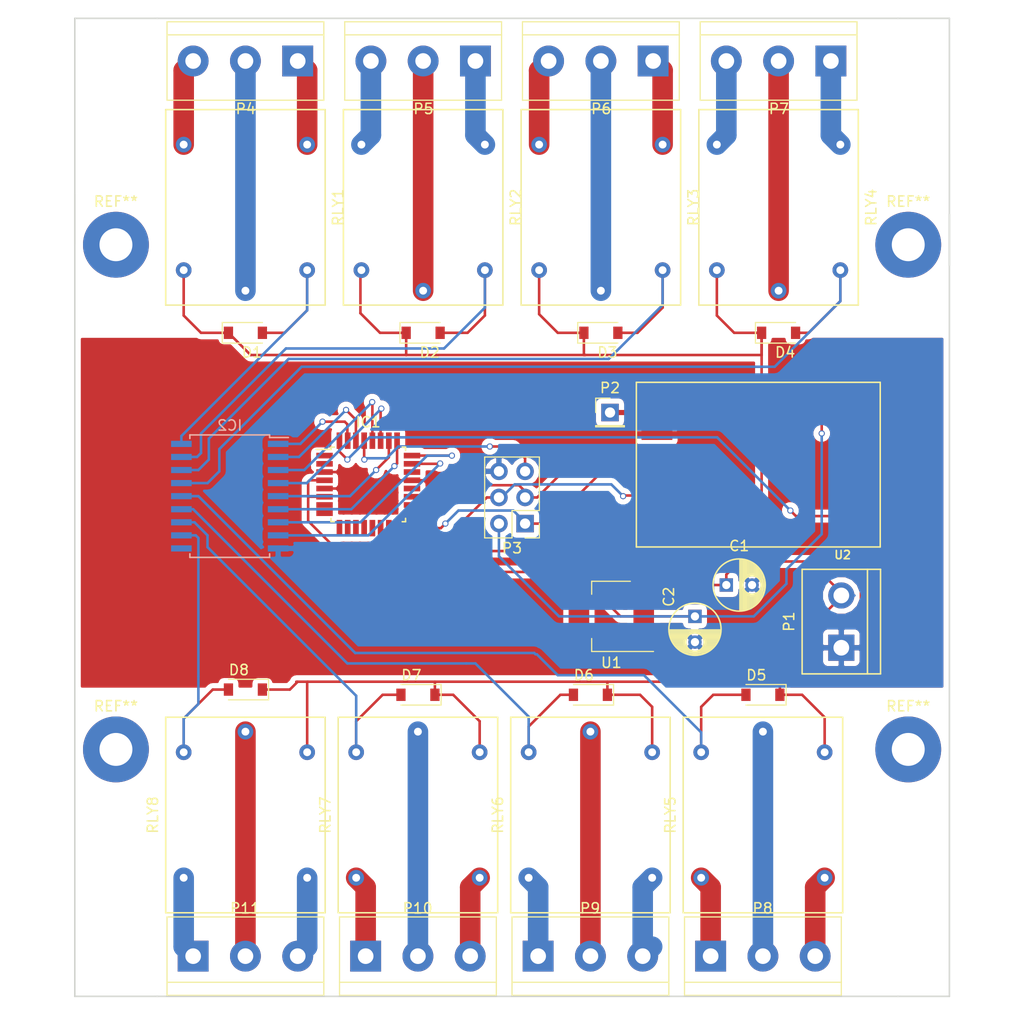
<source format=kicad_pcb>
(kicad_pcb (version 20160815) (host pcbnew no-vcs-found-7486~57~ubuntu16.04.1)

  (general
    (links 91)
    (no_connects 0)
    (area 121.468999 4.0765 257.5345 125.8425)
    (thickness 1.6)
    (drawings 10)
    (tracks 319)
    (zones 0)
    (modules 37)
    (nets 72)
  )

  (page A4)
  (layers
    (0 F.Cu signal)
    (31 B.Cu signal)
    (32 B.Adhes user)
    (33 F.Adhes user)
    (34 B.Paste user)
    (35 F.Paste user)
    (36 B.SilkS user)
    (37 F.SilkS user)
    (38 B.Mask user)
    (39 F.Mask user)
    (40 Dwgs.User user)
    (41 Cmts.User user)
    (42 Eco1.User user)
    (43 Eco2.User user)
    (44 Edge.Cuts user)
    (45 Margin user)
    (46 B.CrtYd user)
    (47 F.CrtYd user)
    (48 B.Fab user)
    (49 F.Fab user)
  )

  (setup
    (last_trace_width 0.25)
    (user_trace_width 1)
    (user_trace_width 2)
    (user_trace_width 3)
    (trace_clearance 0.2)
    (zone_clearance 0.508)
    (zone_45_only no)
    (trace_min 0.2)
    (segment_width 0.2)
    (edge_width 0.15)
    (via_size 0.6)
    (via_drill 0.4)
    (via_min_size 0.4)
    (via_min_drill 0.3)
    (uvia_size 0.3)
    (uvia_drill 0.1)
    (uvias_allowed no)
    (uvia_min_size 0.2)
    (uvia_min_drill 0.1)
    (pcb_text_width 0.3)
    (pcb_text_size 1.5 1.5)
    (mod_edge_width 0.15)
    (mod_text_size 1 1)
    (mod_text_width 0.15)
    (pad_size 1.7 1.7)
    (pad_drill 0)
    (pad_to_mask_clearance 0.2)
    (aux_axis_origin 0 0)
    (grid_origin 163.83 45.974)
    (visible_elements FFFFFF7F)
    (pcbplotparams
      (layerselection 0x010f0_80000001)
      (usegerberextensions true)
      (excludeedgelayer true)
      (linewidth 0.100000)
      (plotframeref false)
      (viasonmask false)
      (mode 1)
      (useauxorigin false)
      (hpglpennumber 1)
      (hpglpenspeed 20)
      (hpglpendiameter 15)
      (psnegative false)
      (psa4output false)
      (plotreference true)
      (plotvalue true)
      (plotinvisibletext false)
      (padsonsilk false)
      (subtractmaskfromsilk false)
      (outputformat 1)
      (mirror false)
      (drillshape 0)
      (scaleselection 1)
      (outputdirectory GERBER/))
  )

  (net 0 "")
  (net 1 "Net-(IC1-Pad1)")
  (net 2 "Net-(IC1-Pad2)")
  (net 3 /3V3)
  (net 4 "Net-(IC1-Pad7)")
  (net 5 "Net-(IC1-Pad8)")
  (net 6 "Net-(IC1-Pad9)")
  (net 7 "Net-(IC1-Pad10)")
  (net 8 "Net-(IC1-Pad11)")
  (net 9 "Net-(IC1-Pad12)")
  (net 10 "Net-(IC1-Pad13)")
  (net 11 /CS)
  (net 12 /MOSI)
  (net 13 /MISO)
  (net 14 /SCK)
  (net 15 "Net-(IC1-Pad18)")
  (net 16 "Net-(IC1-Pad19)")
  (net 17 "Net-(IC1-Pad20)")
  (net 18 "Net-(IC1-Pad22)")
  (net 19 /RESET)
  (net 20 /IRQ)
  (net 21 "Net-(P2-Pad1)")
  (net 22 /S0)
  (net 23 /S1)
  (net 24 /S2)
  (net 25 /S3)
  (net 26 /S4)
  (net 27 /S5)
  (net 28 /S6)
  (net 29 /S7)
  (net 30 "Net-(U2-Pad1)")
  (net 31 "Net-(U2-Pad3)")
  (net 32 "Net-(U2-Pad4)")
  (net 33 "Net-(U2-Pad5)")
  (net 34 "Net-(U2-Pad6)")
  (net 35 "Net-(U2-Pad7)")
  (net 36 "Net-(U2-Pad16)")
  (net 37 /VCC)
  (net 38 /GND)
  (net 39 /SL7)
  (net 40 /SL6)
  (net 41 /SL5)
  (net 42 /SL4)
  (net 43 /SL3)
  (net 44 /SL2)
  (net 45 /SL1)
  (net 46 /SL0)
  (net 47 "Net-(IC2-Pad10)")
  (net 48 "Net-(P4-Pad1)")
  (net 49 "Net-(P4-Pad2)")
  (net 50 "Net-(P4-Pad3)")
  (net 51 "Net-(P5-Pad3)")
  (net 52 "Net-(P5-Pad2)")
  (net 53 "Net-(P5-Pad1)")
  (net 54 "Net-(P6-Pad1)")
  (net 55 "Net-(P6-Pad2)")
  (net 56 "Net-(P6-Pad3)")
  (net 57 "Net-(P7-Pad3)")
  (net 58 "Net-(P7-Pad2)")
  (net 59 "Net-(P7-Pad1)")
  (net 60 "Net-(P8-Pad3)")
  (net 61 "Net-(P8-Pad2)")
  (net 62 "Net-(P8-Pad1)")
  (net 63 "Net-(P9-Pad1)")
  (net 64 "Net-(P9-Pad2)")
  (net 65 "Net-(P9-Pad3)")
  (net 66 "Net-(P10-Pad3)")
  (net 67 "Net-(P10-Pad2)")
  (net 68 "Net-(P10-Pad1)")
  (net 69 "Net-(P11-Pad1)")
  (net 70 "Net-(P11-Pad2)")
  (net 71 "Net-(P11-Pad3)")

  (net_class Default "This is the default net class."
    (clearance 0.2)
    (trace_width 0.25)
    (via_dia 0.6)
    (via_drill 0.4)
    (uvia_dia 0.3)
    (uvia_drill 0.1)
    (add_net /3V3)
    (add_net /CS)
    (add_net /GND)
    (add_net /IRQ)
    (add_net /MISO)
    (add_net /MOSI)
    (add_net /RESET)
    (add_net /S0)
    (add_net /S1)
    (add_net /S2)
    (add_net /S3)
    (add_net /S4)
    (add_net /S5)
    (add_net /S6)
    (add_net /S7)
    (add_net /SCK)
    (add_net /SL0)
    (add_net /SL1)
    (add_net /SL2)
    (add_net /SL3)
    (add_net /SL4)
    (add_net /SL5)
    (add_net /SL6)
    (add_net /SL7)
    (add_net /VCC)
    (add_net "Net-(IC1-Pad1)")
    (add_net "Net-(IC1-Pad10)")
    (add_net "Net-(IC1-Pad11)")
    (add_net "Net-(IC1-Pad12)")
    (add_net "Net-(IC1-Pad13)")
    (add_net "Net-(IC1-Pad18)")
    (add_net "Net-(IC1-Pad19)")
    (add_net "Net-(IC1-Pad2)")
    (add_net "Net-(IC1-Pad20)")
    (add_net "Net-(IC1-Pad22)")
    (add_net "Net-(IC1-Pad7)")
    (add_net "Net-(IC1-Pad8)")
    (add_net "Net-(IC1-Pad9)")
    (add_net "Net-(IC2-Pad10)")
    (add_net "Net-(P10-Pad1)")
    (add_net "Net-(P10-Pad2)")
    (add_net "Net-(P10-Pad3)")
    (add_net "Net-(P11-Pad1)")
    (add_net "Net-(P11-Pad2)")
    (add_net "Net-(P11-Pad3)")
    (add_net "Net-(P4-Pad1)")
    (add_net "Net-(P4-Pad2)")
    (add_net "Net-(P4-Pad3)")
    (add_net "Net-(P5-Pad1)")
    (add_net "Net-(P5-Pad2)")
    (add_net "Net-(P5-Pad3)")
    (add_net "Net-(P6-Pad1)")
    (add_net "Net-(P6-Pad2)")
    (add_net "Net-(P6-Pad3)")
    (add_net "Net-(P7-Pad1)")
    (add_net "Net-(P7-Pad2)")
    (add_net "Net-(P7-Pad3)")
    (add_net "Net-(P8-Pad1)")
    (add_net "Net-(P8-Pad2)")
    (add_net "Net-(P8-Pad3)")
    (add_net "Net-(P9-Pad1)")
    (add_net "Net-(P9-Pad2)")
    (add_net "Net-(P9-Pad3)")
    (add_net "Net-(U2-Pad1)")
    (add_net "Net-(U2-Pad16)")
    (add_net "Net-(U2-Pad3)")
    (add_net "Net-(U2-Pad4)")
    (add_net "Net-(U2-Pad5)")
    (add_net "Net-(U2-Pad6)")
    (add_net "Net-(U2-Pad7)")
  )

  (net_class Big ""
    (clearance 0.5)
    (trace_width 0.5)
    (via_dia 0.6)
    (via_drill 0.4)
    (uvia_dia 0.3)
    (uvia_drill 0.1)
    (add_net "Net-(P2-Pad1)")
  )

  (module Housings_QFP:TQFP-32_7x7mm_Pitch0.8mm (layer F.Cu) (tedit 587DCB16) (tstamp 58772D84)
    (at 149.352 101.219)
    (descr "32-Lead Plastic Thin Quad Flatpack (PT) - 7x7x1.0 mm Body, 2.00 mm [TQFP] (see Microchip Packaging Specification 00000049BS.pdf)")
    (tags "QFP 0.8")
    (path /5876469C)
    (attr smd)
    (fp_text reference IC1 (at 0 -6.05) (layer F.SilkS)
      (effects (font (size 1 1) (thickness 0.15)))
    )
    (fp_text value ATMEGA328-A (at 0 6.05) (layer F.Fab)
      (effects (font (size 1 1) (thickness 0.15)))
    )
    (fp_text user %R (at 0 0) (layer F.Fab)
      (effects (font (size 1 1) (thickness 0.15)))
    )
    (fp_line (start -2.5 -3.5) (end 3.5 -3.5) (layer F.Fab) (width 0.15))
    (fp_line (start 3.5 -3.5) (end 3.5 3.5) (layer F.Fab) (width 0.15))
    (fp_line (start 3.5 3.5) (end -3.5 3.5) (layer F.Fab) (width 0.15))
    (fp_line (start -3.5 3.5) (end -3.5 -2.5) (layer F.Fab) (width 0.15))
    (fp_line (start -3.5 -2.5) (end -2.5 -3.5) (layer F.Fab) (width 0.15))
    (fp_line (start -5.3 -5.3) (end -5.3 5.3) (layer F.CrtYd) (width 0.05))
    (fp_line (start 5.3 -5.3) (end 5.3 5.3) (layer F.CrtYd) (width 0.05))
    (fp_line (start -5.3 -5.3) (end 5.3 -5.3) (layer F.CrtYd) (width 0.05))
    (fp_line (start -5.3 5.3) (end 5.3 5.3) (layer F.CrtYd) (width 0.05))
    (fp_line (start -3.625 -3.625) (end -3.625 -3.4) (layer F.SilkS) (width 0.15))
    (fp_line (start 3.625 -3.625) (end 3.625 -3.3) (layer F.SilkS) (width 0.15))
    (fp_line (start 3.625 3.625) (end 3.625 3.3) (layer F.SilkS) (width 0.15))
    (fp_line (start -3.625 3.625) (end -3.625 3.3) (layer F.SilkS) (width 0.15))
    (fp_line (start -3.625 -3.625) (end -3.3 -3.625) (layer F.SilkS) (width 0.15))
    (fp_line (start -3.625 3.625) (end -3.3 3.625) (layer F.SilkS) (width 0.15))
    (fp_line (start 3.625 3.625) (end 3.3 3.625) (layer F.SilkS) (width 0.15))
    (fp_line (start 3.625 -3.625) (end 3.3 -3.625) (layer F.SilkS) (width 0.15))
    (fp_line (start -3.625 -3.4) (end -5.05 -3.4) (layer F.SilkS) (width 0.15))
    (pad 1 smd rect (at -4.25 -2.8) (size 1.6 0.55) (layers F.Cu F.Paste F.Mask)
      (net 1 "Net-(IC1-Pad1)"))
    (pad 2 smd rect (at -4.25 -2) (size 1.6 0.55) (layers F.Cu F.Paste F.Mask)
      (net 2 "Net-(IC1-Pad2)"))
    (pad 3 smd rect (at -4.25 -1.2) (size 1.6 0.55) (layers F.Cu F.Paste F.Mask)
      (net 38 /GND))
    (pad 4 smd rect (at -4.25 -0.4) (size 1.6 0.55) (layers F.Cu F.Paste F.Mask)
      (net 3 /3V3))
    (pad 5 smd rect (at -4.25 0.4) (size 1.6 0.55) (layers F.Cu F.Paste F.Mask)
      (net 38 /GND))
    (pad 6 smd rect (at -4.25 1.2) (size 1.6 0.55) (layers F.Cu F.Paste F.Mask)
      (net 3 /3V3))
    (pad 7 smd rect (at -4.25 2) (size 1.6 0.55) (layers F.Cu F.Paste F.Mask)
      (net 4 "Net-(IC1-Pad7)"))
    (pad 8 smd rect (at -4.25 2.8) (size 1.6 0.55) (layers F.Cu F.Paste F.Mask)
      (net 5 "Net-(IC1-Pad8)"))
    (pad 9 smd rect (at -2.8 4.25 90) (size 1.6 0.55) (layers F.Cu F.Paste F.Mask)
      (net 6 "Net-(IC1-Pad9)"))
    (pad 10 smd rect (at -2 4.25 90) (size 1.6 0.55) (layers F.Cu F.Paste F.Mask)
      (net 7 "Net-(IC1-Pad10)"))
    (pad 11 smd rect (at -1.2 4.25 90) (size 1.6 0.55) (layers F.Cu F.Paste F.Mask)
      (net 8 "Net-(IC1-Pad11)"))
    (pad 12 smd rect (at -0.4 4.25 90) (size 1.6 0.55) (layers F.Cu F.Paste F.Mask)
      (net 9 "Net-(IC1-Pad12)"))
    (pad 13 smd rect (at 0.4 4.25 90) (size 1.6 0.55) (layers F.Cu F.Paste F.Mask)
      (net 10 "Net-(IC1-Pad13)"))
    (pad 14 smd rect (at 1.2 4.25 90) (size 1.6 0.55) (layers F.Cu F.Paste F.Mask)
      (net 11 /CS))
    (pad 15 smd rect (at 2 4.25 90) (size 1.6 0.55) (layers F.Cu F.Paste F.Mask)
      (net 12 /MOSI))
    (pad 16 smd rect (at 2.8 4.25 90) (size 1.6 0.55) (layers F.Cu F.Paste F.Mask)
      (net 13 /MISO))
    (pad 17 smd rect (at 4.25 2.8) (size 1.6 0.55) (layers F.Cu F.Paste F.Mask)
      (net 14 /SCK))
    (pad 18 smd rect (at 4.25 2) (size 1.6 0.55) (layers F.Cu F.Paste F.Mask)
      (net 15 "Net-(IC1-Pad18)"))
    (pad 19 smd rect (at 4.25 1.2) (size 1.6 0.55) (layers F.Cu F.Paste F.Mask)
      (net 16 "Net-(IC1-Pad19)"))
    (pad 20 smd rect (at 4.25 0.4) (size 1.6 0.55) (layers F.Cu F.Paste F.Mask)
      (net 17 "Net-(IC1-Pad20)"))
    (pad 21 smd rect (at 4.25 -0.4) (size 1.6 0.55) (layers F.Cu F.Paste F.Mask)
      (net 38 /GND))
    (pad 22 smd rect (at 4.25 -1.2) (size 1.6 0.55) (layers F.Cu F.Paste F.Mask)
      (net 18 "Net-(IC1-Pad22)"))
    (pad 23 smd rect (at 4.25 -2) (size 1.6 0.55) (layers F.Cu F.Paste F.Mask)
      (net 39 /SL7))
    (pad 24 smd rect (at 4.25 -2.8) (size 1.6 0.55) (layers F.Cu F.Paste F.Mask)
      (net 40 /SL6))
    (pad 25 smd rect (at 2.8 -4.25 90) (size 1.6 0.55) (layers F.Cu F.Paste F.Mask)
      (net 41 /SL5))
    (pad 26 smd rect (at 2 -4.25 90) (size 1.6 0.55) (layers F.Cu F.Paste F.Mask)
      (net 42 /SL4))
    (pad 27 smd rect (at 1.2 -4.25 90) (size 1.6 0.55) (layers F.Cu F.Paste F.Mask)
      (net 43 /SL3))
    (pad 28 smd rect (at 0.4 -4.25 90) (size 1.6 0.55) (layers F.Cu F.Paste F.Mask)
      (net 44 /SL2))
    (pad 29 smd rect (at -0.4 -4.25 90) (size 1.6 0.55) (layers F.Cu F.Paste F.Mask)
      (net 19 /RESET))
    (pad 30 smd rect (at -1.2 -4.25 90) (size 1.6 0.55) (layers F.Cu F.Paste F.Mask)
      (net 45 /SL1))
    (pad 31 smd rect (at -2 -4.25 90) (size 1.6 0.55) (layers F.Cu F.Paste F.Mask)
      (net 46 /SL0))
    (pad 32 smd rect (at -2.8 -4.25 90) (size 1.6 0.55) (layers F.Cu F.Paste F.Mask)
      (net 20 /IRQ))
    (model Housings_QFP.3dshapes/TQFP-32_7x7mm_Pitch0.8mm.wrl
      (at (xyz 0 0 0))
      (scale (xyz 1 1 1))
      (rotate (xyz 0 0 0))
    )
  )

  (module Connectors:bornier2 (layer F.Cu) (tedit 587DCB1E) (tstamp 58772D8A)
    (at 195.326 114.554 90)
    (descr "Bornier d'alimentation 2 pins")
    (tags DEV)
    (path /58764921)
    (fp_text reference P1 (at 0 -5.08 90) (layer F.SilkS)
      (effects (font (size 1 1) (thickness 0.15)))
    )
    (fp_text value 5VIN (at 0 5.08 90) (layer F.Fab)
      (effects (font (size 1 1) (thickness 0.15)))
    )
    (fp_line (start 5.08 2.54) (end -5.08 2.54) (layer F.SilkS) (width 0.15))
    (fp_line (start 5.08 3.81) (end 5.08 -3.81) (layer F.SilkS) (width 0.15))
    (fp_line (start 5.08 -3.81) (end -5.08 -3.81) (layer F.SilkS) (width 0.15))
    (fp_line (start -5.08 -3.81) (end -5.08 3.81) (layer F.SilkS) (width 0.15))
    (fp_line (start -5.08 3.81) (end 5.08 3.81) (layer F.SilkS) (width 0.15))
    (pad 1 thru_hole rect (at -2.54 0 90) (size 2.54 2.54) (drill 1.524) (layers *.Cu *.Mask)
      (net 38 /GND))
    (pad 2 thru_hole circle (at 2.54 0 90) (size 2.54 2.54) (drill 1.524) (layers *.Cu *.Mask)
      (net 37 /VCC))
    (model Connect.3dshapes/bornier2.wrl
      (at (xyz 0 0 0))
      (scale (xyz 1 1 1))
      (rotate (xyz 0 0 0))
    )
  )

  (module Pin_Headers:Pin_Header_Straight_1x01_Pitch2.54mm (layer F.Cu) (tedit 587DCB0A) (tstamp 58772D8F)
    (at 172.847 94.234)
    (descr "Through hole straight pin header, 1x01, 2.54mm pitch, single row")
    (tags "Through hole pin header THT 1x01 2.54mm single row")
    (path /58765535)
    (fp_text reference P2 (at 0 -2.39) (layer F.SilkS)
      (effects (font (size 1 1) (thickness 0.15)))
    )
    (fp_text value ANT (at 0 2.39) (layer F.Fab)
      (effects (font (size 1 1) (thickness 0.15)))
    )
    (fp_line (start -1.27 -1.27) (end -1.27 1.27) (layer F.Fab) (width 0.1))
    (fp_line (start -1.27 1.27) (end 1.27 1.27) (layer F.Fab) (width 0.1))
    (fp_line (start 1.27 1.27) (end 1.27 -1.27) (layer F.Fab) (width 0.1))
    (fp_line (start 1.27 -1.27) (end -1.27 -1.27) (layer F.Fab) (width 0.1))
    (fp_line (start -1.39 1.27) (end -1.39 1.39) (layer F.SilkS) (width 0.12))
    (fp_line (start -1.39 1.39) (end 1.39 1.39) (layer F.SilkS) (width 0.12))
    (fp_line (start 1.39 1.39) (end 1.39 1.27) (layer F.SilkS) (width 0.12))
    (fp_line (start 1.39 1.27) (end -1.39 1.27) (layer F.SilkS) (width 0.12))
    (fp_line (start -1.39 0) (end -1.39 -1.39) (layer F.SilkS) (width 0.12))
    (fp_line (start -1.39 -1.39) (end 0 -1.39) (layer F.SilkS) (width 0.12))
    (fp_line (start -1.6 -1.6) (end -1.6 1.6) (layer F.CrtYd) (width 0.05))
    (fp_line (start -1.6 1.6) (end 1.6 1.6) (layer F.CrtYd) (width 0.05))
    (fp_line (start 1.6 1.6) (end 1.6 -1.6) (layer F.CrtYd) (width 0.05))
    (fp_line (start 1.6 -1.6) (end -1.6 -1.6) (layer F.CrtYd) (width 0.05))
    (pad 1 thru_hole rect (at 0 0) (size 1.7 1.7) (drill 1) (layers *.Cu *.Mask)
      (net 21 "Net-(P2-Pad1)"))
    (model Pin_Headers.3dshapes/Pin_Header_Straight_1x01_Pitch2.54mm.wrl
      (at (xyz 0 0 0))
      (scale (xyz 1 1 1))
      (rotate (xyz 0 0 90))
    )
  )

  (module Pin_Headers:Pin_Header_Straight_2x03_Pitch2.54mm (layer F.Cu) (tedit 587DCB00) (tstamp 58772D99)
    (at 164.592 105.029 180)
    (descr "Through hole straight pin header, 2x03, 2.54mm pitch, double rows")
    (tags "Through hole pin header THT 2x03 2.54mm double row")
    (path /58764DB3)
    (fp_text reference P3 (at 1.27 -2.39 180) (layer F.SilkS)
      (effects (font (size 1 1) (thickness 0.15)))
    )
    (fp_text value CONN_02X03 (at 1.27 7.47 180) (layer F.Fab)
      (effects (font (size 1 1) (thickness 0.15)))
    )
    (fp_line (start -1.27 -1.27) (end -1.27 6.35) (layer F.Fab) (width 0.1))
    (fp_line (start -1.27 6.35) (end 3.81 6.35) (layer F.Fab) (width 0.1))
    (fp_line (start 3.81 6.35) (end 3.81 -1.27) (layer F.Fab) (width 0.1))
    (fp_line (start 3.81 -1.27) (end -1.27 -1.27) (layer F.Fab) (width 0.1))
    (fp_line (start -1.39 1.27) (end -1.39 6.47) (layer F.SilkS) (width 0.12))
    (fp_line (start -1.39 6.47) (end 3.93 6.47) (layer F.SilkS) (width 0.12))
    (fp_line (start 3.93 6.47) (end 3.93 -1.39) (layer F.SilkS) (width 0.12))
    (fp_line (start 3.93 -1.39) (end 1.27 -1.39) (layer F.SilkS) (width 0.12))
    (fp_line (start 1.27 -1.39) (end 1.27 1.27) (layer F.SilkS) (width 0.12))
    (fp_line (start 1.27 1.27) (end -1.39 1.27) (layer F.SilkS) (width 0.12))
    (fp_line (start -1.39 0) (end -1.39 -1.39) (layer F.SilkS) (width 0.12))
    (fp_line (start -1.39 -1.39) (end 0 -1.39) (layer F.SilkS) (width 0.12))
    (fp_line (start -1.6 -1.6) (end -1.6 6.6) (layer F.CrtYd) (width 0.05))
    (fp_line (start -1.6 6.6) (end 4.1 6.6) (layer F.CrtYd) (width 0.05))
    (fp_line (start 4.1 6.6) (end 4.1 -1.6) (layer F.CrtYd) (width 0.05))
    (fp_line (start 4.1 -1.6) (end -1.6 -1.6) (layer F.CrtYd) (width 0.05))
    (pad 1 thru_hole rect (at 0 0 180) (size 1.7 1.7) (drill 1) (layers *.Cu *.Mask)
      (net 13 /MISO))
    (pad 2 thru_hole oval (at 2.54 0 180) (size 1.7 1.7) (drill 1) (layers *.Cu *.Mask)
      (net 3 /3V3))
    (pad 3 thru_hole oval (at 0 2.54 180) (size 1.7 1.7) (drill 1) (layers *.Cu *.Mask)
      (net 14 /SCK))
    (pad 4 thru_hole oval (at 2.54 2.54 180) (size 1.7 1.7) (drill 1) (layers *.Cu *.Mask)
      (net 12 /MOSI))
    (pad 5 thru_hole oval (at 0 5.08 180) (size 1.7 1.7) (drill 1) (layers *.Cu *.Mask)
      (net 19 /RESET))
    (pad 6 thru_hole oval (at 2.54 5.08 180) (size 1.7 1.7) (drill 1) (layers *.Cu *.Mask)
      (net 38 /GND))
    (model Pin_Headers.3dshapes/Pin_Header_Straight_2x03_Pitch2.54mm.wrl
      (at (xyz 0.05 -0.1 0))
      (scale (xyz 1 1 1))
      (rotate (xyz 0 0 90))
    )
  )

  (module TO_SOT_Packages_SMD:SOT-223 (layer F.Cu) (tedit 587DCB51) (tstamp 58772E11)
    (at 172.974 114.046 180)
    (descr "module CMS SOT223 4 pins")
    (tags "CMS SOT")
    (path /58764782)
    (attr smd)
    (fp_text reference U1 (at 0 -4.5 180) (layer F.SilkS)
      (effects (font (size 1 1) (thickness 0.15)))
    )
    (fp_text value AMS1117 (at 0 4.5 180) (layer F.Fab)
      (effects (font (size 1 1) (thickness 0.15)))
    )
    (fp_line (start 1.91 3.41) (end 1.91 2.15) (layer F.SilkS) (width 0.12))
    (fp_line (start 1.91 -3.41) (end 1.91 -2.15) (layer F.SilkS) (width 0.12))
    (fp_line (start 4.4 -3.6) (end -4.4 -3.6) (layer F.CrtYd) (width 0.05))
    (fp_line (start 4.4 3.6) (end 4.4 -3.6) (layer F.CrtYd) (width 0.05))
    (fp_line (start -4.4 3.6) (end 4.4 3.6) (layer F.CrtYd) (width 0.05))
    (fp_line (start -4.4 -3.6) (end -4.4 3.6) (layer F.CrtYd) (width 0.05))
    (fp_line (start -1.85 -3.35) (end -1.85 3.35) (layer F.Fab) (width 0.15))
    (fp_line (start -1.85 3.41) (end 1.91 3.41) (layer F.SilkS) (width 0.12))
    (fp_line (start -1.85 -3.35) (end 1.85 -3.35) (layer F.Fab) (width 0.15))
    (fp_line (start -4.1 -3.41) (end 1.91 -3.41) (layer F.SilkS) (width 0.12))
    (fp_line (start -1.85 3.35) (end 1.85 3.35) (layer F.Fab) (width 0.15))
    (fp_line (start 1.85 -3.35) (end 1.85 3.35) (layer F.Fab) (width 0.15))
    (pad 4 smd rect (at 3.15 0 180) (size 2 3.8) (layers F.Cu F.Paste F.Mask))
    (pad 2 smd rect (at -3.15 0 180) (size 2 1.5) (layers F.Cu F.Paste F.Mask)
      (net 3 /3V3))
    (pad 3 smd rect (at -3.15 2.3 180) (size 2 1.5) (layers F.Cu F.Paste F.Mask)
      (net 37 /VCC))
    (pad 1 smd rect (at -3.15 -2.3 180) (size 2 1.5) (layers F.Cu F.Paste F.Mask)
      (net 38 /GND))
    (model TO_SOT_Packages_SMD.3dshapes/SOT-223.wrl
      (at (xyz 0 0 0))
      (scale (xyz 0.4 0.4 0.4))
      (rotate (xyz 0 0 90))
    )
  )

  (module Mysensors_Radio:RFM69HW_SMD_Handsoldering (layer F.Cu) (tedit 587DCB06) (tstamp 58772E25)
    (at 195.707 106.299 180)
    (descr RFM69HW)
    (tags "RFM69HW, RF69")
    (path /587646FD)
    (fp_text reference U2 (at 0.254 -1.778 180) (layer F.SilkS)
      (effects (font (size 0.8 0.8) (thickness 0.16)))
    )
    (fp_text value RFM69HW (at 8.382 7.112 180) (layer F.Fab) hide
      (effects (font (size 0.8 0.8) (thickness 0.16)))
    )
    (fp_line (start -3.4 15) (end -3.4 -1) (layer F.SilkS) (width 0.15))
    (fp_line (start 20.3 15) (end -3.4 15) (layer F.SilkS) (width 0.15))
    (fp_line (start 20.3 -1) (end 20.3 15) (layer F.SilkS) (width 0.15))
    (fp_line (start -3.4 -1) (end 20.3 -1) (layer F.SilkS) (width 0.15))
    (fp_line (start -3.4 15) (end 20.3 15) (layer F.CrtYd) (width 0.15))
    (fp_line (start 20.3 -1) (end 20.3 15) (layer F.CrtYd) (width 0.15))
    (fp_line (start -3.4 -1) (end -3.4 15) (layer F.CrtYd) (width 0.15))
    (fp_line (start -3.4 -1) (end 20.3 -1) (layer F.CrtYd) (width 0.15))
    (fp_line (start 20.3 -1) (end 20.3 15) (layer B.CrtYd) (width 0.15))
    (fp_line (start -3.4 -1) (end -3.4 15) (layer B.CrtYd) (width 0.15))
    (fp_line (start -3.4 15) (end 20.3 15) (layer B.CrtYd) (width 0.15))
    (fp_line (start -3.4 -1) (end 20.3 -1) (layer B.CrtYd) (width 0.15))
    (pad 1 smd rect (at -1.4 0 180) (size 3 1.2) (layers F.Cu F.Paste F.Mask)
      (net 30 "Net-(U2-Pad1)"))
    (pad 2 smd rect (at -1.4 2 180) (size 3 1.2) (layers F.Cu F.Paste F.Mask)
      (net 20 /IRQ))
    (pad 3 smd rect (at -1.4 4 180) (size 3 1.2) (layers F.Cu F.Paste F.Mask)
      (net 31 "Net-(U2-Pad3)"))
    (pad 4 smd rect (at -1.4 6 180) (size 3 1.2) (layers F.Cu F.Paste F.Mask)
      (net 32 "Net-(U2-Pad4)"))
    (pad 5 smd rect (at -1.4 8 180) (size 3 1.2) (layers F.Cu F.Paste F.Mask)
      (net 33 "Net-(U2-Pad5)"))
    (pad 6 smd rect (at -1.4 10 180) (size 3 1.2) (layers F.Cu F.Paste F.Mask)
      (net 34 "Net-(U2-Pad6)"))
    (pad 7 smd rect (at -1.4 12 180) (size 3 1.2) (layers F.Cu F.Paste F.Mask)
      (net 35 "Net-(U2-Pad7)"))
    (pad 8 smd rect (at -1.4 14 180) (size 3 1.2) (layers F.Cu F.Paste F.Mask)
      (net 3 /3V3))
    (pad 9 smd rect (at 18.3 14 180) (size 3 1.2) (layers F.Cu F.Paste F.Mask)
      (net 38 /GND))
    (pad 10 smd rect (at 18.3 12 180) (size 3 1.2) (layers F.Cu F.Paste F.Mask)
      (net 21 "Net-(P2-Pad1)"))
    (pad 11 smd rect (at 18.3 10 180) (size 3 1.2) (layers F.Cu F.Paste F.Mask)
      (net 38 /GND))
    (pad 12 smd rect (at 18.3 8 180) (size 3 1.2) (layers F.Cu F.Paste F.Mask)
      (net 14 /SCK))
    (pad 13 smd rect (at 18.3 6 180) (size 3 1.2) (layers F.Cu F.Paste F.Mask)
      (net 13 /MISO))
    (pad 14 smd rect (at 18.3 4 180) (size 3 1.2) (layers F.Cu F.Paste F.Mask)
      (net 12 /MOSI))
    (pad 15 smd rect (at 18.3 2 180) (size 3 1.2) (layers F.Cu F.Paste F.Mask)
      (net 11 /CS))
    (pad 16 smd rect (at 18.3 0 180) (size 3 1.2) (layers F.Cu F.Paste F.Mask)
      (net 36 "Net-(U2-Pad16)"))
    (model ${MYSLOCAL}/mysensors.3dshapes/mysensors_radios.3dshapes/rfm69hw.wrl
      (at (xyz 0.332 -0.275 0.03))
      (scale (xyz 0.395 0.395 0.395))
      (rotate (xyz 0 0 180))
    )
    (model Crystals.3dshapes/crystal_FA238-TSX3225.wrl
      (at (xyz 0.332 -0.08 0.06))
      (scale (xyz 0.24 0.24 0.24))
      (rotate (xyz 0 0 90))
    )
    (model Housings_DFN_QFN.3dshapes/QFN-28-1EP_5x5mm_Pitch0.5mm.wrl
      (at (xyz 0.204 -0.445 0.06))
      (scale (xyz 1 1 1))
      (rotate (xyz 0 0 0))
    )
  )

  (module Capacitors_THT:C_Radial_D5_L6_P2.5 (layer F.Cu) (tedit 0) (tstamp 58772F6E)
    (at 184.15 110.998)
    (descr "Radial Electrolytic Capacitor Diameter 5mm x Length 6mm, Pitch 2.5mm")
    (tags "Electrolytic Capacitor")
    (path /587650E8)
    (fp_text reference C1 (at 1.25 -3.8) (layer F.SilkS)
      (effects (font (size 1 1) (thickness 0.15)))
    )
    (fp_text value 10uF (at 1.25 3.8) (layer F.Fab)
      (effects (font (size 1 1) (thickness 0.15)))
    )
    (fp_line (start 1.325 -2.499) (end 1.325 2.499) (layer F.SilkS) (width 0.15))
    (fp_line (start 1.465 -2.491) (end 1.465 2.491) (layer F.SilkS) (width 0.15))
    (fp_line (start 1.605 -2.475) (end 1.605 -0.095) (layer F.SilkS) (width 0.15))
    (fp_line (start 1.605 0.095) (end 1.605 2.475) (layer F.SilkS) (width 0.15))
    (fp_line (start 1.745 -2.451) (end 1.745 -0.49) (layer F.SilkS) (width 0.15))
    (fp_line (start 1.745 0.49) (end 1.745 2.451) (layer F.SilkS) (width 0.15))
    (fp_line (start 1.885 -2.418) (end 1.885 -0.657) (layer F.SilkS) (width 0.15))
    (fp_line (start 1.885 0.657) (end 1.885 2.418) (layer F.SilkS) (width 0.15))
    (fp_line (start 2.025 -2.377) (end 2.025 -0.764) (layer F.SilkS) (width 0.15))
    (fp_line (start 2.025 0.764) (end 2.025 2.377) (layer F.SilkS) (width 0.15))
    (fp_line (start 2.165 -2.327) (end 2.165 -0.835) (layer F.SilkS) (width 0.15))
    (fp_line (start 2.165 0.835) (end 2.165 2.327) (layer F.SilkS) (width 0.15))
    (fp_line (start 2.305 -2.266) (end 2.305 -0.879) (layer F.SilkS) (width 0.15))
    (fp_line (start 2.305 0.879) (end 2.305 2.266) (layer F.SilkS) (width 0.15))
    (fp_line (start 2.445 -2.196) (end 2.445 -0.898) (layer F.SilkS) (width 0.15))
    (fp_line (start 2.445 0.898) (end 2.445 2.196) (layer F.SilkS) (width 0.15))
    (fp_line (start 2.585 -2.114) (end 2.585 -0.896) (layer F.SilkS) (width 0.15))
    (fp_line (start 2.585 0.896) (end 2.585 2.114) (layer F.SilkS) (width 0.15))
    (fp_line (start 2.725 -2.019) (end 2.725 -0.871) (layer F.SilkS) (width 0.15))
    (fp_line (start 2.725 0.871) (end 2.725 2.019) (layer F.SilkS) (width 0.15))
    (fp_line (start 2.865 -1.908) (end 2.865 -0.823) (layer F.SilkS) (width 0.15))
    (fp_line (start 2.865 0.823) (end 2.865 1.908) (layer F.SilkS) (width 0.15))
    (fp_line (start 3.005 -1.78) (end 3.005 -0.745) (layer F.SilkS) (width 0.15))
    (fp_line (start 3.005 0.745) (end 3.005 1.78) (layer F.SilkS) (width 0.15))
    (fp_line (start 3.145 -1.631) (end 3.145 -0.628) (layer F.SilkS) (width 0.15))
    (fp_line (start 3.145 0.628) (end 3.145 1.631) (layer F.SilkS) (width 0.15))
    (fp_line (start 3.285 -1.452) (end 3.285 -0.44) (layer F.SilkS) (width 0.15))
    (fp_line (start 3.285 0.44) (end 3.285 1.452) (layer F.SilkS) (width 0.15))
    (fp_line (start 3.425 -1.233) (end 3.425 1.233) (layer F.SilkS) (width 0.15))
    (fp_line (start 3.565 -0.944) (end 3.565 0.944) (layer F.SilkS) (width 0.15))
    (fp_line (start 3.705 -0.472) (end 3.705 0.472) (layer F.SilkS) (width 0.15))
    (fp_circle (center 2.5 0) (end 2.5 -0.9) (layer F.SilkS) (width 0.15))
    (fp_circle (center 1.25 0) (end 1.25 -2.5375) (layer F.SilkS) (width 0.15))
    (fp_circle (center 1.25 0) (end 1.25 -2.8) (layer F.CrtYd) (width 0.05))
    (pad 1 thru_hole rect (at 0 0) (size 1.3 1.3) (drill 0.8) (layers *.Cu *.Mask)
      (net 37 /VCC))
    (pad 2 thru_hole circle (at 2.5 0) (size 1.3 1.3) (drill 0.8) (layers *.Cu *.Mask)
      (net 38 /GND))
    (model Capacitors_ThroughHole.3dshapes/C_Radial_D5_L6_P2.5.wrl
      (at (xyz 0.0492126 0 0))
      (scale (xyz 1 1 1))
      (rotate (xyz 0 0 90))
    )
  )

  (module Capacitors_THT:C_Radial_D5_L6_P2.5 (layer F.Cu) (tedit 587DCB4D) (tstamp 58772F73)
    (at 181.102 114.046 270)
    (descr "Radial Electrolytic Capacitor Diameter 5mm x Length 6mm, Pitch 2.5mm")
    (tags "Electrolytic Capacitor")
    (path /58764C44)
    (fp_text reference C2 (at -1.905 2.54 270) (layer F.SilkS)
      (effects (font (size 1 1) (thickness 0.15)))
    )
    (fp_text value 10uF (at 1.25 3.8 270) (layer F.Fab)
      (effects (font (size 1 1) (thickness 0.15)))
    )
    (fp_line (start 1.325 -2.499) (end 1.325 2.499) (layer F.SilkS) (width 0.15))
    (fp_line (start 1.465 -2.491) (end 1.465 2.491) (layer F.SilkS) (width 0.15))
    (fp_line (start 1.605 -2.475) (end 1.605 -0.095) (layer F.SilkS) (width 0.15))
    (fp_line (start 1.605 0.095) (end 1.605 2.475) (layer F.SilkS) (width 0.15))
    (fp_line (start 1.745 -2.451) (end 1.745 -0.49) (layer F.SilkS) (width 0.15))
    (fp_line (start 1.745 0.49) (end 1.745 2.451) (layer F.SilkS) (width 0.15))
    (fp_line (start 1.885 -2.418) (end 1.885 -0.657) (layer F.SilkS) (width 0.15))
    (fp_line (start 1.885 0.657) (end 1.885 2.418) (layer F.SilkS) (width 0.15))
    (fp_line (start 2.025 -2.377) (end 2.025 -0.764) (layer F.SilkS) (width 0.15))
    (fp_line (start 2.025 0.764) (end 2.025 2.377) (layer F.SilkS) (width 0.15))
    (fp_line (start 2.165 -2.327) (end 2.165 -0.835) (layer F.SilkS) (width 0.15))
    (fp_line (start 2.165 0.835) (end 2.165 2.327) (layer F.SilkS) (width 0.15))
    (fp_line (start 2.305 -2.266) (end 2.305 -0.879) (layer F.SilkS) (width 0.15))
    (fp_line (start 2.305 0.879) (end 2.305 2.266) (layer F.SilkS) (width 0.15))
    (fp_line (start 2.445 -2.196) (end 2.445 -0.898) (layer F.SilkS) (width 0.15))
    (fp_line (start 2.445 0.898) (end 2.445 2.196) (layer F.SilkS) (width 0.15))
    (fp_line (start 2.585 -2.114) (end 2.585 -0.896) (layer F.SilkS) (width 0.15))
    (fp_line (start 2.585 0.896) (end 2.585 2.114) (layer F.SilkS) (width 0.15))
    (fp_line (start 2.725 -2.019) (end 2.725 -0.871) (layer F.SilkS) (width 0.15))
    (fp_line (start 2.725 0.871) (end 2.725 2.019) (layer F.SilkS) (width 0.15))
    (fp_line (start 2.865 -1.908) (end 2.865 -0.823) (layer F.SilkS) (width 0.15))
    (fp_line (start 2.865 0.823) (end 2.865 1.908) (layer F.SilkS) (width 0.15))
    (fp_line (start 3.005 -1.78) (end 3.005 -0.745) (layer F.SilkS) (width 0.15))
    (fp_line (start 3.005 0.745) (end 3.005 1.78) (layer F.SilkS) (width 0.15))
    (fp_line (start 3.145 -1.631) (end 3.145 -0.628) (layer F.SilkS) (width 0.15))
    (fp_line (start 3.145 0.628) (end 3.145 1.631) (layer F.SilkS) (width 0.15))
    (fp_line (start 3.285 -1.452) (end 3.285 -0.44) (layer F.SilkS) (width 0.15))
    (fp_line (start 3.285 0.44) (end 3.285 1.452) (layer F.SilkS) (width 0.15))
    (fp_line (start 3.425 -1.233) (end 3.425 1.233) (layer F.SilkS) (width 0.15))
    (fp_line (start 3.565 -0.944) (end 3.565 0.944) (layer F.SilkS) (width 0.15))
    (fp_line (start 3.705 -0.472) (end 3.705 0.472) (layer F.SilkS) (width 0.15))
    (fp_circle (center 2.5 0) (end 2.5 -0.9) (layer F.SilkS) (width 0.15))
    (fp_circle (center 1.25 0) (end 1.25 -2.5375) (layer F.SilkS) (width 0.15))
    (fp_circle (center 1.25 0) (end 1.25 -2.8) (layer F.CrtYd) (width 0.05))
    (pad 1 thru_hole rect (at 0 0 270) (size 1.3 1.3) (drill 0.8) (layers *.Cu *.Mask)
      (net 3 /3V3))
    (pad 2 thru_hole circle (at 2.5 0 270) (size 1.3 1.3) (drill 0.8) (layers *.Cu *.Mask)
      (net 38 /GND))
    (model Capacitors_ThroughHole.3dshapes/C_Radial_D5_L6_P2.5.wrl
      (at (xyz 0.0492126 0 0))
      (scale (xyz 1 1 1))
      (rotate (xyz 0 0 90))
    )
  )

  (module Diodes_SMD:SOD-123 (layer F.Cu) (tedit 587DCB57) (tstamp 58772F78)
    (at 137.414 86.487)
    (descr SOD-123)
    (tags SOD-123)
    (path /58768BBC)
    (attr smd)
    (fp_text reference D1 (at 0.635 1.905) (layer F.SilkS)
      (effects (font (size 1 1) (thickness 0.15)))
    )
    (fp_text value D (at 0 2.1) (layer F.Fab)
      (effects (font (size 1 1) (thickness 0.15)))
    )
    (fp_line (start -2.25 -1) (end -2.25 1) (layer F.SilkS) (width 0.12))
    (fp_line (start 0.25 0) (end 0.75 0) (layer F.Fab) (width 0.1))
    (fp_line (start 0.25 0.4) (end -0.35 0) (layer F.Fab) (width 0.1))
    (fp_line (start 0.25 -0.4) (end 0.25 0.4) (layer F.Fab) (width 0.1))
    (fp_line (start -0.35 0) (end 0.25 -0.4) (layer F.Fab) (width 0.1))
    (fp_line (start -0.35 0) (end -0.35 0.55) (layer F.Fab) (width 0.1))
    (fp_line (start -0.35 0) (end -0.35 -0.55) (layer F.Fab) (width 0.1))
    (fp_line (start -0.75 0) (end -0.35 0) (layer F.Fab) (width 0.1))
    (fp_line (start -1.4 0.9) (end -1.4 -0.9) (layer F.Fab) (width 0.1))
    (fp_line (start 1.4 0.9) (end -1.4 0.9) (layer F.Fab) (width 0.1))
    (fp_line (start 1.4 -0.9) (end 1.4 0.9) (layer F.Fab) (width 0.1))
    (fp_line (start -1.4 -0.9) (end 1.4 -0.9) (layer F.Fab) (width 0.1))
    (fp_line (start -2.35 -1.15) (end 2.35 -1.15) (layer F.CrtYd) (width 0.05))
    (fp_line (start 2.35 -1.15) (end 2.35 1.15) (layer F.CrtYd) (width 0.05))
    (fp_line (start 2.35 1.15) (end -2.35 1.15) (layer F.CrtYd) (width 0.05))
    (fp_line (start -2.35 -1.15) (end -2.35 1.15) (layer F.CrtYd) (width 0.05))
    (fp_line (start -2.25 1) (end 1.65 1) (layer F.SilkS) (width 0.12))
    (fp_line (start -2.25 -1) (end 1.65 -1) (layer F.SilkS) (width 0.12))
    (pad 1 smd rect (at -1.65 0) (size 0.9 1.2) (layers F.Cu F.Paste F.Mask)
      (net 37 /VCC))
    (pad 2 smd rect (at 1.65 0) (size 0.9 1.2) (layers F.Cu F.Paste F.Mask)
      (net 22 /S0))
    (model ${KISYS3DMOD}/Diodes_SMD.3dshapes/SOD-123.wrl
      (at (xyz 0 0 0))
      (scale (xyz 1 1 1))
      (rotate (xyz 0 0 0))
    )
  )

  (module Diodes_SMD:SOD-123 (layer F.Cu) (tedit 587DCB59) (tstamp 58772F7D)
    (at 154.686 86.487)
    (descr SOD-123)
    (tags SOD-123)
    (path /58768C8C)
    (attr smd)
    (fp_text reference D2 (at 0.635 1.905) (layer F.SilkS)
      (effects (font (size 1 1) (thickness 0.15)))
    )
    (fp_text value D (at 0 2.1) (layer F.Fab)
      (effects (font (size 1 1) (thickness 0.15)))
    )
    (fp_line (start -2.25 -1) (end -2.25 1) (layer F.SilkS) (width 0.12))
    (fp_line (start 0.25 0) (end 0.75 0) (layer F.Fab) (width 0.1))
    (fp_line (start 0.25 0.4) (end -0.35 0) (layer F.Fab) (width 0.1))
    (fp_line (start 0.25 -0.4) (end 0.25 0.4) (layer F.Fab) (width 0.1))
    (fp_line (start -0.35 0) (end 0.25 -0.4) (layer F.Fab) (width 0.1))
    (fp_line (start -0.35 0) (end -0.35 0.55) (layer F.Fab) (width 0.1))
    (fp_line (start -0.35 0) (end -0.35 -0.55) (layer F.Fab) (width 0.1))
    (fp_line (start -0.75 0) (end -0.35 0) (layer F.Fab) (width 0.1))
    (fp_line (start -1.4 0.9) (end -1.4 -0.9) (layer F.Fab) (width 0.1))
    (fp_line (start 1.4 0.9) (end -1.4 0.9) (layer F.Fab) (width 0.1))
    (fp_line (start 1.4 -0.9) (end 1.4 0.9) (layer F.Fab) (width 0.1))
    (fp_line (start -1.4 -0.9) (end 1.4 -0.9) (layer F.Fab) (width 0.1))
    (fp_line (start -2.35 -1.15) (end 2.35 -1.15) (layer F.CrtYd) (width 0.05))
    (fp_line (start 2.35 -1.15) (end 2.35 1.15) (layer F.CrtYd) (width 0.05))
    (fp_line (start 2.35 1.15) (end -2.35 1.15) (layer F.CrtYd) (width 0.05))
    (fp_line (start -2.35 -1.15) (end -2.35 1.15) (layer F.CrtYd) (width 0.05))
    (fp_line (start -2.25 1) (end 1.65 1) (layer F.SilkS) (width 0.12))
    (fp_line (start -2.25 -1) (end 1.65 -1) (layer F.SilkS) (width 0.12))
    (pad 1 smd rect (at -1.65 0) (size 0.9 1.2) (layers F.Cu F.Paste F.Mask)
      (net 37 /VCC))
    (pad 2 smd rect (at 1.65 0) (size 0.9 1.2) (layers F.Cu F.Paste F.Mask)
      (net 23 /S1))
    (model ${KISYS3DMOD}/Diodes_SMD.3dshapes/SOD-123.wrl
      (at (xyz 0 0 0))
      (scale (xyz 1 1 1))
      (rotate (xyz 0 0 0))
    )
  )

  (module Diodes_SMD:SOD-123 (layer F.Cu) (tedit 587DCB5A) (tstamp 58772F82)
    (at 171.958 86.487)
    (descr SOD-123)
    (tags SOD-123)
    (path /58768D34)
    (attr smd)
    (fp_text reference D3 (at 0.635 1.905) (layer F.SilkS)
      (effects (font (size 1 1) (thickness 0.15)))
    )
    (fp_text value D (at 0 2.1) (layer F.Fab)
      (effects (font (size 1 1) (thickness 0.15)))
    )
    (fp_line (start -2.25 -1) (end -2.25 1) (layer F.SilkS) (width 0.12))
    (fp_line (start 0.25 0) (end 0.75 0) (layer F.Fab) (width 0.1))
    (fp_line (start 0.25 0.4) (end -0.35 0) (layer F.Fab) (width 0.1))
    (fp_line (start 0.25 -0.4) (end 0.25 0.4) (layer F.Fab) (width 0.1))
    (fp_line (start -0.35 0) (end 0.25 -0.4) (layer F.Fab) (width 0.1))
    (fp_line (start -0.35 0) (end -0.35 0.55) (layer F.Fab) (width 0.1))
    (fp_line (start -0.35 0) (end -0.35 -0.55) (layer F.Fab) (width 0.1))
    (fp_line (start -0.75 0) (end -0.35 0) (layer F.Fab) (width 0.1))
    (fp_line (start -1.4 0.9) (end -1.4 -0.9) (layer F.Fab) (width 0.1))
    (fp_line (start 1.4 0.9) (end -1.4 0.9) (layer F.Fab) (width 0.1))
    (fp_line (start 1.4 -0.9) (end 1.4 0.9) (layer F.Fab) (width 0.1))
    (fp_line (start -1.4 -0.9) (end 1.4 -0.9) (layer F.Fab) (width 0.1))
    (fp_line (start -2.35 -1.15) (end 2.35 -1.15) (layer F.CrtYd) (width 0.05))
    (fp_line (start 2.35 -1.15) (end 2.35 1.15) (layer F.CrtYd) (width 0.05))
    (fp_line (start 2.35 1.15) (end -2.35 1.15) (layer F.CrtYd) (width 0.05))
    (fp_line (start -2.35 -1.15) (end -2.35 1.15) (layer F.CrtYd) (width 0.05))
    (fp_line (start -2.25 1) (end 1.65 1) (layer F.SilkS) (width 0.12))
    (fp_line (start -2.25 -1) (end 1.65 -1) (layer F.SilkS) (width 0.12))
    (pad 1 smd rect (at -1.65 0) (size 0.9 1.2) (layers F.Cu F.Paste F.Mask)
      (net 37 /VCC))
    (pad 2 smd rect (at 1.65 0) (size 0.9 1.2) (layers F.Cu F.Paste F.Mask)
      (net 24 /S2))
    (model ${KISYS3DMOD}/Diodes_SMD.3dshapes/SOD-123.wrl
      (at (xyz 0 0 0))
      (scale (xyz 1 1 1))
      (rotate (xyz 0 0 0))
    )
  )

  (module Diodes_SMD:SOD-123 (layer F.Cu) (tedit 587DCB5C) (tstamp 58772F87)
    (at 189.23 86.487)
    (descr SOD-123)
    (tags SOD-123)
    (path /58768E5D)
    (attr smd)
    (fp_text reference D4 (at 0.635 1.905) (layer F.SilkS)
      (effects (font (size 1 1) (thickness 0.15)))
    )
    (fp_text value D (at 0 2.1) (layer F.Fab)
      (effects (font (size 1 1) (thickness 0.15)))
    )
    (fp_line (start -2.25 -1) (end -2.25 1) (layer F.SilkS) (width 0.12))
    (fp_line (start 0.25 0) (end 0.75 0) (layer F.Fab) (width 0.1))
    (fp_line (start 0.25 0.4) (end -0.35 0) (layer F.Fab) (width 0.1))
    (fp_line (start 0.25 -0.4) (end 0.25 0.4) (layer F.Fab) (width 0.1))
    (fp_line (start -0.35 0) (end 0.25 -0.4) (layer F.Fab) (width 0.1))
    (fp_line (start -0.35 0) (end -0.35 0.55) (layer F.Fab) (width 0.1))
    (fp_line (start -0.35 0) (end -0.35 -0.55) (layer F.Fab) (width 0.1))
    (fp_line (start -0.75 0) (end -0.35 0) (layer F.Fab) (width 0.1))
    (fp_line (start -1.4 0.9) (end -1.4 -0.9) (layer F.Fab) (width 0.1))
    (fp_line (start 1.4 0.9) (end -1.4 0.9) (layer F.Fab) (width 0.1))
    (fp_line (start 1.4 -0.9) (end 1.4 0.9) (layer F.Fab) (width 0.1))
    (fp_line (start -1.4 -0.9) (end 1.4 -0.9) (layer F.Fab) (width 0.1))
    (fp_line (start -2.35 -1.15) (end 2.35 -1.15) (layer F.CrtYd) (width 0.05))
    (fp_line (start 2.35 -1.15) (end 2.35 1.15) (layer F.CrtYd) (width 0.05))
    (fp_line (start 2.35 1.15) (end -2.35 1.15) (layer F.CrtYd) (width 0.05))
    (fp_line (start -2.35 -1.15) (end -2.35 1.15) (layer F.CrtYd) (width 0.05))
    (fp_line (start -2.25 1) (end 1.65 1) (layer F.SilkS) (width 0.12))
    (fp_line (start -2.25 -1) (end 1.65 -1) (layer F.SilkS) (width 0.12))
    (pad 1 smd rect (at -1.65 0) (size 0.9 1.2) (layers F.Cu F.Paste F.Mask)
      (net 37 /VCC))
    (pad 2 smd rect (at 1.65 0) (size 0.9 1.2) (layers F.Cu F.Paste F.Mask)
      (net 25 /S3))
    (model ${KISYS3DMOD}/Diodes_SMD.3dshapes/SOD-123.wrl
      (at (xyz 0 0 0))
      (scale (xyz 1 1 1))
      (rotate (xyz 0 0 0))
    )
  )

  (module Diodes_SMD:SOD-123 (layer F.Cu) (tedit 587DCB5F) (tstamp 58772F8C)
    (at 187.706 121.666 180)
    (descr SOD-123)
    (tags SOD-123)
    (path /58768F13)
    (attr smd)
    (fp_text reference D5 (at 0.635 1.905 180) (layer F.SilkS)
      (effects (font (size 1 1) (thickness 0.15)))
    )
    (fp_text value D (at 0 2.1 180) (layer F.Fab)
      (effects (font (size 1 1) (thickness 0.15)))
    )
    (fp_line (start -2.25 -1) (end -2.25 1) (layer F.SilkS) (width 0.12))
    (fp_line (start 0.25 0) (end 0.75 0) (layer F.Fab) (width 0.1))
    (fp_line (start 0.25 0.4) (end -0.35 0) (layer F.Fab) (width 0.1))
    (fp_line (start 0.25 -0.4) (end 0.25 0.4) (layer F.Fab) (width 0.1))
    (fp_line (start -0.35 0) (end 0.25 -0.4) (layer F.Fab) (width 0.1))
    (fp_line (start -0.35 0) (end -0.35 0.55) (layer F.Fab) (width 0.1))
    (fp_line (start -0.35 0) (end -0.35 -0.55) (layer F.Fab) (width 0.1))
    (fp_line (start -0.75 0) (end -0.35 0) (layer F.Fab) (width 0.1))
    (fp_line (start -1.4 0.9) (end -1.4 -0.9) (layer F.Fab) (width 0.1))
    (fp_line (start 1.4 0.9) (end -1.4 0.9) (layer F.Fab) (width 0.1))
    (fp_line (start 1.4 -0.9) (end 1.4 0.9) (layer F.Fab) (width 0.1))
    (fp_line (start -1.4 -0.9) (end 1.4 -0.9) (layer F.Fab) (width 0.1))
    (fp_line (start -2.35 -1.15) (end 2.35 -1.15) (layer F.CrtYd) (width 0.05))
    (fp_line (start 2.35 -1.15) (end 2.35 1.15) (layer F.CrtYd) (width 0.05))
    (fp_line (start 2.35 1.15) (end -2.35 1.15) (layer F.CrtYd) (width 0.05))
    (fp_line (start -2.35 -1.15) (end -2.35 1.15) (layer F.CrtYd) (width 0.05))
    (fp_line (start -2.25 1) (end 1.65 1) (layer F.SilkS) (width 0.12))
    (fp_line (start -2.25 -1) (end 1.65 -1) (layer F.SilkS) (width 0.12))
    (pad 1 smd rect (at -1.65 0 180) (size 0.9 1.2) (layers F.Cu F.Paste F.Mask)
      (net 37 /VCC))
    (pad 2 smd rect (at 1.65 0 180) (size 0.9 1.2) (layers F.Cu F.Paste F.Mask)
      (net 26 /S4))
    (model ${KISYS3DMOD}/Diodes_SMD.3dshapes/SOD-123.wrl
      (at (xyz 0 0 0))
      (scale (xyz 1 1 1))
      (rotate (xyz 0 0 0))
    )
  )

  (module Diodes_SMD:SOD-123 (layer F.Cu) (tedit 587DCB61) (tstamp 58772F91)
    (at 170.942 121.666 180)
    (descr SOD-123)
    (tags SOD-123)
    (path /5876905D)
    (attr smd)
    (fp_text reference D6 (at 0.635 1.905 180) (layer F.SilkS)
      (effects (font (size 1 1) (thickness 0.15)))
    )
    (fp_text value D (at 0 2.1 180) (layer F.Fab)
      (effects (font (size 1 1) (thickness 0.15)))
    )
    (fp_line (start -2.25 -1) (end -2.25 1) (layer F.SilkS) (width 0.12))
    (fp_line (start 0.25 0) (end 0.75 0) (layer F.Fab) (width 0.1))
    (fp_line (start 0.25 0.4) (end -0.35 0) (layer F.Fab) (width 0.1))
    (fp_line (start 0.25 -0.4) (end 0.25 0.4) (layer F.Fab) (width 0.1))
    (fp_line (start -0.35 0) (end 0.25 -0.4) (layer F.Fab) (width 0.1))
    (fp_line (start -0.35 0) (end -0.35 0.55) (layer F.Fab) (width 0.1))
    (fp_line (start -0.35 0) (end -0.35 -0.55) (layer F.Fab) (width 0.1))
    (fp_line (start -0.75 0) (end -0.35 0) (layer F.Fab) (width 0.1))
    (fp_line (start -1.4 0.9) (end -1.4 -0.9) (layer F.Fab) (width 0.1))
    (fp_line (start 1.4 0.9) (end -1.4 0.9) (layer F.Fab) (width 0.1))
    (fp_line (start 1.4 -0.9) (end 1.4 0.9) (layer F.Fab) (width 0.1))
    (fp_line (start -1.4 -0.9) (end 1.4 -0.9) (layer F.Fab) (width 0.1))
    (fp_line (start -2.35 -1.15) (end 2.35 -1.15) (layer F.CrtYd) (width 0.05))
    (fp_line (start 2.35 -1.15) (end 2.35 1.15) (layer F.CrtYd) (width 0.05))
    (fp_line (start 2.35 1.15) (end -2.35 1.15) (layer F.CrtYd) (width 0.05))
    (fp_line (start -2.35 -1.15) (end -2.35 1.15) (layer F.CrtYd) (width 0.05))
    (fp_line (start -2.25 1) (end 1.65 1) (layer F.SilkS) (width 0.12))
    (fp_line (start -2.25 -1) (end 1.65 -1) (layer F.SilkS) (width 0.12))
    (pad 1 smd rect (at -1.65 0 180) (size 0.9 1.2) (layers F.Cu F.Paste F.Mask)
      (net 37 /VCC))
    (pad 2 smd rect (at 1.65 0 180) (size 0.9 1.2) (layers F.Cu F.Paste F.Mask)
      (net 27 /S5))
    (model ${KISYS3DMOD}/Diodes_SMD.3dshapes/SOD-123.wrl
      (at (xyz 0 0 0))
      (scale (xyz 1 1 1))
      (rotate (xyz 0 0 0))
    )
  )

  (module Diodes_SMD:SOD-123 (layer F.Cu) (tedit 587DCB64) (tstamp 58772F96)
    (at 154.178 121.666 180)
    (descr SOD-123)
    (tags SOD-123)
    (path /58769113)
    (attr smd)
    (fp_text reference D7 (at 0.635 1.905 180) (layer F.SilkS)
      (effects (font (size 1 1) (thickness 0.15)))
    )
    (fp_text value D (at 0 2.1 180) (layer F.Fab)
      (effects (font (size 1 1) (thickness 0.15)))
    )
    (fp_line (start -2.25 -1) (end -2.25 1) (layer F.SilkS) (width 0.12))
    (fp_line (start 0.25 0) (end 0.75 0) (layer F.Fab) (width 0.1))
    (fp_line (start 0.25 0.4) (end -0.35 0) (layer F.Fab) (width 0.1))
    (fp_line (start 0.25 -0.4) (end 0.25 0.4) (layer F.Fab) (width 0.1))
    (fp_line (start -0.35 0) (end 0.25 -0.4) (layer F.Fab) (width 0.1))
    (fp_line (start -0.35 0) (end -0.35 0.55) (layer F.Fab) (width 0.1))
    (fp_line (start -0.35 0) (end -0.35 -0.55) (layer F.Fab) (width 0.1))
    (fp_line (start -0.75 0) (end -0.35 0) (layer F.Fab) (width 0.1))
    (fp_line (start -1.4 0.9) (end -1.4 -0.9) (layer F.Fab) (width 0.1))
    (fp_line (start 1.4 0.9) (end -1.4 0.9) (layer F.Fab) (width 0.1))
    (fp_line (start 1.4 -0.9) (end 1.4 0.9) (layer F.Fab) (width 0.1))
    (fp_line (start -1.4 -0.9) (end 1.4 -0.9) (layer F.Fab) (width 0.1))
    (fp_line (start -2.35 -1.15) (end 2.35 -1.15) (layer F.CrtYd) (width 0.05))
    (fp_line (start 2.35 -1.15) (end 2.35 1.15) (layer F.CrtYd) (width 0.05))
    (fp_line (start 2.35 1.15) (end -2.35 1.15) (layer F.CrtYd) (width 0.05))
    (fp_line (start -2.35 -1.15) (end -2.35 1.15) (layer F.CrtYd) (width 0.05))
    (fp_line (start -2.25 1) (end 1.65 1) (layer F.SilkS) (width 0.12))
    (fp_line (start -2.25 -1) (end 1.65 -1) (layer F.SilkS) (width 0.12))
    (pad 1 smd rect (at -1.65 0 180) (size 0.9 1.2) (layers F.Cu F.Paste F.Mask)
      (net 37 /VCC))
    (pad 2 smd rect (at 1.65 0 180) (size 0.9 1.2) (layers F.Cu F.Paste F.Mask)
      (net 28 /S6))
    (model ${KISYS3DMOD}/Diodes_SMD.3dshapes/SOD-123.wrl
      (at (xyz 0 0 0))
      (scale (xyz 1 1 1))
      (rotate (xyz 0 0 0))
    )
  )

  (module Diodes_SMD:SOD-123 (layer F.Cu) (tedit 587DCB66) (tstamp 58772F9B)
    (at 137.414 121.158 180)
    (descr SOD-123)
    (tags SOD-123)
    (path /587691CE)
    (attr smd)
    (fp_text reference D8 (at 0.635 1.905 180) (layer F.SilkS)
      (effects (font (size 1 1) (thickness 0.15)))
    )
    (fp_text value D (at 0 2.1 180) (layer F.Fab)
      (effects (font (size 1 1) (thickness 0.15)))
    )
    (fp_line (start -2.25 -1) (end -2.25 1) (layer F.SilkS) (width 0.12))
    (fp_line (start 0.25 0) (end 0.75 0) (layer F.Fab) (width 0.1))
    (fp_line (start 0.25 0.4) (end -0.35 0) (layer F.Fab) (width 0.1))
    (fp_line (start 0.25 -0.4) (end 0.25 0.4) (layer F.Fab) (width 0.1))
    (fp_line (start -0.35 0) (end 0.25 -0.4) (layer F.Fab) (width 0.1))
    (fp_line (start -0.35 0) (end -0.35 0.55) (layer F.Fab) (width 0.1))
    (fp_line (start -0.35 0) (end -0.35 -0.55) (layer F.Fab) (width 0.1))
    (fp_line (start -0.75 0) (end -0.35 0) (layer F.Fab) (width 0.1))
    (fp_line (start -1.4 0.9) (end -1.4 -0.9) (layer F.Fab) (width 0.1))
    (fp_line (start 1.4 0.9) (end -1.4 0.9) (layer F.Fab) (width 0.1))
    (fp_line (start 1.4 -0.9) (end 1.4 0.9) (layer F.Fab) (width 0.1))
    (fp_line (start -1.4 -0.9) (end 1.4 -0.9) (layer F.Fab) (width 0.1))
    (fp_line (start -2.35 -1.15) (end 2.35 -1.15) (layer F.CrtYd) (width 0.05))
    (fp_line (start 2.35 -1.15) (end 2.35 1.15) (layer F.CrtYd) (width 0.05))
    (fp_line (start 2.35 1.15) (end -2.35 1.15) (layer F.CrtYd) (width 0.05))
    (fp_line (start -2.35 -1.15) (end -2.35 1.15) (layer F.CrtYd) (width 0.05))
    (fp_line (start -2.25 1) (end 1.65 1) (layer F.SilkS) (width 0.12))
    (fp_line (start -2.25 -1) (end 1.65 -1) (layer F.SilkS) (width 0.12))
    (pad 1 smd rect (at -1.65 0 180) (size 0.9 1.2) (layers F.Cu F.Paste F.Mask)
      (net 37 /VCC))
    (pad 2 smd rect (at 1.65 0 180) (size 0.9 1.2) (layers F.Cu F.Paste F.Mask)
      (net 29 /S7))
    (model ${KISYS3DMOD}/Diodes_SMD.3dshapes/SOD-123.wrl
      (at (xyz 0 0 0))
      (scale (xyz 1 1 1))
      (rotate (xyz 0 0 0))
    )
  )

  (module Housings_SOIC:SOIC-18W_7.5x11.6mm_Pitch1.27mm (layer B.Cu) (tedit 5750353E) (tstamp 58824E74)
    (at 135.89 102.362 180)
    (descr "18-Lead Plastic Small Outline (SO) - Wide, 7.50 mm Body [SOIC] (see Microchip Packaging Specification 00000049BS.pdf)")
    (tags "SOIC 1.27")
    (path /58823265)
    (attr smd)
    (fp_text reference IC2 (at 0 6.875 180) (layer B.SilkS)
      (effects (font (size 1 1) (thickness 0.15)) (justify mirror))
    )
    (fp_text value ULN2803A (at 0 -6.875 180) (layer B.Fab)
      (effects (font (size 1 1) (thickness 0.15)) (justify mirror))
    )
    (fp_line (start -3.875 5.7) (end -5.7 5.7) (layer B.SilkS) (width 0.15))
    (fp_line (start -3.875 -5.95) (end 3.875 -5.95) (layer B.SilkS) (width 0.15))
    (fp_line (start -3.875 5.95) (end 3.875 5.95) (layer B.SilkS) (width 0.15))
    (fp_line (start -3.875 -5.95) (end -3.875 -5.605) (layer B.SilkS) (width 0.15))
    (fp_line (start 3.875 -5.95) (end 3.875 -5.605) (layer B.SilkS) (width 0.15))
    (fp_line (start 3.875 5.95) (end 3.875 5.605) (layer B.SilkS) (width 0.15))
    (fp_line (start -3.875 5.95) (end -3.875 5.7) (layer B.SilkS) (width 0.15))
    (fp_line (start -5.95 -6.15) (end 5.95 -6.15) (layer B.CrtYd) (width 0.05))
    (fp_line (start -5.95 6.15) (end 5.95 6.15) (layer B.CrtYd) (width 0.05))
    (fp_line (start 5.95 6.15) (end 5.95 -6.15) (layer B.CrtYd) (width 0.05))
    (fp_line (start -5.95 6.15) (end -5.95 -6.15) (layer B.CrtYd) (width 0.05))
    (fp_line (start -3.75 4.8) (end -2.75 5.8) (layer B.Fab) (width 0.15))
    (fp_line (start -3.75 -5.8) (end -3.75 4.8) (layer B.Fab) (width 0.15))
    (fp_line (start 3.75 -5.8) (end -3.75 -5.8) (layer B.Fab) (width 0.15))
    (fp_line (start 3.75 5.8) (end 3.75 -5.8) (layer B.Fab) (width 0.15))
    (fp_line (start -2.75 5.8) (end 3.75 5.8) (layer B.Fab) (width 0.15))
    (pad 18 smd rect (at 4.7 5.08 180) (size 2 0.6) (layers B.Cu B.Paste B.Mask)
      (net 22 /S0))
    (pad 17 smd rect (at 4.7 3.81 180) (size 2 0.6) (layers B.Cu B.Paste B.Mask)
      (net 23 /S1))
    (pad 16 smd rect (at 4.7 2.54 180) (size 2 0.6) (layers B.Cu B.Paste B.Mask)
      (net 24 /S2))
    (pad 15 smd rect (at 4.7 1.27 180) (size 2 0.6) (layers B.Cu B.Paste B.Mask)
      (net 25 /S3))
    (pad 14 smd rect (at 4.7 0 180) (size 2 0.6) (layers B.Cu B.Paste B.Mask)
      (net 26 /S4))
    (pad 13 smd rect (at 4.7 -1.27 180) (size 2 0.6) (layers B.Cu B.Paste B.Mask)
      (net 27 /S5))
    (pad 12 smd rect (at 4.7 -2.54 180) (size 2 0.6) (layers B.Cu B.Paste B.Mask)
      (net 28 /S6))
    (pad 11 smd rect (at 4.7 -3.81 180) (size 2 0.6) (layers B.Cu B.Paste B.Mask)
      (net 29 /S7))
    (pad 10 smd rect (at 4.7 -5.08 180) (size 2 0.6) (layers B.Cu B.Paste B.Mask)
      (net 47 "Net-(IC2-Pad10)"))
    (pad 9 smd rect (at -4.7 -5.08 180) (size 2 0.6) (layers B.Cu B.Paste B.Mask)
      (net 38 /GND))
    (pad 8 smd rect (at -4.7 -3.81 180) (size 2 0.6) (layers B.Cu B.Paste B.Mask)
      (net 39 /SL7))
    (pad 7 smd rect (at -4.7 -2.54 180) (size 2 0.6) (layers B.Cu B.Paste B.Mask)
      (net 40 /SL6))
    (pad 6 smd rect (at -4.7 -1.27 180) (size 2 0.6) (layers B.Cu B.Paste B.Mask)
      (net 41 /SL5))
    (pad 5 smd rect (at -4.7 0 180) (size 2 0.6) (layers B.Cu B.Paste B.Mask)
      (net 42 /SL4))
    (pad 4 smd rect (at -4.7 1.27 180) (size 2 0.6) (layers B.Cu B.Paste B.Mask)
      (net 43 /SL3))
    (pad 3 smd rect (at -4.7 2.54 180) (size 2 0.6) (layers B.Cu B.Paste B.Mask)
      (net 44 /SL2))
    (pad 2 smd rect (at -4.7 3.81 180) (size 2 0.6) (layers B.Cu B.Paste B.Mask)
      (net 45 /SL1))
    (pad 1 smd rect (at -4.7 5.08 180) (size 2 0.6) (layers B.Cu B.Paste B.Mask)
      (net 46 /SL0))
    (model Housings_SOIC.3dshapes/SOIC-18_7.5x11.6mm_Pitch1.27mm.wrl
      (at (xyz 0 0 0))
      (scale (xyz 1 1 1))
      (rotate (xyz 0 0 0))
    )
  )

  (module Connectors:bornier3 (layer F.Cu) (tedit 587FD5F2) (tstamp 58824E7B)
    (at 142.494 60.071 180)
    (descr "Bornier d'alimentation 3 pins")
    (tags DEV)
    (path /5882307D)
    (fp_text reference P4 (at 5.05 -4.65 180) (layer F.SilkS)
      (effects (font (size 1 1) (thickness 0.15)))
    )
    (fp_text value CONN_01X03 (at 5.08 5.08 180) (layer F.Fab)
      (effects (font (size 1 1) (thickness 0.15)))
    )
    (fp_line (start -2.47 2.55) (end 12.63 2.55) (layer F.Fab) (width 0.1))
    (fp_line (start -2.47 -3.75) (end 12.63 -3.75) (layer F.Fab) (width 0.1))
    (fp_line (start 12.63 -3.75) (end 12.63 3.75) (layer F.Fab) (width 0.1))
    (fp_line (start 12.63 3.75) (end -2.47 3.75) (layer F.Fab) (width 0.1))
    (fp_line (start -2.47 3.75) (end -2.47 -3.75) (layer F.Fab) (width 0.1))
    (fp_line (start -2.54 3.81) (end -2.54 -3.81) (layer F.SilkS) (width 0.12))
    (fp_line (start 12.7 3.81) (end 12.7 -3.81) (layer F.SilkS) (width 0.12))
    (fp_line (start -2.54 2.54) (end 12.7 2.54) (layer F.SilkS) (width 0.12))
    (fp_line (start -2.54 -3.81) (end 12.7 -3.81) (layer F.SilkS) (width 0.12))
    (fp_line (start -2.54 3.81) (end 12.7 3.81) (layer F.SilkS) (width 0.12))
    (fp_line (start -2.72 -4) (end 12.88 -4) (layer F.CrtYd) (width 0.05))
    (fp_line (start -2.72 -4) (end -2.72 4) (layer F.CrtYd) (width 0.05))
    (fp_line (start 12.88 4) (end 12.88 -4) (layer F.CrtYd) (width 0.05))
    (fp_line (start 12.88 4) (end -2.72 4) (layer F.CrtYd) (width 0.05))
    (pad 1 thru_hole rect (at 0 0 180) (size 3 3) (drill 1.52) (layers *.Cu *.Mask)
      (net 48 "Net-(P4-Pad1)"))
    (pad 2 thru_hole circle (at 5.08 0 180) (size 3 3) (drill 1.52) (layers *.Cu *.Mask)
      (net 49 "Net-(P4-Pad2)"))
    (pad 3 thru_hole circle (at 10.16 0 180) (size 3 3) (drill 1.52) (layers *.Cu *.Mask)
      (net 50 "Net-(P4-Pad3)"))
    (model Connectors.3dshapes/bornier3.wrl
      (at (xyz 0 0 0))
      (scale (xyz 1 1 1))
      (rotate (xyz 0 0 0))
    )
  )

  (module Connectors:bornier3 (layer F.Cu) (tedit 587FD5F2) (tstamp 58824E82)
    (at 159.766 60.071 180)
    (descr "Bornier d'alimentation 3 pins")
    (tags DEV)
    (path /58823D2E)
    (fp_text reference P5 (at 5.05 -4.65 180) (layer F.SilkS)
      (effects (font (size 1 1) (thickness 0.15)))
    )
    (fp_text value CONN_01X03 (at 5.08 5.08 180) (layer F.Fab)
      (effects (font (size 1 1) (thickness 0.15)))
    )
    (fp_line (start 12.88 4) (end -2.72 4) (layer F.CrtYd) (width 0.05))
    (fp_line (start 12.88 4) (end 12.88 -4) (layer F.CrtYd) (width 0.05))
    (fp_line (start -2.72 -4) (end -2.72 4) (layer F.CrtYd) (width 0.05))
    (fp_line (start -2.72 -4) (end 12.88 -4) (layer F.CrtYd) (width 0.05))
    (fp_line (start -2.54 3.81) (end 12.7 3.81) (layer F.SilkS) (width 0.12))
    (fp_line (start -2.54 -3.81) (end 12.7 -3.81) (layer F.SilkS) (width 0.12))
    (fp_line (start -2.54 2.54) (end 12.7 2.54) (layer F.SilkS) (width 0.12))
    (fp_line (start 12.7 3.81) (end 12.7 -3.81) (layer F.SilkS) (width 0.12))
    (fp_line (start -2.54 3.81) (end -2.54 -3.81) (layer F.SilkS) (width 0.12))
    (fp_line (start -2.47 3.75) (end -2.47 -3.75) (layer F.Fab) (width 0.1))
    (fp_line (start 12.63 3.75) (end -2.47 3.75) (layer F.Fab) (width 0.1))
    (fp_line (start 12.63 -3.75) (end 12.63 3.75) (layer F.Fab) (width 0.1))
    (fp_line (start -2.47 -3.75) (end 12.63 -3.75) (layer F.Fab) (width 0.1))
    (fp_line (start -2.47 2.55) (end 12.63 2.55) (layer F.Fab) (width 0.1))
    (pad 3 thru_hole circle (at 10.16 0 180) (size 3 3) (drill 1.52) (layers *.Cu *.Mask)
      (net 51 "Net-(P5-Pad3)"))
    (pad 2 thru_hole circle (at 5.08 0 180) (size 3 3) (drill 1.52) (layers *.Cu *.Mask)
      (net 52 "Net-(P5-Pad2)"))
    (pad 1 thru_hole rect (at 0 0 180) (size 3 3) (drill 1.52) (layers *.Cu *.Mask)
      (net 53 "Net-(P5-Pad1)"))
    (model Connectors.3dshapes/bornier3.wrl
      (at (xyz 0 0 0))
      (scale (xyz 1 1 1))
      (rotate (xyz 0 0 0))
    )
  )

  (module Connectors:bornier3 (layer F.Cu) (tedit 587FD5F2) (tstamp 58824E89)
    (at 177.038 60.071 180)
    (descr "Bornier d'alimentation 3 pins")
    (tags DEV)
    (path /58823E5A)
    (fp_text reference P6 (at 5.05 -4.65 180) (layer F.SilkS)
      (effects (font (size 1 1) (thickness 0.15)))
    )
    (fp_text value CONN_01X03 (at 5.08 5.08 180) (layer F.Fab)
      (effects (font (size 1 1) (thickness 0.15)))
    )
    (fp_line (start -2.47 2.55) (end 12.63 2.55) (layer F.Fab) (width 0.1))
    (fp_line (start -2.47 -3.75) (end 12.63 -3.75) (layer F.Fab) (width 0.1))
    (fp_line (start 12.63 -3.75) (end 12.63 3.75) (layer F.Fab) (width 0.1))
    (fp_line (start 12.63 3.75) (end -2.47 3.75) (layer F.Fab) (width 0.1))
    (fp_line (start -2.47 3.75) (end -2.47 -3.75) (layer F.Fab) (width 0.1))
    (fp_line (start -2.54 3.81) (end -2.54 -3.81) (layer F.SilkS) (width 0.12))
    (fp_line (start 12.7 3.81) (end 12.7 -3.81) (layer F.SilkS) (width 0.12))
    (fp_line (start -2.54 2.54) (end 12.7 2.54) (layer F.SilkS) (width 0.12))
    (fp_line (start -2.54 -3.81) (end 12.7 -3.81) (layer F.SilkS) (width 0.12))
    (fp_line (start -2.54 3.81) (end 12.7 3.81) (layer F.SilkS) (width 0.12))
    (fp_line (start -2.72 -4) (end 12.88 -4) (layer F.CrtYd) (width 0.05))
    (fp_line (start -2.72 -4) (end -2.72 4) (layer F.CrtYd) (width 0.05))
    (fp_line (start 12.88 4) (end 12.88 -4) (layer F.CrtYd) (width 0.05))
    (fp_line (start 12.88 4) (end -2.72 4) (layer F.CrtYd) (width 0.05))
    (pad 1 thru_hole rect (at 0 0 180) (size 3 3) (drill 1.52) (layers *.Cu *.Mask)
      (net 54 "Net-(P6-Pad1)"))
    (pad 2 thru_hole circle (at 5.08 0 180) (size 3 3) (drill 1.52) (layers *.Cu *.Mask)
      (net 55 "Net-(P6-Pad2)"))
    (pad 3 thru_hole circle (at 10.16 0 180) (size 3 3) (drill 1.52) (layers *.Cu *.Mask)
      (net 56 "Net-(P6-Pad3)"))
    (model Connectors.3dshapes/bornier3.wrl
      (at (xyz 0 0 0))
      (scale (xyz 1 1 1))
      (rotate (xyz 0 0 0))
    )
  )

  (module Connectors:bornier3 (layer F.Cu) (tedit 587FD5F2) (tstamp 58824E90)
    (at 194.31 60.071 180)
    (descr "Bornier d'alimentation 3 pins")
    (tags DEV)
    (path /58823E70)
    (fp_text reference P7 (at 5.05 -4.65 180) (layer F.SilkS)
      (effects (font (size 1 1) (thickness 0.15)))
    )
    (fp_text value CONN_01X03 (at 5.08 5.08 180) (layer F.Fab)
      (effects (font (size 1 1) (thickness 0.15)))
    )
    (fp_line (start 12.88 4) (end -2.72 4) (layer F.CrtYd) (width 0.05))
    (fp_line (start 12.88 4) (end 12.88 -4) (layer F.CrtYd) (width 0.05))
    (fp_line (start -2.72 -4) (end -2.72 4) (layer F.CrtYd) (width 0.05))
    (fp_line (start -2.72 -4) (end 12.88 -4) (layer F.CrtYd) (width 0.05))
    (fp_line (start -2.54 3.81) (end 12.7 3.81) (layer F.SilkS) (width 0.12))
    (fp_line (start -2.54 -3.81) (end 12.7 -3.81) (layer F.SilkS) (width 0.12))
    (fp_line (start -2.54 2.54) (end 12.7 2.54) (layer F.SilkS) (width 0.12))
    (fp_line (start 12.7 3.81) (end 12.7 -3.81) (layer F.SilkS) (width 0.12))
    (fp_line (start -2.54 3.81) (end -2.54 -3.81) (layer F.SilkS) (width 0.12))
    (fp_line (start -2.47 3.75) (end -2.47 -3.75) (layer F.Fab) (width 0.1))
    (fp_line (start 12.63 3.75) (end -2.47 3.75) (layer F.Fab) (width 0.1))
    (fp_line (start 12.63 -3.75) (end 12.63 3.75) (layer F.Fab) (width 0.1))
    (fp_line (start -2.47 -3.75) (end 12.63 -3.75) (layer F.Fab) (width 0.1))
    (fp_line (start -2.47 2.55) (end 12.63 2.55) (layer F.Fab) (width 0.1))
    (pad 3 thru_hole circle (at 10.16 0 180) (size 3 3) (drill 1.52) (layers *.Cu *.Mask)
      (net 57 "Net-(P7-Pad3)"))
    (pad 2 thru_hole circle (at 5.08 0 180) (size 3 3) (drill 1.52) (layers *.Cu *.Mask)
      (net 58 "Net-(P7-Pad2)"))
    (pad 1 thru_hole rect (at 0 0 180) (size 3 3) (drill 1.52) (layers *.Cu *.Mask)
      (net 59 "Net-(P7-Pad1)"))
    (model Connectors.3dshapes/bornier3.wrl
      (at (xyz 0 0 0))
      (scale (xyz 1 1 1))
      (rotate (xyz 0 0 0))
    )
  )

  (module Connectors:bornier3 (layer F.Cu) (tedit 587FD5F2) (tstamp 58824E97)
    (at 182.626 147.066)
    (descr "Bornier d'alimentation 3 pins")
    (tags DEV)
    (path /58824132)
    (fp_text reference P8 (at 5.05 -4.65) (layer F.SilkS)
      (effects (font (size 1 1) (thickness 0.15)))
    )
    (fp_text value CONN_01X03 (at 5.08 5.08) (layer F.Fab)
      (effects (font (size 1 1) (thickness 0.15)))
    )
    (fp_line (start 12.88 4) (end -2.72 4) (layer F.CrtYd) (width 0.05))
    (fp_line (start 12.88 4) (end 12.88 -4) (layer F.CrtYd) (width 0.05))
    (fp_line (start -2.72 -4) (end -2.72 4) (layer F.CrtYd) (width 0.05))
    (fp_line (start -2.72 -4) (end 12.88 -4) (layer F.CrtYd) (width 0.05))
    (fp_line (start -2.54 3.81) (end 12.7 3.81) (layer F.SilkS) (width 0.12))
    (fp_line (start -2.54 -3.81) (end 12.7 -3.81) (layer F.SilkS) (width 0.12))
    (fp_line (start -2.54 2.54) (end 12.7 2.54) (layer F.SilkS) (width 0.12))
    (fp_line (start 12.7 3.81) (end 12.7 -3.81) (layer F.SilkS) (width 0.12))
    (fp_line (start -2.54 3.81) (end -2.54 -3.81) (layer F.SilkS) (width 0.12))
    (fp_line (start -2.47 3.75) (end -2.47 -3.75) (layer F.Fab) (width 0.1))
    (fp_line (start 12.63 3.75) (end -2.47 3.75) (layer F.Fab) (width 0.1))
    (fp_line (start 12.63 -3.75) (end 12.63 3.75) (layer F.Fab) (width 0.1))
    (fp_line (start -2.47 -3.75) (end 12.63 -3.75) (layer F.Fab) (width 0.1))
    (fp_line (start -2.47 2.55) (end 12.63 2.55) (layer F.Fab) (width 0.1))
    (pad 3 thru_hole circle (at 10.16 0) (size 3 3) (drill 1.52) (layers *.Cu *.Mask)
      (net 60 "Net-(P8-Pad3)"))
    (pad 2 thru_hole circle (at 5.08 0) (size 3 3) (drill 1.52) (layers *.Cu *.Mask)
      (net 61 "Net-(P8-Pad2)"))
    (pad 1 thru_hole rect (at 0 0) (size 3 3) (drill 1.52) (layers *.Cu *.Mask)
      (net 62 "Net-(P8-Pad1)"))
    (model Connectors.3dshapes/bornier3.wrl
      (at (xyz 0 0 0))
      (scale (xyz 1 1 1))
      (rotate (xyz 0 0 0))
    )
  )

  (module Connectors:bornier3 (layer F.Cu) (tedit 587FD5F2) (tstamp 58824E9E)
    (at 165.862 147.066)
    (descr "Bornier d'alimentation 3 pins")
    (tags DEV)
    (path /58824148)
    (fp_text reference P9 (at 5.05 -4.65) (layer F.SilkS)
      (effects (font (size 1 1) (thickness 0.15)))
    )
    (fp_text value CONN_01X03 (at 5.08 5.08) (layer F.Fab)
      (effects (font (size 1 1) (thickness 0.15)))
    )
    (fp_line (start -2.47 2.55) (end 12.63 2.55) (layer F.Fab) (width 0.1))
    (fp_line (start -2.47 -3.75) (end 12.63 -3.75) (layer F.Fab) (width 0.1))
    (fp_line (start 12.63 -3.75) (end 12.63 3.75) (layer F.Fab) (width 0.1))
    (fp_line (start 12.63 3.75) (end -2.47 3.75) (layer F.Fab) (width 0.1))
    (fp_line (start -2.47 3.75) (end -2.47 -3.75) (layer F.Fab) (width 0.1))
    (fp_line (start -2.54 3.81) (end -2.54 -3.81) (layer F.SilkS) (width 0.12))
    (fp_line (start 12.7 3.81) (end 12.7 -3.81) (layer F.SilkS) (width 0.12))
    (fp_line (start -2.54 2.54) (end 12.7 2.54) (layer F.SilkS) (width 0.12))
    (fp_line (start -2.54 -3.81) (end 12.7 -3.81) (layer F.SilkS) (width 0.12))
    (fp_line (start -2.54 3.81) (end 12.7 3.81) (layer F.SilkS) (width 0.12))
    (fp_line (start -2.72 -4) (end 12.88 -4) (layer F.CrtYd) (width 0.05))
    (fp_line (start -2.72 -4) (end -2.72 4) (layer F.CrtYd) (width 0.05))
    (fp_line (start 12.88 4) (end 12.88 -4) (layer F.CrtYd) (width 0.05))
    (fp_line (start 12.88 4) (end -2.72 4) (layer F.CrtYd) (width 0.05))
    (pad 1 thru_hole rect (at 0 0) (size 3 3) (drill 1.52) (layers *.Cu *.Mask)
      (net 63 "Net-(P9-Pad1)"))
    (pad 2 thru_hole circle (at 5.08 0) (size 3 3) (drill 1.52) (layers *.Cu *.Mask)
      (net 64 "Net-(P9-Pad2)"))
    (pad 3 thru_hole circle (at 10.16 0) (size 3 3) (drill 1.52) (layers *.Cu *.Mask)
      (net 65 "Net-(P9-Pad3)"))
    (model Connectors.3dshapes/bornier3.wrl
      (at (xyz 0 0 0))
      (scale (xyz 1 1 1))
      (rotate (xyz 0 0 0))
    )
  )

  (module Connectors:bornier3 (layer F.Cu) (tedit 587FD5F2) (tstamp 58824EA5)
    (at 149.098 147.066)
    (descr "Bornier d'alimentation 3 pins")
    (tags DEV)
    (path /5882415E)
    (fp_text reference P10 (at 5.05 -4.65) (layer F.SilkS)
      (effects (font (size 1 1) (thickness 0.15)))
    )
    (fp_text value CONN_01X03 (at 5.08 5.08) (layer F.Fab)
      (effects (font (size 1 1) (thickness 0.15)))
    )
    (fp_line (start 12.88 4) (end -2.72 4) (layer F.CrtYd) (width 0.05))
    (fp_line (start 12.88 4) (end 12.88 -4) (layer F.CrtYd) (width 0.05))
    (fp_line (start -2.72 -4) (end -2.72 4) (layer F.CrtYd) (width 0.05))
    (fp_line (start -2.72 -4) (end 12.88 -4) (layer F.CrtYd) (width 0.05))
    (fp_line (start -2.54 3.81) (end 12.7 3.81) (layer F.SilkS) (width 0.12))
    (fp_line (start -2.54 -3.81) (end 12.7 -3.81) (layer F.SilkS) (width 0.12))
    (fp_line (start -2.54 2.54) (end 12.7 2.54) (layer F.SilkS) (width 0.12))
    (fp_line (start 12.7 3.81) (end 12.7 -3.81) (layer F.SilkS) (width 0.12))
    (fp_line (start -2.54 3.81) (end -2.54 -3.81) (layer F.SilkS) (width 0.12))
    (fp_line (start -2.47 3.75) (end -2.47 -3.75) (layer F.Fab) (width 0.1))
    (fp_line (start 12.63 3.75) (end -2.47 3.75) (layer F.Fab) (width 0.1))
    (fp_line (start 12.63 -3.75) (end 12.63 3.75) (layer F.Fab) (width 0.1))
    (fp_line (start -2.47 -3.75) (end 12.63 -3.75) (layer F.Fab) (width 0.1))
    (fp_line (start -2.47 2.55) (end 12.63 2.55) (layer F.Fab) (width 0.1))
    (pad 3 thru_hole circle (at 10.16 0) (size 3 3) (drill 1.52) (layers *.Cu *.Mask)
      (net 66 "Net-(P10-Pad3)"))
    (pad 2 thru_hole circle (at 5.08 0) (size 3 3) (drill 1.52) (layers *.Cu *.Mask)
      (net 67 "Net-(P10-Pad2)"))
    (pad 1 thru_hole rect (at 0 0) (size 3 3) (drill 1.52) (layers *.Cu *.Mask)
      (net 68 "Net-(P10-Pad1)"))
    (model Connectors.3dshapes/bornier3.wrl
      (at (xyz 0 0 0))
      (scale (xyz 1 1 1))
      (rotate (xyz 0 0 0))
    )
  )

  (module Connectors:bornier3 (layer F.Cu) (tedit 587FD5F2) (tstamp 58824EAC)
    (at 132.334 147.066)
    (descr "Bornier d'alimentation 3 pins")
    (tags DEV)
    (path /58824174)
    (fp_text reference P11 (at 5.05 -4.65) (layer F.SilkS)
      (effects (font (size 1 1) (thickness 0.15)))
    )
    (fp_text value CONN_01X03 (at 5.08 5.08) (layer F.Fab)
      (effects (font (size 1 1) (thickness 0.15)))
    )
    (fp_line (start -2.47 2.55) (end 12.63 2.55) (layer F.Fab) (width 0.1))
    (fp_line (start -2.47 -3.75) (end 12.63 -3.75) (layer F.Fab) (width 0.1))
    (fp_line (start 12.63 -3.75) (end 12.63 3.75) (layer F.Fab) (width 0.1))
    (fp_line (start 12.63 3.75) (end -2.47 3.75) (layer F.Fab) (width 0.1))
    (fp_line (start -2.47 3.75) (end -2.47 -3.75) (layer F.Fab) (width 0.1))
    (fp_line (start -2.54 3.81) (end -2.54 -3.81) (layer F.SilkS) (width 0.12))
    (fp_line (start 12.7 3.81) (end 12.7 -3.81) (layer F.SilkS) (width 0.12))
    (fp_line (start -2.54 2.54) (end 12.7 2.54) (layer F.SilkS) (width 0.12))
    (fp_line (start -2.54 -3.81) (end 12.7 -3.81) (layer F.SilkS) (width 0.12))
    (fp_line (start -2.54 3.81) (end 12.7 3.81) (layer F.SilkS) (width 0.12))
    (fp_line (start -2.72 -4) (end 12.88 -4) (layer F.CrtYd) (width 0.05))
    (fp_line (start -2.72 -4) (end -2.72 4) (layer F.CrtYd) (width 0.05))
    (fp_line (start 12.88 4) (end 12.88 -4) (layer F.CrtYd) (width 0.05))
    (fp_line (start 12.88 4) (end -2.72 4) (layer F.CrtYd) (width 0.05))
    (pad 1 thru_hole rect (at 0 0) (size 3 3) (drill 1.52) (layers *.Cu *.Mask)
      (net 69 "Net-(P11-Pad1)"))
    (pad 2 thru_hole circle (at 5.08 0) (size 3 3) (drill 1.52) (layers *.Cu *.Mask)
      (net 70 "Net-(P11-Pad2)"))
    (pad 3 thru_hole circle (at 10.16 0) (size 3 3) (drill 1.52) (layers *.Cu *.Mask)
      (net 71 "Net-(P11-Pad3)"))
    (model Connectors.3dshapes/bornier3.wrl
      (at (xyz 0 0 0))
      (scale (xyz 1 1 1))
      (rotate (xyz 0 0 0))
    )
  )

  (module MyLibrary:SRD_Relay_TypeC (layer F.Cu) (tedit 58822E33) (tstamp 58824EB5)
    (at 137.414 74.295 90)
    (path /588234F5)
    (fp_text reference RLY1 (at 0 9 90) (layer F.SilkS)
      (effects (font (size 1 1) (thickness 0.15)))
    )
    (fp_text value SRD_Type_C (at 0.25 -6.75 90) (layer F.Fab)
      (effects (font (size 1 1) (thickness 0.15)))
    )
    (fp_line (start -9.5 7.75) (end -9.5 -7.75) (layer F.SilkS) (width 0.15))
    (fp_line (start 9.5 7.75) (end -9.5 7.75) (layer F.SilkS) (width 0.15))
    (fp_line (start 9.5 -7.75) (end 9.5 7.75) (layer F.SilkS) (width 0.15))
    (fp_line (start -9.5 -7.75) (end 9.5 -7.75) (layer F.SilkS) (width 0.15))
    (pad 5 thru_hole circle (at -8.1 0 90) (size 1.524 1.524) (drill 0.762) (layers *.Cu *.Mask)
      (net 49 "Net-(P4-Pad2)"))
    (pad 3 thru_hole circle (at 6.1 -6 90) (size 1.524 1.524) (drill 0.762) (layers *.Cu *.Mask)
      (net 50 "Net-(P4-Pad3)"))
    (pad 4 thru_hole circle (at 6.1 6 90) (size 1.524 1.524) (drill 0.762) (layers *.Cu *.Mask)
      (net 48 "Net-(P4-Pad1)"))
    (pad 2 thru_hole circle (at -6.1 6 90) (size 1.524 1.524) (drill 0.762) (layers *.Cu *.Mask)
      (net 22 /S0))
    (pad 1 thru_hole circle (at -6.1 -6 90) (size 1.524 1.524) (drill 0.762) (layers *.Cu *.Mask)
      (net 37 /VCC))
  )

  (module MyLibrary:SRD_Relay_TypeC (layer F.Cu) (tedit 58822E33) (tstamp 58824EBE)
    (at 154.686 74.295 90)
    (path /58823D34)
    (fp_text reference RLY2 (at 0 9 90) (layer F.SilkS)
      (effects (font (size 1 1) (thickness 0.15)))
    )
    (fp_text value SRD_Type_C (at 0.25 -6.75 90) (layer F.Fab)
      (effects (font (size 1 1) (thickness 0.15)))
    )
    (fp_line (start -9.5 -7.75) (end 9.5 -7.75) (layer F.SilkS) (width 0.15))
    (fp_line (start 9.5 -7.75) (end 9.5 7.75) (layer F.SilkS) (width 0.15))
    (fp_line (start 9.5 7.75) (end -9.5 7.75) (layer F.SilkS) (width 0.15))
    (fp_line (start -9.5 7.75) (end -9.5 -7.75) (layer F.SilkS) (width 0.15))
    (pad 1 thru_hole circle (at -6.1 -6 90) (size 1.524 1.524) (drill 0.762) (layers *.Cu *.Mask)
      (net 37 /VCC))
    (pad 2 thru_hole circle (at -6.1 6 90) (size 1.524 1.524) (drill 0.762) (layers *.Cu *.Mask)
      (net 23 /S1))
    (pad 4 thru_hole circle (at 6.1 6 90) (size 1.524 1.524) (drill 0.762) (layers *.Cu *.Mask)
      (net 53 "Net-(P5-Pad1)"))
    (pad 3 thru_hole circle (at 6.1 -6 90) (size 1.524 1.524) (drill 0.762) (layers *.Cu *.Mask)
      (net 51 "Net-(P5-Pad3)"))
    (pad 5 thru_hole circle (at -8.1 0 90) (size 1.524 1.524) (drill 0.762) (layers *.Cu *.Mask)
      (net 52 "Net-(P5-Pad2)"))
  )

  (module MyLibrary:SRD_Relay_TypeC (layer F.Cu) (tedit 58822E33) (tstamp 58824EC7)
    (at 171.958 74.295 90)
    (path /58823E60)
    (fp_text reference RLY3 (at 0 9 90) (layer F.SilkS)
      (effects (font (size 1 1) (thickness 0.15)))
    )
    (fp_text value SRD_Type_C (at 0.25 -6.75 90) (layer F.Fab)
      (effects (font (size 1 1) (thickness 0.15)))
    )
    (fp_line (start -9.5 7.75) (end -9.5 -7.75) (layer F.SilkS) (width 0.15))
    (fp_line (start 9.5 7.75) (end -9.5 7.75) (layer F.SilkS) (width 0.15))
    (fp_line (start 9.5 -7.75) (end 9.5 7.75) (layer F.SilkS) (width 0.15))
    (fp_line (start -9.5 -7.75) (end 9.5 -7.75) (layer F.SilkS) (width 0.15))
    (pad 5 thru_hole circle (at -8.1 0 90) (size 1.524 1.524) (drill 0.762) (layers *.Cu *.Mask)
      (net 55 "Net-(P6-Pad2)"))
    (pad 3 thru_hole circle (at 6.1 -6 90) (size 1.524 1.524) (drill 0.762) (layers *.Cu *.Mask)
      (net 56 "Net-(P6-Pad3)"))
    (pad 4 thru_hole circle (at 6.1 6 90) (size 1.524 1.524) (drill 0.762) (layers *.Cu *.Mask)
      (net 54 "Net-(P6-Pad1)"))
    (pad 2 thru_hole circle (at -6.1 6 90) (size 1.524 1.524) (drill 0.762) (layers *.Cu *.Mask)
      (net 24 /S2))
    (pad 1 thru_hole circle (at -6.1 -6 90) (size 1.524 1.524) (drill 0.762) (layers *.Cu *.Mask)
      (net 37 /VCC))
  )

  (module MyLibrary:SRD_Relay_TypeC (layer F.Cu) (tedit 58822E33) (tstamp 58824ED0)
    (at 189.23 74.295 90)
    (path /58823E76)
    (fp_text reference RLY4 (at 0 9 90) (layer F.SilkS)
      (effects (font (size 1 1) (thickness 0.15)))
    )
    (fp_text value SRD_Type_C (at 0.25 -6.75 90) (layer F.Fab)
      (effects (font (size 1 1) (thickness 0.15)))
    )
    (fp_line (start -9.5 -7.75) (end 9.5 -7.75) (layer F.SilkS) (width 0.15))
    (fp_line (start 9.5 -7.75) (end 9.5 7.75) (layer F.SilkS) (width 0.15))
    (fp_line (start 9.5 7.75) (end -9.5 7.75) (layer F.SilkS) (width 0.15))
    (fp_line (start -9.5 7.75) (end -9.5 -7.75) (layer F.SilkS) (width 0.15))
    (pad 1 thru_hole circle (at -6.1 -6 90) (size 1.524 1.524) (drill 0.762) (layers *.Cu *.Mask)
      (net 37 /VCC))
    (pad 2 thru_hole circle (at -6.1 6 90) (size 1.524 1.524) (drill 0.762) (layers *.Cu *.Mask)
      (net 25 /S3))
    (pad 4 thru_hole circle (at 6.1 6 90) (size 1.524 1.524) (drill 0.762) (layers *.Cu *.Mask)
      (net 59 "Net-(P7-Pad1)"))
    (pad 3 thru_hole circle (at 6.1 -6 90) (size 1.524 1.524) (drill 0.762) (layers *.Cu *.Mask)
      (net 57 "Net-(P7-Pad3)"))
    (pad 5 thru_hole circle (at -8.1 0 90) (size 1.524 1.524) (drill 0.762) (layers *.Cu *.Mask)
      (net 58 "Net-(P7-Pad2)"))
  )

  (module MyLibrary:SRD_Relay_TypeC (layer F.Cu) (tedit 58822E33) (tstamp 58824ED9)
    (at 187.706 133.35 270)
    (path /58824138)
    (fp_text reference RLY5 (at 0 9 270) (layer F.SilkS)
      (effects (font (size 1 1) (thickness 0.15)))
    )
    (fp_text value SRD_Type_C (at 0.25 -6.75 270) (layer F.Fab)
      (effects (font (size 1 1) (thickness 0.15)))
    )
    (fp_line (start -9.5 7.75) (end -9.5 -7.75) (layer F.SilkS) (width 0.15))
    (fp_line (start 9.5 7.75) (end -9.5 7.75) (layer F.SilkS) (width 0.15))
    (fp_line (start 9.5 -7.75) (end 9.5 7.75) (layer F.SilkS) (width 0.15))
    (fp_line (start -9.5 -7.75) (end 9.5 -7.75) (layer F.SilkS) (width 0.15))
    (pad 5 thru_hole circle (at -8.1 0 270) (size 1.524 1.524) (drill 0.762) (layers *.Cu *.Mask)
      (net 61 "Net-(P8-Pad2)"))
    (pad 3 thru_hole circle (at 6.1 -6 270) (size 1.524 1.524) (drill 0.762) (layers *.Cu *.Mask)
      (net 60 "Net-(P8-Pad3)"))
    (pad 4 thru_hole circle (at 6.1 6 270) (size 1.524 1.524) (drill 0.762) (layers *.Cu *.Mask)
      (net 62 "Net-(P8-Pad1)"))
    (pad 2 thru_hole circle (at -6.1 6 270) (size 1.524 1.524) (drill 0.762) (layers *.Cu *.Mask)
      (net 26 /S4))
    (pad 1 thru_hole circle (at -6.1 -6 270) (size 1.524 1.524) (drill 0.762) (layers *.Cu *.Mask)
      (net 37 /VCC))
  )

  (module MyLibrary:SRD_Relay_TypeC (layer F.Cu) (tedit 58822E33) (tstamp 58824EE2)
    (at 170.942 133.35 270)
    (path /5882414E)
    (fp_text reference RLY6 (at 0 9 270) (layer F.SilkS)
      (effects (font (size 1 1) (thickness 0.15)))
    )
    (fp_text value SRD_Type_C (at 0.25 -6.75 270) (layer F.Fab)
      (effects (font (size 1 1) (thickness 0.15)))
    )
    (fp_line (start -9.5 -7.75) (end 9.5 -7.75) (layer F.SilkS) (width 0.15))
    (fp_line (start 9.5 -7.75) (end 9.5 7.75) (layer F.SilkS) (width 0.15))
    (fp_line (start 9.5 7.75) (end -9.5 7.75) (layer F.SilkS) (width 0.15))
    (fp_line (start -9.5 7.75) (end -9.5 -7.75) (layer F.SilkS) (width 0.15))
    (pad 1 thru_hole circle (at -6.1 -6 270) (size 1.524 1.524) (drill 0.762) (layers *.Cu *.Mask)
      (net 37 /VCC))
    (pad 2 thru_hole circle (at -6.1 6 270) (size 1.524 1.524) (drill 0.762) (layers *.Cu *.Mask)
      (net 27 /S5))
    (pad 4 thru_hole circle (at 6.1 6 270) (size 1.524 1.524) (drill 0.762) (layers *.Cu *.Mask)
      (net 63 "Net-(P9-Pad1)"))
    (pad 3 thru_hole circle (at 6.1 -6 270) (size 1.524 1.524) (drill 0.762) (layers *.Cu *.Mask)
      (net 65 "Net-(P9-Pad3)"))
    (pad 5 thru_hole circle (at -8.1 0 270) (size 1.524 1.524) (drill 0.762) (layers *.Cu *.Mask)
      (net 64 "Net-(P9-Pad2)"))
  )

  (module MyLibrary:SRD_Relay_TypeC (layer F.Cu) (tedit 58822E33) (tstamp 58824EEB)
    (at 154.178 133.35 270)
    (path /58824164)
    (fp_text reference RLY7 (at 0 9 270) (layer F.SilkS)
      (effects (font (size 1 1) (thickness 0.15)))
    )
    (fp_text value SRD_Type_C (at 0.25 -6.75 270) (layer F.Fab)
      (effects (font (size 1 1) (thickness 0.15)))
    )
    (fp_line (start -9.5 7.75) (end -9.5 -7.75) (layer F.SilkS) (width 0.15))
    (fp_line (start 9.5 7.75) (end -9.5 7.75) (layer F.SilkS) (width 0.15))
    (fp_line (start 9.5 -7.75) (end 9.5 7.75) (layer F.SilkS) (width 0.15))
    (fp_line (start -9.5 -7.75) (end 9.5 -7.75) (layer F.SilkS) (width 0.15))
    (pad 5 thru_hole circle (at -8.1 0 270) (size 1.524 1.524) (drill 0.762) (layers *.Cu *.Mask)
      (net 67 "Net-(P10-Pad2)"))
    (pad 3 thru_hole circle (at 6.1 -6 270) (size 1.524 1.524) (drill 0.762) (layers *.Cu *.Mask)
      (net 66 "Net-(P10-Pad3)"))
    (pad 4 thru_hole circle (at 6.1 6 270) (size 1.524 1.524) (drill 0.762) (layers *.Cu *.Mask)
      (net 68 "Net-(P10-Pad1)"))
    (pad 2 thru_hole circle (at -6.1 6 270) (size 1.524 1.524) (drill 0.762) (layers *.Cu *.Mask)
      (net 28 /S6))
    (pad 1 thru_hole circle (at -6.1 -6 270) (size 1.524 1.524) (drill 0.762) (layers *.Cu *.Mask)
      (net 37 /VCC))
  )

  (module MyLibrary:SRD_Relay_TypeC (layer F.Cu) (tedit 58822E33) (tstamp 58824EF4)
    (at 137.414 133.35 270)
    (path /5882417A)
    (fp_text reference RLY8 (at 0 9 270) (layer F.SilkS)
      (effects (font (size 1 1) (thickness 0.15)))
    )
    (fp_text value SRD_Type_C (at 0.25 -6.75 270) (layer F.Fab)
      (effects (font (size 1 1) (thickness 0.15)))
    )
    (fp_line (start -9.5 -7.75) (end 9.5 -7.75) (layer F.SilkS) (width 0.15))
    (fp_line (start 9.5 -7.75) (end 9.5 7.75) (layer F.SilkS) (width 0.15))
    (fp_line (start 9.5 7.75) (end -9.5 7.75) (layer F.SilkS) (width 0.15))
    (fp_line (start -9.5 7.75) (end -9.5 -7.75) (layer F.SilkS) (width 0.15))
    (pad 1 thru_hole circle (at -6.1 -6 270) (size 1.524 1.524) (drill 0.762) (layers *.Cu *.Mask)
      (net 37 /VCC))
    (pad 2 thru_hole circle (at -6.1 6 270) (size 1.524 1.524) (drill 0.762) (layers *.Cu *.Mask)
      (net 29 /S7))
    (pad 4 thru_hole circle (at 6.1 6 270) (size 1.524 1.524) (drill 0.762) (layers *.Cu *.Mask)
      (net 69 "Net-(P11-Pad1)"))
    (pad 3 thru_hole circle (at 6.1 -6 270) (size 1.524 1.524) (drill 0.762) (layers *.Cu *.Mask)
      (net 71 "Net-(P11-Pad3)"))
    (pad 5 thru_hole circle (at -8.1 0 270) (size 1.524 1.524) (drill 0.762) (layers *.Cu *.Mask)
      (net 70 "Net-(P11-Pad2)"))
  )

  (module Mounting_Holes:MountingHole_3.2mm_M3_Pad (layer F.Cu) (tedit 56D1B4CB) (tstamp 588286C5)
    (at 201.83 77.927)
    (descr "Mounting Hole 3.2mm, M3")
    (tags "mounting hole 3.2mm m3")
    (fp_text reference REF** (at 0 -4.2) (layer F.SilkS)
      (effects (font (size 1 1) (thickness 0.15)))
    )
    (fp_text value MountingHole_3.2mm_M3_Pad (at 0 4.2) (layer F.Fab)
      (effects (font (size 1 1) (thickness 0.15)))
    )
    (fp_circle (center 0 0) (end 3.2 0) (layer Cmts.User) (width 0.15))
    (fp_circle (center 0 0) (end 3.45 0) (layer F.CrtYd) (width 0.05))
    (pad 1 thru_hole circle (at 0 0) (size 6.4 6.4) (drill 3.2) (layers *.Cu *.Mask))
  )

  (module Mounting_Holes:MountingHole_3.2mm_M3_Pad (layer F.Cu) (tedit 56D1B4CB) (tstamp 588286CF)
    (at 124.83 77.927)
    (descr "Mounting Hole 3.2mm, M3")
    (tags "mounting hole 3.2mm m3")
    (fp_text reference REF** (at 0 -4.2) (layer F.SilkS)
      (effects (font (size 1 1) (thickness 0.15)))
    )
    (fp_text value MountingHole_3.2mm_M3_Pad (at 0 4.2) (layer F.Fab)
      (effects (font (size 1 1) (thickness 0.15)))
    )
    (fp_circle (center 0 0) (end 3.2 0) (layer Cmts.User) (width 0.15))
    (fp_circle (center 0 0) (end 3.45 0) (layer F.CrtYd) (width 0.05))
    (pad 1 thru_hole circle (at 0 0) (size 6.4 6.4) (drill 3.2) (layers *.Cu *.Mask))
  )

  (module Mounting_Holes:MountingHole_3.2mm_M3_Pad (layer F.Cu) (tedit 56D1B4CB) (tstamp 588286FB)
    (at 124.83 126.974)
    (descr "Mounting Hole 3.2mm, M3")
    (tags "mounting hole 3.2mm m3")
    (fp_text reference REF** (at 0 -4.2) (layer F.SilkS)
      (effects (font (size 1 1) (thickness 0.15)))
    )
    (fp_text value MountingHole_3.2mm_M3_Pad (at 0 4.2) (layer F.Fab)
      (effects (font (size 1 1) (thickness 0.15)))
    )
    (fp_circle (center 0 0) (end 3.2 0) (layer Cmts.User) (width 0.15))
    (fp_circle (center 0 0) (end 3.45 0) (layer F.CrtYd) (width 0.05))
    (pad 1 thru_hole circle (at 0 0) (size 6.4 6.4) (drill 3.2) (layers *.Cu *.Mask))
  )

  (module Mounting_Holes:MountingHole_3.2mm_M3_Pad (layer F.Cu) (tedit 56D1B4CB) (tstamp 5882870B)
    (at 201.83 126.974)
    (descr "Mounting Hole 3.2mm, M3")
    (tags "mounting hole 3.2mm m3")
    (fp_text reference REF** (at 0 -4.2) (layer F.SilkS)
      (effects (font (size 1 1) (thickness 0.15)))
    )
    (fp_text value MountingHole_3.2mm_M3_Pad (at 0 4.2) (layer F.Fab)
      (effects (font (size 1 1) (thickness 0.15)))
    )
    (fp_circle (center 0 0) (end 3.2 0) (layer Cmts.User) (width 0.15))
    (fp_circle (center 0 0) (end 3.45 0) (layer F.CrtYd) (width 0.05))
    (pad 1 thru_hole circle (at 0 0) (size 6.4 6.4) (drill 3.2) (layers *.Cu *.Mask))
  )

  (gr_line (start 120.83 150.974) (end 128.83 150.974) (angle 90) (layer Edge.Cuts) (width 0.15))
  (gr_line (start 120.83 72.974) (end 120.83 150.974) (angle 90) (layer Edge.Cuts) (width 0.15))
  (gr_line (start 120.83 55.927) (end 128.83 55.927) (angle 90) (layer Edge.Cuts) (width 0.15))
  (gr_line (start 120.83 77.927) (end 120.83 55.927) (angle 90) (layer Edge.Cuts) (width 0.15))
  (gr_line (start 205.83 150.974) (end 200.83 150.974) (angle 90) (layer Edge.Cuts) (width 0.15))
  (gr_line (start 205.83 74.974) (end 205.83 150.974) (angle 90) (layer Edge.Cuts) (width 0.15))
  (gr_line (start 205.83 55.927) (end 200.83 55.927) (angle 90) (layer Edge.Cuts) (width 0.15))
  (gr_line (start 205.83 79.927) (end 205.83 55.927) (angle 90) (layer Edge.Cuts) (width 0.15))
  (gr_line (start 200.83 55.927) (end 128.83 55.927) (angle 90) (layer Edge.Cuts) (width 0.15))
  (gr_line (start 200.83 150.974) (end 128.83 150.974) (angle 90) (layer Edge.Cuts) (width 0.15))

  (segment (start 162.052 105.029) (end 162.052 108.204) (width 0.25) (layer B.Cu) (net 3))
  (segment (start 167.894 114.046) (end 181.102 114.046) (width 0.25) (layer B.Cu) (net 3) (tstamp 588288CB))
  (segment (start 162.052 108.204) (end 167.894 114.046) (width 0.25) (layer B.Cu) (net 3) (tstamp 588288C7))
  (segment (start 197.107 92.299) (end 194.34 92.299) (width 0.25) (layer F.Cu) (net 3))
  (segment (start 194.34 92.299) (end 193.421 93.218) (width 0.25) (layer F.Cu) (net 3) (tstamp 588287A7))
  (segment (start 193.421 93.218) (end 193.421 96.266) (width 0.25) (layer F.Cu) (net 3) (tstamp 588287A9))
  (via (at 193.421 96.266) (size 0.6) (drill 0.4) (layers F.Cu B.Cu) (net 3))
  (segment (start 193.421 96.266) (end 193.421 106.045) (width 0.25) (layer B.Cu) (net 3) (tstamp 588287AB))
  (segment (start 193.421 106.045) (end 189.992 109.474) (width 0.25) (layer B.Cu) (net 3) (tstamp 588287AC))
  (segment (start 189.992 109.474) (end 189.992 110.871) (width 0.25) (layer B.Cu) (net 3) (tstamp 588287B0))
  (segment (start 189.992 110.871) (end 186.817 114.046) (width 0.25) (layer B.Cu) (net 3) (tstamp 588287B3))
  (segment (start 186.817 114.046) (end 181.102 114.046) (width 0.25) (layer B.Cu) (net 3) (tstamp 588287B5))
  (segment (start 143.51 102.419) (end 143.51 104.775) (width 0.25) (layer F.Cu) (net 3))
  (segment (start 148.463 109.728) (end 165.608 109.728) (width 0.25) (layer F.Cu) (net 3) (tstamp 588283EF))
  (segment (start 143.51 104.775) (end 148.463 109.728) (width 0.25) (layer F.Cu) (net 3) (tstamp 588283EC))
  (segment (start 145.102 102.419) (end 143.51 102.419) (width 0.25) (layer F.Cu) (net 3))
  (segment (start 143.51 102.419) (end 143.51 102.362) (width 0.25) (layer F.Cu) (net 3) (tstamp 588281FB))
  (segment (start 145.102 100.819) (end 143.656 100.819) (width 0.25) (layer F.Cu) (net 3))
  (segment (start 143.51 100.965) (end 143.51 102.362) (width 0.25) (layer F.Cu) (net 3) (tstamp 588281EA))
  (segment (start 143.656 100.819) (end 143.51 100.965) (width 0.25) (layer F.Cu) (net 3) (tstamp 588281E8))
  (segment (start 165.608 109.728) (end 167.005 111.125) (width 0.25) (layer F.Cu) (net 3) (tstamp 588283F7))
  (segment (start 170.942 111.125) (end 173.863 114.046) (width 0.25) (layer F.Cu) (net 3) (tstamp 588281CC))
  (segment (start 167.005 111.125) (end 170.942 111.125) (width 0.25) (layer F.Cu) (net 3) (tstamp 588281CA))
  (segment (start 173.863 114.046) (end 176.124 114.046) (width 0.25) (layer F.Cu) (net 3) (tstamp 588281CE))
  (segment (start 176.124 114.046) (end 181.102 114.046) (width 0.25) (layer F.Cu) (net 3) (tstamp 588281CF))
  (segment (start 145.083 100.838) (end 145.102 100.819) (width 0.25) (layer F.Cu) (net 3) (tstamp 58773454))
  (segment (start 177.407 104.299) (end 172.18 104.299) (width 0.25) (layer F.Cu) (net 11))
  (segment (start 150.552 106.991) (end 150.552 105.469) (width 0.25) (layer F.Cu) (net 11) (tstamp 588288DE))
  (segment (start 151.257 107.696) (end 150.552 106.991) (width 0.25) (layer F.Cu) (net 11) (tstamp 588288DD))
  (segment (start 168.783 107.696) (end 151.257 107.696) (width 0.25) (layer F.Cu) (net 11) (tstamp 588288D8))
  (segment (start 172.18 104.299) (end 168.783 107.696) (width 0.25) (layer F.Cu) (net 11) (tstamp 588288D4))
  (segment (start 162.052 102.489) (end 162.306 102.489) (width 0.25) (layer B.Cu) (net 12))
  (segment (start 162.306 102.489) (end 163.576 101.219) (width 0.25) (layer B.Cu) (net 12) (tstamp 588288AC))
  (segment (start 172.974 101.219) (end 174.117 102.362) (width 0.25) (layer B.Cu) (net 12) (tstamp 588288AF))
  (segment (start 163.576 101.219) (end 172.974 101.219) (width 0.25) (layer B.Cu) (net 12) (tstamp 588288AD))
  (segment (start 162.052 102.489) (end 162.052 102.743) (width 0.25) (layer B.Cu) (net 12))
  (segment (start 174.18 102.299) (end 177.407 102.299) (width 0.25) (layer F.Cu) (net 12) (tstamp 588231EA))
  (segment (start 174.117 102.362) (end 174.18 102.299) (width 0.25) (layer F.Cu) (net 12) (tstamp 588231E9))
  (via (at 174.117 102.362) (size 0.6) (drill 0.4) (layers F.Cu B.Cu) (net 12))
  (segment (start 162.052 102.489) (end 162.052 102.87) (width 0.25) (layer F.Cu) (net 12))
  (segment (start 151.352 105.469) (end 151.352 106.521) (width 0.25) (layer F.Cu) (net 12))
  (segment (start 156.4317 106.934) (end 156.7714 106.5943) (width 0.25) (layer F.Cu) (net 12) (tstamp 58773593))
  (segment (start 151.765 106.934) (end 156.4317 106.934) (width 0.25) (layer F.Cu) (net 12) (tstamp 58773592))
  (segment (start 151.352 106.521) (end 151.765 106.934) (width 0.25) (layer F.Cu) (net 12) (tstamp 5877358F))
  (segment (start 162.052 102.489) (end 162.179 102.489) (width 0.25) (layer B.Cu) (net 12))
  (segment (start 160.8767 102.489) (end 156.7714 106.5943) (width 0.25) (layer F.Cu) (net 12))
  (segment (start 162.052 102.489) (end 160.8767 102.489) (width 0.25) (layer F.Cu) (net 12))
  (segment (start 156.845 105.029) (end 157.861 104.013) (width 0.25) (layer B.Cu) (net 13))
  (segment (start 152.152 105.469) (end 156.405 105.469) (width 0.25) (layer F.Cu) (net 13))
  (via (at 156.845 105.029) (size 0.6) (drill 0.4) (layers F.Cu B.Cu) (net 13))
  (segment (start 156.405 105.469) (end 156.845 105.029) (width 0.25) (layer F.Cu) (net 13) (tstamp 588288E9))
  (segment (start 164.592 105.029) (end 164.592 104.902) (width 0.25) (layer B.Cu) (net 13))
  (segment (start 164.592 104.902) (end 163.449 103.759) (width 0.25) (layer B.Cu) (net 13) (tstamp 588288B6))
  (segment (start 158.115 103.759) (end 157.861 104.013) (width 0.25) (layer B.Cu) (net 13) (tstamp 588288BA))
  (segment (start 163.449 103.759) (end 158.115 103.759) (width 0.25) (layer B.Cu) (net 13) (tstamp 588288B8))
  (segment (start 164.592 105.029) (end 164.592 105.156) (width 0.25) (layer B.Cu) (net 13))
  (segment (start 164.592 105.029) (end 167.005 105.029) (width 0.25) (layer F.Cu) (net 13))
  (segment (start 171.735 100.299) (end 177.407 100.299) (width 0.25) (layer F.Cu) (net 13) (tstamp 587733E0))
  (segment (start 167.005 105.029) (end 171.735 100.299) (width 0.25) (layer F.Cu) (net 13) (tstamp 587733DE))
  (segment (start 169.9573 98.299) (end 165.7673 102.489) (width 0.25) (layer F.Cu) (net 14))
  (segment (start 177.407 98.299) (end 169.9573 98.299) (width 0.25) (layer F.Cu) (net 14))
  (segment (start 164.592 102.489) (end 165.1797 102.489) (width 0.25) (layer F.Cu) (net 14))
  (segment (start 165.1797 102.489) (end 165.7673 102.489) (width 0.25) (layer F.Cu) (net 14))
  (segment (start 157.4479 101.2984) (end 154.7273 104.019) (width 0.25) (layer F.Cu) (net 14))
  (segment (start 163.9891 101.2984) (end 157.4479 101.2984) (width 0.25) (layer F.Cu) (net 14))
  (segment (start 165.1797 102.489) (end 163.9891 101.2984) (width 0.25) (layer F.Cu) (net 14))
  (segment (start 153.602 104.019) (end 154.7273 104.019) (width 0.25) (layer F.Cu) (net 14))
  (segment (start 148.952 96.969) (end 148.952 98.787) (width 0.25) (layer F.Cu) (net 19))
  (segment (start 149.098 98.679) (end 151.13 98.679) (width 0.25) (layer B.Cu) (net 19) (tstamp 58828976))
  (segment (start 148.971 98.806) (end 149.098 98.679) (width 0.25) (layer B.Cu) (net 19) (tstamp 58828975))
  (via (at 148.971 98.806) (size 0.6) (drill 0.4) (layers F.Cu B.Cu) (net 19))
  (segment (start 148.952 98.787) (end 148.971 98.806) (width 0.25) (layer F.Cu) (net 19) (tstamp 58828971))
  (segment (start 161.163 97.536) (end 152.273 97.536) (width 0.25) (layer B.Cu) (net 19))
  (segment (start 152.273 97.536) (end 151.13 98.679) (width 0.25) (layer B.Cu) (net 19) (tstamp 588231C9))
  (segment (start 164.592 99.949) (end 164.592 98.679) (width 0.25) (layer F.Cu) (net 19))
  (via (at 161.163 97.536) (size 0.6) (drill 0.4) (layers F.Cu B.Cu) (net 19))
  (segment (start 163.449 97.536) (end 161.163 97.536) (width 0.25) (layer F.Cu) (net 19) (tstamp 588231C1))
  (segment (start 164.592 98.679) (end 163.449 97.536) (width 0.25) (layer F.Cu) (net 19) (tstamp 588231BF))
  (segment (start 148.971 96.95) (end 148.952 96.969) (width 0.25) (layer F.Cu) (net 19) (tstamp 587733C6))
  (segment (start 146.552 96.969) (end 146.552 98.038) (width 0.25) (layer F.Cu) (net 20))
  (segment (start 183.261 96.647) (end 190.373 103.759) (width 0.25) (layer B.Cu) (net 20) (tstamp 58825490))
  (segment (start 149.479 96.647) (end 183.261 96.647) (width 0.25) (layer B.Cu) (net 20) (tstamp 5882548E))
  (segment (start 147.32 98.806) (end 149.479 96.647) (width 0.25) (layer B.Cu) (net 20) (tstamp 5882548D))
  (via (at 147.32 98.806) (size 0.6) (drill 0.4) (layers F.Cu B.Cu) (net 20))
  (segment (start 146.552 98.038) (end 147.32 98.806) (width 0.25) (layer F.Cu) (net 20) (tstamp 5882548B))
  (segment (start 197.107 104.299) (end 190.913 104.299) (width 0.25) (layer F.Cu) (net 20))
  (via (at 190.373 103.759) (size 0.6) (drill 0.4) (layers F.Cu B.Cu) (net 20))
  (segment (start 190.913 104.299) (end 190.373 103.759) (width 0.25) (layer F.Cu) (net 20) (tstamp 587733E5))
  (segment (start 174.5123 94.299) (end 174.4473 94.234) (width 0.5) (layer F.Cu) (net 21))
  (segment (start 177.407 94.299) (end 174.5123 94.299) (width 0.5) (layer F.Cu) (net 21))
  (segment (start 172.847 94.234) (end 174.4473 94.234) (width 0.5) (layer F.Cu) (net 21))
  (segment (start 131.19 97.282) (end 131.19 96.521) (width 0.25) (layer B.Cu) (net 22))
  (segment (start 143.414 84.297) (end 143.414 80.395) (width 0.25) (layer B.Cu) (net 22) (tstamp 588287C8))
  (segment (start 131.19 96.521) (end 143.414 84.297) (width 0.25) (layer B.Cu) (net 22) (tstamp 588287BF))
  (segment (start 139.064 86.487) (end 141.224 86.487) (width 0.25) (layer F.Cu) (net 22))
  (segment (start 143.414 84.297) (end 143.414 80.395) (width 0.25) (layer F.Cu) (net 22) (tstamp 58825582))
  (segment (start 141.224 86.487) (end 143.414 84.297) (width 0.25) (layer F.Cu) (net 22) (tstamp 58825580))
  (segment (start 160.686 80.395) (end 160.686 84.043) (width 0.25) (layer B.Cu) (net 23))
  (segment (start 132.715 98.552) (end 131.19 98.552) (width 0.25) (layer B.Cu) (net 23) (tstamp 588287DC))
  (segment (start 133.096 98.171) (end 132.715 98.552) (width 0.25) (layer B.Cu) (net 23) (tstamp 588287DB))
  (segment (start 133.096 96.266) (end 133.096 98.171) (width 0.25) (layer B.Cu) (net 23) (tstamp 588287D9))
  (segment (start 141.351 88.011) (end 133.096 96.266) (width 0.25) (layer B.Cu) (net 23) (tstamp 588287D7))
  (segment (start 156.718 88.011) (end 141.351 88.011) (width 0.25) (layer B.Cu) (net 23) (tstamp 588287D1))
  (segment (start 160.686 84.043) (end 156.718 88.011) (width 0.25) (layer B.Cu) (net 23) (tstamp 588287CD))
  (segment (start 156.336 86.487) (end 159.004 86.487) (width 0.25) (layer F.Cu) (net 23))
  (segment (start 160.686 84.805) (end 160.686 80.395) (width 0.25) (layer F.Cu) (net 23) (tstamp 58825588))
  (segment (start 159.004 86.487) (end 160.686 84.805) (width 0.25) (layer F.Cu) (net 23) (tstamp 58825586))
  (segment (start 131.19 99.822) (end 132.842 99.822) (width 0.25) (layer B.Cu) (net 24))
  (segment (start 177.958 83.789) (end 177.958 80.395) (width 0.25) (layer B.Cu) (net 24) (tstamp 588287F0))
  (segment (start 172.72 89.027) (end 177.958 83.789) (width 0.25) (layer B.Cu) (net 24) (tstamp 588287ED))
  (segment (start 141.605 89.027) (end 172.72 89.027) (width 0.25) (layer B.Cu) (net 24) (tstamp 588287E9))
  (segment (start 133.858 96.774) (end 141.605 89.027) (width 0.25) (layer B.Cu) (net 24) (tstamp 588287E7))
  (segment (start 133.858 98.806) (end 133.858 96.774) (width 0.25) (layer B.Cu) (net 24) (tstamp 588287E4))
  (segment (start 132.842 99.822) (end 133.858 98.806) (width 0.25) (layer B.Cu) (net 24) (tstamp 588287DF))
  (segment (start 173.608 86.487) (end 175.514 86.487) (width 0.25) (layer F.Cu) (net 24))
  (segment (start 177.958 84.043) (end 177.958 80.395) (width 0.25) (layer F.Cu) (net 24) (tstamp 5882558E))
  (segment (start 175.514 86.487) (end 177.958 84.043) (width 0.25) (layer F.Cu) (net 24) (tstamp 5882558C))
  (segment (start 195.23 80.395) (end 195.23 83.408) (width 0.25) (layer B.Cu) (net 25))
  (segment (start 133.731 101.092) (end 131.19 101.092) (width 0.25) (layer B.Cu) (net 25) (tstamp 58828804))
  (segment (start 134.874 99.949) (end 133.731 101.092) (width 0.25) (layer B.Cu) (net 25) (tstamp 58828802))
  (segment (start 134.874 97.79) (end 134.874 99.949) (width 0.25) (layer B.Cu) (net 25) (tstamp 58828800))
  (segment (start 142.875 89.789) (end 134.874 97.79) (width 0.25) (layer B.Cu) (net 25) (tstamp 588287FB))
  (segment (start 188.849 89.789) (end 142.875 89.789) (width 0.25) (layer B.Cu) (net 25) (tstamp 588287F8))
  (segment (start 195.23 83.408) (end 188.849 89.789) (width 0.25) (layer B.Cu) (net 25) (tstamp 588287F4))
  (segment (start 190.88 86.487) (end 192.151 86.487) (width 0.25) (layer F.Cu) (net 25))
  (segment (start 195.23 83.408) (end 195.23 80.395) (width 0.25) (layer F.Cu) (net 25) (tstamp 58825594))
  (segment (start 192.151 86.487) (end 195.23 83.408) (width 0.25) (layer F.Cu) (net 25) (tstamp 58825592))
  (segment (start 181.706 127.25) (end 181.706 122.84) (width 0.25) (layer F.Cu) (net 26))
  (segment (start 182.88 121.666) (end 186.056 121.666) (width 0.25) (layer F.Cu) (net 26) (tstamp 58825537))
  (segment (start 181.706 122.84) (end 182.88 121.666) (width 0.25) (layer F.Cu) (net 26) (tstamp 58825535))
  (segment (start 165.608 117.729) (end 165.735 117.729) (width 0.25) (layer B.Cu) (net 26))
  (segment (start 181.706 125.318) (end 181.706 127.25) (width 0.25) (layer B.Cu) (net 26) (tstamp 58825530))
  (segment (start 176.149 119.761) (end 181.706 125.318) (width 0.25) (layer B.Cu) (net 26) (tstamp 5882552E))
  (segment (start 167.767 119.761) (end 176.149 119.761) (width 0.25) (layer B.Cu) (net 26) (tstamp 5882552C))
  (segment (start 165.735 117.729) (end 167.767 119.761) (width 0.25) (layer B.Cu) (net 26) (tstamp 5882552B))
  (segment (start 132.842 102.362) (end 131.19 102.362) (width 0.25) (layer B.Cu) (net 26) (tstamp 5882551B))
  (segment (start 148.082 117.602) (end 132.842 102.362) (width 0.25) (layer B.Cu) (net 26) (tstamp 58825519))
  (segment (start 165.481 117.602) (end 148.082 117.602) (width 0.25) (layer B.Cu) (net 26) (tstamp 58825518))
  (segment (start 165.608 117.729) (end 165.481 117.602) (width 0.25) (layer B.Cu) (net 26) (tstamp 58825529))
  (segment (start 164.942 127.25) (end 164.942 123.794) (width 0.25) (layer B.Cu) (net 27))
  (segment (start 159.766 118.618) (end 158.877 118.618) (width 0.25) (layer B.Cu) (net 27) (tstamp 58825545))
  (segment (start 164.942 123.794) (end 159.766 118.618) (width 0.25) (layer B.Cu) (net 27) (tstamp 58825543))
  (segment (start 164.942 127.25) (end 164.942 124.745) (width 0.25) (layer F.Cu) (net 27))
  (segment (start 168.021 121.666) (end 169.292 121.666) (width 0.25) (layer F.Cu) (net 27) (tstamp 5882553E))
  (segment (start 164.942 124.745) (end 168.021 121.666) (width 0.25) (layer F.Cu) (net 27) (tstamp 5882553C))
  (segment (start 131.19 103.632) (end 132.334 103.632) (width 0.25) (layer B.Cu) (net 27))
  (segment (start 147.32 118.618) (end 158.877 118.618) (width 0.25) (layer B.Cu) (net 27) (tstamp 58825506))
  (segment (start 132.334 103.632) (end 147.32 118.618) (width 0.25) (layer B.Cu) (net 27) (tstamp 58825504))
  (segment (start 148.178 127.25) (end 148.178 124.237) (width 0.25) (layer F.Cu) (net 28))
  (segment (start 150.749 121.666) (end 152.528 121.666) (width 0.25) (layer F.Cu) (net 28) (tstamp 58825554))
  (segment (start 148.178 124.237) (end 150.749 121.666) (width 0.25) (layer F.Cu) (net 28) (tstamp 58825552))
  (segment (start 148.178 127.25) (end 148.178 121.762) (width 0.25) (layer B.Cu) (net 28))
  (segment (start 148.178 121.762) (end 147.701 121.285) (width 0.25) (layer B.Cu) (net 28) (tstamp 5882554B))
  (segment (start 131.19 104.902) (end 132.461 104.902) (width 0.25) (layer B.Cu) (net 28))
  (segment (start 133.731 107.315) (end 147.701 121.285) (width 0.25) (layer B.Cu) (net 28) (tstamp 588254FC))
  (segment (start 133.731 106.172) (end 133.731 107.315) (width 0.25) (layer B.Cu) (net 28) (tstamp 588254FA))
  (segment (start 132.461 104.902) (end 133.731 106.172) (width 0.25) (layer B.Cu) (net 28) (tstamp 588254F8))
  (segment (start 132.842 119.888) (end 132.842 122.555) (width 0.25) (layer B.Cu) (net 29))
  (segment (start 131.414 123.983) (end 131.414 127.25) (width 0.25) (layer B.Cu) (net 29) (tstamp 58825562))
  (segment (start 132.842 122.555) (end 131.414 123.983) (width 0.25) (layer B.Cu) (net 29) (tstamp 58825560))
  (segment (start 135.764 121.158) (end 134.239 121.158) (width 0.25) (layer F.Cu) (net 29))
  (segment (start 134.239 121.158) (end 131.414 123.983) (width 0.25) (layer F.Cu) (net 29) (tstamp 58825559))
  (segment (start 131.414 123.983) (end 131.414 127.25) (width 0.25) (layer F.Cu) (net 29) (tstamp 5882555A))
  (segment (start 131.19 106.172) (end 132.588 106.172) (width 0.25) (layer B.Cu) (net 29))
  (segment (start 132.842 106.426) (end 132.842 119.888) (width 0.25) (layer B.Cu) (net 29) (tstamp 588254F1))
  (segment (start 132.588 106.172) (end 132.842 106.426) (width 0.25) (layer B.Cu) (net 29) (tstamp 588254F0))
  (segment (start 187.58 86.487) (end 187.58 108.712) (width 0.25) (layer F.Cu) (net 37))
  (segment (start 187.58 108.712) (end 187.579 108.712) (width 0.25) (layer F.Cu) (net 37) (tstamp 5882881D))
  (segment (start 195.326 112.014) (end 196.596 112.014) (width 0.25) (layer B.Cu) (net 37))
  (segment (start 155.828 121.666) (end 155.828 120.396) (width 0.25) (layer F.Cu) (net 37))
  (segment (start 155.828 120.396) (end 155.829 120.396) (width 0.25) (layer F.Cu) (net 37) (tstamp 58828743))
  (segment (start 143.414 127.25) (end 143.414 120.396) (width 0.25) (layer F.Cu) (net 37))
  (segment (start 143.414 120.396) (end 143.51 120.396) (width 0.25) (layer F.Cu) (net 37) (tstamp 5882873D))
  (segment (start 160.178 127.25) (end 160.178 124.237) (width 0.25) (layer F.Cu) (net 37))
  (segment (start 157.607 121.666) (end 155.828 121.666) (width 0.25) (layer F.Cu) (net 37) (tstamp 58828738))
  (segment (start 160.178 124.237) (end 157.607 121.666) (width 0.25) (layer F.Cu) (net 37) (tstamp 58828736))
  (segment (start 184.15 110.998) (end 176.872 110.998) (width 0.25) (layer F.Cu) (net 37))
  (segment (start 176.872 110.998) (end 176.124 111.746) (width 0.25) (layer F.Cu) (net 37) (tstamp 58828402))
  (segment (start 139.064 121.158) (end 141.732 121.158) (width 0.25) (layer F.Cu) (net 37))
  (segment (start 141.732 121.158) (end 142.494 120.396) (width 0.25) (layer F.Cu) (net 37) (tstamp 588282FB))
  (segment (start 142.494 120.396) (end 142.367 120.396) (width 0.25) (layer F.Cu) (net 37) (tstamp 588282FD))
  (segment (start 172.592 121.666) (end 175.768 121.666) (width 0.25) (layer F.Cu) (net 37))
  (segment (start 176.942 122.84) (end 176.942 127.25) (width 0.25) (layer F.Cu) (net 37) (tstamp 588282E6))
  (segment (start 175.768 121.666) (end 176.942 122.84) (width 0.25) (layer F.Cu) (net 37) (tstamp 588282E4))
  (segment (start 189.356 121.666) (end 191.516 121.666) (width 0.25) (layer F.Cu) (net 37))
  (segment (start 193.706 123.856) (end 193.706 127.25) (width 0.25) (layer F.Cu) (net 37) (tstamp 588282E0))
  (segment (start 191.516 121.666) (end 193.706 123.856) (width 0.25) (layer F.Cu) (net 37) (tstamp 588282DC))
  (segment (start 183.23 80.395) (end 183.23 84.805) (width 0.25) (layer F.Cu) (net 37))
  (segment (start 184.912 86.487) (end 187.58 86.487) (width 0.25) (layer F.Cu) (net 37) (tstamp 588282D7))
  (segment (start 183.23 84.805) (end 184.912 86.487) (width 0.25) (layer F.Cu) (net 37) (tstamp 588282D5))
  (segment (start 170.308 86.487) (end 170.308 88.646) (width 0.25) (layer F.Cu) (net 37))
  (segment (start 170.308 88.646) (end 170.434 88.646) (width 0.25) (layer F.Cu) (net 37) (tstamp 588282CC))
  (segment (start 165.958 80.395) (end 165.958 84.678) (width 0.25) (layer F.Cu) (net 37))
  (segment (start 167.767 86.487) (end 170.308 86.487) (width 0.25) (layer F.Cu) (net 37) (tstamp 588282C8))
  (segment (start 165.958 84.678) (end 167.767 86.487) (width 0.25) (layer F.Cu) (net 37) (tstamp 588282C6))
  (segment (start 153.036 86.487) (end 150.495 86.487) (width 0.25) (layer F.Cu) (net 37))
  (segment (start 148.59 84.582) (end 148.59 80.491) (width 0.25) (layer F.Cu) (net 37) (tstamp 588282C2))
  (segment (start 150.495 86.487) (end 148.59 84.582) (width 0.25) (layer F.Cu) (net 37) (tstamp 588282C1))
  (segment (start 148.59 80.491) (end 148.686 80.395) (width 0.25) (layer F.Cu) (net 37) (tstamp 588282C3))
  (segment (start 153.036 86.487) (end 153.036 88.646) (width 0.25) (layer F.Cu) (net 37))
  (segment (start 153.036 88.646) (end 153.035 88.646) (width 0.25) (layer F.Cu) (net 37) (tstamp 588282BC))
  (segment (start 135.764 86.487) (end 133.096 86.487) (width 0.25) (layer F.Cu) (net 37))
  (segment (start 131.414 84.805) (end 131.414 80.395) (width 0.25) (layer F.Cu) (net 37) (tstamp 588282B2))
  (segment (start 133.096 86.487) (end 131.414 84.805) (width 0.25) (layer F.Cu) (net 37) (tstamp 588282B0))
  (segment (start 187.58 88.646) (end 170.434 88.646) (width 0.25) (layer F.Cu) (net 37))
  (segment (start 170.434 88.646) (end 153.035 88.646) (width 0.25) (layer F.Cu) (net 37) (tstamp 588282CF))
  (segment (start 153.035 88.646) (end 137.923 88.646) (width 0.25) (layer F.Cu) (net 37) (tstamp 588282BF))
  (segment (start 137.923 88.646) (end 135.764 86.487) (width 0.25) (layer F.Cu) (net 37) (tstamp 588282AB))
  (segment (start 187.58 88.646) (end 187.58 86.487) (width 0.25) (layer F.Cu) (net 37) (tstamp 588282A9))
  (segment (start 172.592 121.666) (end 172.592 120.396) (width 0.25) (layer F.Cu) (net 37))
  (segment (start 172.592 120.396) (end 172.593 120.396) (width 0.25) (layer F.Cu) (net 37) (tstamp 58828251))
  (segment (start 189.356 120.396) (end 172.593 120.396) (width 0.25) (layer F.Cu) (net 37))
  (segment (start 172.593 120.396) (end 155.829 120.396) (width 0.25) (layer F.Cu) (net 37) (tstamp 58828255))
  (segment (start 155.829 120.396) (end 143.51 120.396) (width 0.25) (layer F.Cu) (net 37) (tstamp 58828746))
  (segment (start 143.51 120.396) (end 142.367 120.396) (width 0.25) (layer F.Cu) (net 37) (tstamp 58828740))
  (segment (start 195.326 112.014) (end 195.326 112.141) (width 0.25) (layer F.Cu) (net 37))
  (segment (start 195.326 112.141) (end 189.356 118.111) (width 0.25) (layer F.Cu) (net 37) (tstamp 5882823D))
  (segment (start 189.356 118.111) (end 189.356 120.396) (width 0.25) (layer F.Cu) (net 37) (tstamp 5882823F))
  (segment (start 189.356 120.396) (end 189.356 121.666) (width 0.25) (layer F.Cu) (net 37) (tstamp 58828244))
  (segment (start 195.326 112.014) (end 195.326 111.76) (width 0.25) (layer F.Cu) (net 37))
  (segment (start 195.326 111.76) (end 192.278 108.712) (width 0.25) (layer F.Cu) (net 37) (tstamp 5882822F))
  (segment (start 192.278 108.712) (end 187.579 108.712) (width 0.25) (layer F.Cu) (net 37) (tstamp 58828231))
  (segment (start 187.579 108.712) (end 185.42 108.712) (width 0.25) (layer F.Cu) (net 37) (tstamp 58828825))
  (segment (start 184.15 109.982) (end 184.15 110.998) (width 0.25) (layer F.Cu) (net 37) (tstamp 58828235))
  (segment (start 185.42 108.712) (end 184.15 109.982) (width 0.25) (layer F.Cu) (net 37) (tstamp 58828233))
  (segment (start 153.602 100.819) (end 156.102 100.819) (width 0.25) (layer F.Cu) (net 38))
  (segment (start 156.972 99.949) (end 162.052 99.949) (width 0.25) (layer F.Cu) (net 38) (tstamp 5877343B))
  (segment (start 156.102 100.819) (end 156.972 99.949) (width 0.25) (layer F.Cu) (net 38) (tstamp 5877343A))
  (segment (start 145.102 101.619) (end 148.317 101.619) (width 0.25) (layer F.Cu) (net 38))
  (segment (start 148.317 101.619) (end 149.117 100.819) (width 0.25) (layer F.Cu) (net 38) (tstamp 58773435))
  (segment (start 153.602 100.819) (end 149.117 100.819) (width 0.25) (layer F.Cu) (net 38))
  (segment (start 149.117 100.819) (end 148.952 100.819) (width 0.25) (layer F.Cu) (net 38) (tstamp 58773438))
  (segment (start 148.152 100.019) (end 145.102 100.019) (width 0.25) (layer F.Cu) (net 38) (tstamp 58773432))
  (segment (start 148.952 100.819) (end 148.152 100.019) (width 0.25) (layer F.Cu) (net 38) (tstamp 58773431))
  (segment (start 140.59 106.172) (end 149.352 106.172) (width 0.25) (layer B.Cu) (net 39))
  (segment (start 156.305 99.219) (end 153.602 99.219) (width 0.25) (layer F.Cu) (net 39) (tstamp 588254A2))
  (segment (start 156.337 99.187) (end 156.305 99.219) (width 0.25) (layer F.Cu) (net 39) (tstamp 588254A1))
  (via (at 156.337 99.187) (size 0.6) (drill 0.4) (layers F.Cu B.Cu) (net 39))
  (segment (start 149.352 106.172) (end 156.337 99.187) (width 0.25) (layer B.Cu) (net 39) (tstamp 5882549E))
  (segment (start 153.602 98.419) (end 157.474 98.419) (width 0.25) (layer F.Cu) (net 40))
  (segment (start 148.59 104.902) (end 140.59 104.902) (width 0.25) (layer B.Cu) (net 40) (tstamp 588254A9))
  (segment (start 155.067 98.425) (end 148.59 104.902) (width 0.25) (layer B.Cu) (net 40) (tstamp 588254A8))
  (segment (start 157.48 98.425) (end 155.067 98.425) (width 0.25) (layer B.Cu) (net 40) (tstamp 588254A7))
  (via (at 157.48 98.425) (size 0.6) (drill 0.4) (layers F.Cu B.Cu) (net 40))
  (segment (start 157.474 98.419) (end 157.48 98.425) (width 0.25) (layer F.Cu) (net 40) (tstamp 588254A5))
  (segment (start 140.59 103.632) (end 147.701 103.632) (width 0.25) (layer B.Cu) (net 41))
  (segment (start 152.152 99.181) (end 152.152 96.969) (width 0.25) (layer F.Cu) (net 41) (tstamp 588254B1))
  (segment (start 151.892 99.441) (end 152.152 99.181) (width 0.25) (layer F.Cu) (net 41) (tstamp 588254B0))
  (via (at 151.892 99.441) (size 0.6) (drill 0.4) (layers F.Cu B.Cu) (net 41))
  (segment (start 147.701 103.632) (end 151.892 99.441) (width 0.25) (layer B.Cu) (net 41) (tstamp 588254AD))
  (segment (start 151.352 96.969) (end 151.352 98.584) (width 0.25) (layer F.Cu) (net 42))
  (segment (start 151.352 98.584) (end 150.114 99.822) (width 0.25) (layer F.Cu) (net 42) (tstamp 5882897A))
  (segment (start 140.59 102.362) (end 147.574 102.362) (width 0.25) (layer B.Cu) (net 42))
  (via (at 150.114 99.822) (size 0.6) (drill 0.4) (layers F.Cu B.Cu) (net 42))
  (segment (start 147.574 102.362) (end 150.114 99.822) (width 0.25) (layer B.Cu) (net 42) (tstamp 588254B4))
  (segment (start 140.59 101.092) (end 143.383 101.092) (width 0.25) (layer B.Cu) (net 43))
  (segment (start 150.552 93.923) (end 150.552 96.969) (width 0.25) (layer F.Cu) (net 43) (tstamp 58828964))
  (segment (start 150.622 93.853) (end 150.552 93.923) (width 0.25) (layer F.Cu) (net 43) (tstamp 58828963))
  (via (at 150.622 93.853) (size 0.6) (drill 0.4) (layers F.Cu B.Cu) (net 43))
  (segment (start 143.383 101.092) (end 150.622 93.853) (width 0.25) (layer B.Cu) (net 43) (tstamp 58828957))
  (segment (start 149.752 96.969) (end 149.752 93.237) (width 0.25) (layer F.Cu) (net 44))
  (segment (start 143.129 99.822) (end 140.59 99.822) (width 0.25) (layer B.Cu) (net 44) (tstamp 58828946))
  (segment (start 149.733 93.218) (end 143.129 99.822) (width 0.25) (layer B.Cu) (net 44) (tstamp 58828945))
  (via (at 149.733 93.218) (size 0.6) (drill 0.4) (layers F.Cu B.Cu) (net 44))
  (segment (start 149.752 93.237) (end 149.733 93.218) (width 0.25) (layer F.Cu) (net 44) (tstamp 5882893F))
  (segment (start 149.733 96.95) (end 149.752 96.969) (width 0.25) (layer F.Cu) (net 44) (tstamp 588254DD))
  (segment (start 148.152 96.969) (end 148.152 94.939) (width 0.25) (layer F.Cu) (net 45))
  (segment (start 142.621 98.552) (end 140.59 98.552) (width 0.25) (layer B.Cu) (net 45) (tstamp 588254E3))
  (segment (start 147.193 93.98) (end 142.621 98.552) (width 0.25) (layer B.Cu) (net 45) (tstamp 588254E2))
  (via (at 147.193 93.98) (size 0.6) (drill 0.4) (layers F.Cu B.Cu) (net 45))
  (segment (start 148.152 94.939) (end 147.193 93.98) (width 0.25) (layer F.Cu) (net 45) (tstamp 588254E0))
  (segment (start 140.59 97.282) (end 142.748 97.282) (width 0.25) (layer B.Cu) (net 46))
  (segment (start 147.32 95.377) (end 147.32 96.937) (width 0.25) (layer F.Cu) (net 46) (tstamp 588254EC))
  (segment (start 147.066 95.123) (end 147.32 95.377) (width 0.25) (layer F.Cu) (net 46) (tstamp 588254EB))
  (segment (start 144.907 95.123) (end 147.066 95.123) (width 0.25) (layer F.Cu) (net 46) (tstamp 588254EA))
  (via (at 144.907 95.123) (size 0.6) (drill 0.4) (layers F.Cu B.Cu) (net 46))
  (segment (start 142.748 97.282) (end 144.907 95.123) (width 0.25) (layer B.Cu) (net 46) (tstamp 588254E7))
  (segment (start 147.32 96.937) (end 147.352 96.969) (width 0.25) (layer F.Cu) (net 46) (tstamp 588254ED))
  (segment (start 143.414 68.195) (end 143.414 60.991) (width 2) (layer F.Cu) (net 48))
  (segment (start 143.414 60.991) (end 142.494 60.071) (width 2) (layer F.Cu) (net 48) (tstamp 588284CA))
  (segment (start 137.414 60.071) (end 137.414 82.395) (width 2) (layer B.Cu) (net 49))
  (segment (start 131.414 68.195) (end 131.414 60.991) (width 2) (layer F.Cu) (net 50))
  (segment (start 131.414 60.991) (end 132.334 60.071) (width 2) (layer F.Cu) (net 50) (tstamp 588284C7))
  (segment (start 149.606 60.071) (end 149.606 67.275) (width 2) (layer B.Cu) (net 51))
  (segment (start 149.606 67.275) (end 148.686 68.195) (width 2) (layer B.Cu) (net 51) (tstamp 588284BA))
  (segment (start 154.686 60.071) (end 154.686 82.395) (width 2) (layer F.Cu) (net 52))
  (segment (start 159.766 60.071) (end 159.766 67.275) (width 2) (layer B.Cu) (net 53))
  (segment (start 159.766 67.275) (end 160.686 68.195) (width 2) (layer B.Cu) (net 53) (tstamp 588284B6))
  (segment (start 177.958 68.195) (end 177.958 60.991) (width 2) (layer F.Cu) (net 54))
  (segment (start 177.958 60.991) (end 177.038 60.071) (width 2) (layer F.Cu) (net 54) (tstamp 588284D5))
  (segment (start 171.958 60.071) (end 171.958 82.395) (width 2) (layer B.Cu) (net 55))
  (segment (start 165.958 68.195) (end 165.958 60.991) (width 2) (layer F.Cu) (net 56))
  (segment (start 165.958 60.991) (end 166.878 60.071) (width 2) (layer F.Cu) (net 56) (tstamp 588284D0))
  (segment (start 184.15 60.071) (end 184.15 67.275) (width 2) (layer B.Cu) (net 57))
  (segment (start 184.15 67.275) (end 183.23 68.195) (width 2) (layer B.Cu) (net 57) (tstamp 588284AA))
  (segment (start 189.23 60.071) (end 189.23 82.395) (width 2) (layer F.Cu) (net 58))
  (segment (start 194.31 60.071) (end 194.31 67.275) (width 2) (layer B.Cu) (net 59))
  (segment (start 194.31 67.275) (end 195.23 68.195) (width 2) (layer B.Cu) (net 59) (tstamp 588284A5))
  (segment (start 192.786 147.066) (end 192.786 140.37) (width 2) (layer F.Cu) (net 60))
  (segment (start 192.786 140.37) (end 193.706 139.45) (width 2) (layer F.Cu) (net 60) (tstamp 58828466))
  (segment (start 187.706 147.066) (end 187.706 125.25) (width 2) (layer B.Cu) (net 61))
  (segment (start 182.626 147.066) (end 182.626 140.37) (width 2) (layer F.Cu) (net 62))
  (segment (start 182.626 140.37) (end 181.706 139.45) (width 2) (layer F.Cu) (net 62) (tstamp 58828460))
  (segment (start 165.862 147.066) (end 165.862 140.37) (width 2) (layer B.Cu) (net 63))
  (segment (start 165.862 140.37) (end 164.942 139.45) (width 2) (layer B.Cu) (net 63) (tstamp 58828492))
  (segment (start 170.942 147.066) (end 170.942 125.25) (width 2) (layer F.Cu) (net 64))
  (segment (start 176.022 147.066) (end 176.022 140.37) (width 2) (layer B.Cu) (net 65))
  (segment (start 176.022 140.37) (end 176.942 139.45) (width 2) (layer B.Cu) (net 65) (tstamp 5882849A))
  (segment (start 176.942 146.146) (end 176.022 147.066) (width 2) (layer B.Cu) (net 65) (tstamp 58828495))
  (segment (start 159.258 147.066) (end 159.258 140.37) (width 2) (layer F.Cu) (net 66))
  (segment (start 159.258 140.37) (end 160.178 139.45) (width 2) (layer F.Cu) (net 66) (tstamp 58828475))
  (segment (start 154.178 147.066) (end 154.178 125.25) (width 2) (layer B.Cu) (net 67))
  (segment (start 149.098 147.066) (end 149.098 140.37) (width 2) (layer F.Cu) (net 68))
  (segment (start 149.098 140.37) (end 148.178 139.45) (width 2) (layer F.Cu) (net 68) (tstamp 58828478))
  (segment (start 131.414 139.45) (end 131.414 146.146) (width 2) (layer B.Cu) (net 69))
  (segment (start 131.414 146.146) (end 132.334 147.066) (width 2) (layer B.Cu) (net 69) (tstamp 58828481))
  (segment (start 137.414 147.066) (end 137.414 125.25) (width 2) (layer F.Cu) (net 70))
  (segment (start 143.414 139.45) (end 143.414 146.146) (width 2) (layer B.Cu) (net 71))
  (segment (start 143.414 146.146) (end 142.494 147.066) (width 2) (layer B.Cu) (net 71) (tstamp 58828484))

  (zone (net 38) (net_name /GND) (layer F.Cu) (tstamp 58828848) (hatch edge 0.508)
    (connect_pads (clearance 0.508))
    (min_thickness 0.254)
    (fill yes (arc_segments 16) (thermal_gap 0.508) (thermal_bridge_width 0.508))
    (polygon
      (pts
        (xy 205.83 86.974) (xy 120.83 86.974) (xy 120.83 120.974) (xy 205.83 120.974)
      )
    )
    (filled_polygon
      (pts
        (xy 189.831843 87.334765) (xy 189.972191 87.544809) (xy 190.182235 87.685157) (xy 190.43 87.73444) (xy 191.33 87.73444)
        (xy 191.577765 87.685157) (xy 191.787809 87.544809) (xy 191.928157 87.334765) (xy 191.945614 87.247) (xy 192.151 87.247)
        (xy 192.441839 87.189148) (xy 192.573762 87.101) (xy 205.12 87.101) (xy 205.12 120.847) (xy 190.409879 120.847)
        (xy 190.404157 120.818235) (xy 190.263809 120.608191) (xy 190.116 120.509427) (xy 190.116 118.425802) (xy 191.162052 117.37975)
        (xy 193.421 117.37975) (xy 193.421 118.490309) (xy 193.517673 118.723698) (xy 193.696301 118.902327) (xy 193.92969 118.999)
        (xy 195.04025 118.999) (xy 195.199 118.84025) (xy 195.199 117.221) (xy 195.453 117.221) (xy 195.453 118.84025)
        (xy 195.61175 118.999) (xy 196.72231 118.999) (xy 196.955699 118.902327) (xy 197.134327 118.723698) (xy 197.231 118.490309)
        (xy 197.231 117.37975) (xy 197.07225 117.221) (xy 195.453 117.221) (xy 195.199 117.221) (xy 193.57975 117.221)
        (xy 193.421 117.37975) (xy 191.162052 117.37975) (xy 192.844111 115.697691) (xy 193.421 115.697691) (xy 193.421 116.80825)
        (xy 193.57975 116.967) (xy 195.199 116.967) (xy 195.199 115.34775) (xy 195.453 115.34775) (xy 195.453 116.967)
        (xy 197.07225 116.967) (xy 197.231 116.80825) (xy 197.231 115.697691) (xy 197.134327 115.464302) (xy 196.955699 115.285673)
        (xy 196.72231 115.189) (xy 195.61175 115.189) (xy 195.453 115.34775) (xy 195.199 115.34775) (xy 195.04025 115.189)
        (xy 193.92969 115.189) (xy 193.696301 115.285673) (xy 193.517673 115.464302) (xy 193.421 115.697691) (xy 192.844111 115.697691)
        (xy 194.717691 113.824111) (xy 194.94541 113.918668) (xy 195.703265 113.91933) (xy 196.403686 113.629922) (xy 196.940039 113.094505)
        (xy 197.230668 112.39459) (xy 197.23133 111.636735) (xy 196.941922 110.936314) (xy 196.406505 110.399961) (xy 195.70659 110.109332)
        (xy 194.948735 110.10867) (xy 194.807733 110.166931) (xy 192.815401 108.174599) (xy 192.568839 108.009852) (xy 192.278 107.952)
        (xy 188.34 107.952) (xy 188.34 103.944167) (xy 189.437838 103.944167) (xy 189.579883 104.287943) (xy 189.842673 104.551192)
        (xy 190.186201 104.693838) (xy 190.233077 104.693879) (xy 190.375599 104.836401) (xy 190.62216 105.001148) (xy 190.913 105.059)
        (xy 194.991386 105.059) (xy 195.008843 105.146765) (xy 195.110564 105.299) (xy 195.008843 105.451235) (xy 194.95956 105.699)
        (xy 194.95956 106.899) (xy 195.008843 107.146765) (xy 195.149191 107.356809) (xy 195.359235 107.497157) (xy 195.607 107.54644)
        (xy 198.607 107.54644) (xy 198.854765 107.497157) (xy 199.064809 107.356809) (xy 199.205157 107.146765) (xy 199.25444 106.899)
        (xy 199.25444 105.699) (xy 199.205157 105.451235) (xy 199.103436 105.299) (xy 199.205157 105.146765) (xy 199.25444 104.899)
        (xy 199.25444 103.699) (xy 199.205157 103.451235) (xy 199.103436 103.299) (xy 199.205157 103.146765) (xy 199.25444 102.899)
        (xy 199.25444 101.699) (xy 199.205157 101.451235) (xy 199.103436 101.299) (xy 199.205157 101.146765) (xy 199.25444 100.899)
        (xy 199.25444 99.699) (xy 199.205157 99.451235) (xy 199.103436 99.299) (xy 199.205157 99.146765) (xy 199.25444 98.899)
        (xy 199.25444 97.699) (xy 199.205157 97.451235) (xy 199.103436 97.299) (xy 199.205157 97.146765) (xy 199.25444 96.899)
        (xy 199.25444 95.699) (xy 199.205157 95.451235) (xy 199.103436 95.299) (xy 199.205157 95.146765) (xy 199.25444 94.899)
        (xy 199.25444 93.699) (xy 199.205157 93.451235) (xy 199.103436 93.299) (xy 199.205157 93.146765) (xy 199.25444 92.899)
        (xy 199.25444 91.699) (xy 199.205157 91.451235) (xy 199.064809 91.241191) (xy 198.854765 91.100843) (xy 198.607 91.05156)
        (xy 195.607 91.05156) (xy 195.359235 91.100843) (xy 195.149191 91.241191) (xy 195.008843 91.451235) (xy 194.991386 91.539)
        (xy 194.34 91.539) (xy 194.04916 91.596852) (xy 193.802599 91.761599) (xy 192.883599 92.680599) (xy 192.718852 92.927161)
        (xy 192.661 93.218) (xy 192.661 95.703537) (xy 192.628808 95.735673) (xy 192.486162 96.079201) (xy 192.485838 96.451167)
        (xy 192.627883 96.794943) (xy 192.890673 97.058192) (xy 193.234201 97.200838) (xy 193.606167 97.201162) (xy 193.949943 97.059117)
        (xy 194.213192 96.796327) (xy 194.355838 96.452799) (xy 194.356162 96.080833) (xy 194.214117 95.737057) (xy 194.181 95.703882)
        (xy 194.181 93.532802) (xy 194.654802 93.059) (xy 194.991386 93.059) (xy 195.008843 93.146765) (xy 195.110564 93.299)
        (xy 195.008843 93.451235) (xy 194.95956 93.699) (xy 194.95956 94.899) (xy 195.008843 95.146765) (xy 195.110564 95.299)
        (xy 195.008843 95.451235) (xy 194.95956 95.699) (xy 194.95956 96.899) (xy 195.008843 97.146765) (xy 195.110564 97.299)
        (xy 195.008843 97.451235) (xy 194.95956 97.699) (xy 194.95956 98.899) (xy 195.008843 99.146765) (xy 195.110564 99.299)
        (xy 195.008843 99.451235) (xy 194.95956 99.699) (xy 194.95956 100.899) (xy 195.008843 101.146765) (xy 195.110564 101.299)
        (xy 195.008843 101.451235) (xy 194.95956 101.699) (xy 194.95956 102.899) (xy 195.008843 103.146765) (xy 195.110564 103.299)
        (xy 195.008843 103.451235) (xy 194.991386 103.539) (xy 191.293769 103.539) (xy 191.166117 103.230057) (xy 190.903327 102.966808)
        (xy 190.559799 102.824162) (xy 190.187833 102.823838) (xy 189.844057 102.965883) (xy 189.580808 103.228673) (xy 189.438162 103.572201)
        (xy 189.437838 103.944167) (xy 188.34 103.944167) (xy 188.34 87.643573) (xy 188.487809 87.544809) (xy 188.628157 87.334765)
        (xy 188.674655 87.101) (xy 189.785345 87.101)
      )
    )
    (filled_polygon
      (pts
        (xy 132.80516 87.189148) (xy 133.096 87.247) (xy 134.698386 87.247) (xy 134.715843 87.334765) (xy 134.856191 87.544809)
        (xy 135.066235 87.685157) (xy 135.314 87.73444) (xy 135.936638 87.73444) (xy 137.385599 89.183401) (xy 137.632161 89.348148)
        (xy 137.923 89.406) (xy 186.82 89.406) (xy 186.82 107.952) (xy 185.42 107.952) (xy 185.12916 108.009852)
        (xy 184.882599 108.174599) (xy 183.612599 109.444599) (xy 183.447852 109.691161) (xy 183.443757 109.711747) (xy 183.252235 109.749843)
        (xy 183.042191 109.890191) (xy 182.901843 110.100235) (xy 182.87444 110.238) (xy 176.872 110.238) (xy 176.581161 110.295852)
        (xy 176.502278 110.34856) (xy 175.124 110.34856) (xy 174.876235 110.397843) (xy 174.666191 110.538191) (xy 174.525843 110.748235)
        (xy 174.47656 110.996) (xy 174.47656 112.496) (xy 174.525843 112.743765) (xy 174.627564 112.896) (xy 174.525843 113.048235)
        (xy 174.478549 113.286) (xy 174.177802 113.286) (xy 171.479401 110.587599) (xy 171.232839 110.422852) (xy 170.942 110.365)
        (xy 167.319802 110.365) (xy 166.145401 109.190599) (xy 165.898839 109.025852) (xy 165.608 108.968) (xy 148.777802 108.968)
        (xy 146.726242 106.91644) (xy 146.827 106.91644) (xy 146.952 106.891576) (xy 147.077 106.91644) (xy 147.627 106.91644)
        (xy 147.752 106.891576) (xy 147.877 106.91644) (xy 148.427 106.91644) (xy 148.552 106.891576) (xy 148.677 106.91644)
        (xy 149.227 106.91644) (xy 149.352 106.891576) (xy 149.477 106.91644) (xy 149.792 106.91644) (xy 149.792 106.991)
        (xy 149.849852 107.281839) (xy 150.014599 107.528401) (xy 150.719599 108.233401) (xy 150.966161 108.398148) (xy 151.257 108.456)
        (xy 168.783 108.456) (xy 169.073839 108.398148) (xy 169.320401 108.233401) (xy 172.494802 105.059) (xy 175.291386 105.059)
        (xy 175.308843 105.146765) (xy 175.410564 105.299) (xy 175.308843 105.451235) (xy 175.25956 105.699) (xy 175.25956 106.899)
        (xy 175.308843 107.146765) (xy 175.449191 107.356809) (xy 175.659235 107.497157) (xy 175.907 107.54644) (xy 178.907 107.54644)
        (xy 179.154765 107.497157) (xy 179.364809 107.356809) (xy 179.505157 107.146765) (xy 179.55444 106.899) (xy 179.55444 105.699)
        (xy 179.505157 105.451235) (xy 179.403436 105.299) (xy 179.505157 105.146765) (xy 179.55444 104.899) (xy 179.55444 103.699)
        (xy 179.505157 103.451235) (xy 179.403436 103.299) (xy 179.505157 103.146765) (xy 179.55444 102.899) (xy 179.55444 101.699)
        (xy 179.505157 101.451235) (xy 179.403436 101.299) (xy 179.505157 101.146765) (xy 179.55444 100.899) (xy 179.55444 99.699)
        (xy 179.505157 99.451235) (xy 179.403436 99.299) (xy 179.505157 99.146765) (xy 179.55444 98.899) (xy 179.55444 97.699)
        (xy 179.505157 97.451235) (xy 179.404073 97.299953) (xy 179.445327 97.258699) (xy 179.542 97.02531) (xy 179.542 96.58475)
        (xy 179.38325 96.426) (xy 177.534 96.426) (xy 177.534 96.446) (xy 177.28 96.446) (xy 177.28 96.426)
        (xy 175.43075 96.426) (xy 175.272 96.58475) (xy 175.272 97.02531) (xy 175.368673 97.258699) (xy 175.409927 97.299953)
        (xy 175.308843 97.451235) (xy 175.291386 97.539) (xy 169.9573 97.539) (xy 169.666461 97.596852) (xy 169.419899 97.761599)
        (xy 165.699748 101.48175) (xy 165.671147 101.438946) (xy 165.341974 101.219) (xy 165.671147 100.999054) (xy 165.993054 100.517285)
        (xy 166.106093 99.949) (xy 165.993054 99.380715) (xy 165.671147 98.898946) (xy 165.352 98.685699) (xy 165.352 98.679)
        (xy 165.294148 98.388161) (xy 165.129401 98.141599) (xy 163.986401 96.998599) (xy 163.739839 96.833852) (xy 163.449 96.776)
        (xy 161.725463 96.776) (xy 161.693327 96.743808) (xy 161.349799 96.601162) (xy 160.977833 96.600838) (xy 160.634057 96.742883)
        (xy 160.370808 97.005673) (xy 160.228162 97.349201) (xy 160.227838 97.721167) (xy 160.369883 98.064943) (xy 160.632673 98.328192)
        (xy 160.976201 98.470838) (xy 161.348167 98.471162) (xy 161.691943 98.329117) (xy 161.725118 98.296) (xy 163.134198 98.296)
        (xy 163.647306 98.809108) (xy 163.512853 98.898946) (xy 163.323655 99.182101) (xy 163.323645 99.182076) (xy 162.933358 98.753817)
        (xy 162.408892 98.507514) (xy 162.179 98.628181) (xy 162.179 99.822) (xy 162.199 99.822) (xy 162.199 100.076)
        (xy 162.179 100.076) (xy 162.179 100.096) (xy 161.925 100.096) (xy 161.925 100.076) (xy 160.731845 100.076)
        (xy 160.610524 100.30589) (xy 160.706827 100.5384) (xy 157.4479 100.5384) (xy 157.22871 100.582) (xy 157.15706 100.596252)
        (xy 156.910499 100.760999) (xy 155.04944 102.622058) (xy 155.04944 102.144) (xy 155.024576 102.019) (xy 155.04944 101.894)
        (xy 155.04944 101.344) (xy 155.028783 101.240148) (xy 155.037 101.22031) (xy 155.037 101.10475) (xy 154.943112 101.010862)
        (xy 154.859809 100.886191) (xy 154.759251 100.819) (xy 154.859809 100.751809) (xy 154.943112 100.627138) (xy 155.037 100.53325)
        (xy 155.037 100.41769) (xy 155.028783 100.397852) (xy 155.04944 100.294) (xy 155.04944 99.979) (xy 155.806481 99.979)
        (xy 155.806673 99.979192) (xy 156.150201 100.121838) (xy 156.522167 100.122162) (xy 156.865943 99.980117) (xy 157.129192 99.717327)
        (xy 157.181186 99.59211) (xy 160.610524 99.59211) (xy 160.731845 99.822) (xy 161.925 99.822) (xy 161.925 98.628181)
        (xy 161.695108 98.507514) (xy 161.170642 98.753817) (xy 160.780355 99.182076) (xy 160.610524 99.59211) (xy 157.181186 99.59211)
        (xy 157.271838 99.373799) (xy 157.271858 99.350976) (xy 157.293201 99.359838) (xy 157.665167 99.360162) (xy 158.008943 99.218117)
        (xy 158.272192 98.955327) (xy 158.414838 98.611799) (xy 158.415162 98.239833) (xy 158.273117 97.896057) (xy 158.010327 97.632808)
        (xy 157.666799 97.490162) (xy 157.294833 97.489838) (xy 156.951057 97.631883) (xy 156.923893 97.659) (xy 154.819115 97.659)
        (xy 154.649765 97.545843) (xy 154.402 97.49656) (xy 153.07444 97.49656) (xy 153.07444 96.169) (xy 153.025157 95.921235)
        (xy 152.884809 95.711191) (xy 152.674765 95.570843) (xy 152.427 95.52156) (xy 151.877 95.52156) (xy 151.752 95.546424)
        (xy 151.627 95.52156) (xy 151.312 95.52156) (xy 151.312 94.485341) (xy 151.414192 94.383327) (xy 151.556838 94.039799)
        (xy 151.557162 93.667833) (xy 151.439885 93.384) (xy 171.34956 93.384) (xy 171.34956 95.084) (xy 171.398843 95.331765)
        (xy 171.539191 95.541809) (xy 171.749235 95.682157) (xy 171.997 95.73144) (xy 173.697 95.73144) (xy 173.944765 95.682157)
        (xy 174.154809 95.541809) (xy 174.295157 95.331765) (xy 174.331695 95.148076) (xy 174.5123 95.184001) (xy 174.512305 95.184)
        (xy 175.333723 95.184) (xy 175.409927 95.298047) (xy 175.368673 95.339301) (xy 175.272 95.57269) (xy 175.272 96.01325)
        (xy 175.43075 96.172) (xy 177.28 96.172) (xy 177.28 96.152) (xy 177.534 96.152) (xy 177.534 96.172)
        (xy 179.38325 96.172) (xy 179.542 96.01325) (xy 179.542 95.57269) (xy 179.445327 95.339301) (xy 179.404073 95.298047)
        (xy 179.505157 95.146765) (xy 179.55444 94.899) (xy 179.55444 93.699) (xy 179.505157 93.451235) (xy 179.404073 93.299953)
        (xy 179.445327 93.258699) (xy 179.542 93.02531) (xy 179.542 92.58475) (xy 179.38325 92.426) (xy 177.534 92.426)
        (xy 177.534 92.446) (xy 177.28 92.446) (xy 177.28 92.426) (xy 175.43075 92.426) (xy 175.272 92.58475)
        (xy 175.272 93.02531) (xy 175.368673 93.258699) (xy 175.409927 93.299953) (xy 175.333723 93.414) (xy 174.774075 93.414)
        (xy 174.727819 93.404799) (xy 174.4473 93.348999) (xy 174.447295 93.349) (xy 174.337478 93.349) (xy 174.295157 93.136235)
        (xy 174.154809 92.926191) (xy 173.944765 92.785843) (xy 173.697 92.73656) (xy 171.997 92.73656) (xy 171.749235 92.785843)
        (xy 171.539191 92.926191) (xy 171.398843 93.136235) (xy 171.34956 93.384) (xy 151.439885 93.384) (xy 151.415117 93.324057)
        (xy 151.152327 93.060808) (xy 150.808799 92.918162) (xy 150.620713 92.917998) (xy 150.526117 92.689057) (xy 150.263327 92.425808)
        (xy 149.919799 92.283162) (xy 149.547833 92.282838) (xy 149.204057 92.424883) (xy 148.940808 92.687673) (xy 148.798162 93.031201)
        (xy 148.797838 93.403167) (xy 148.939883 93.746943) (xy 148.992 93.799151) (xy 148.992 95.52156) (xy 148.912 95.52156)
        (xy 148.912 94.939) (xy 148.854148 94.648161) (xy 148.689401 94.401599) (xy 148.128122 93.84032) (xy 148.128162 93.794833)
        (xy 147.986117 93.451057) (xy 147.723327 93.187808) (xy 147.379799 93.045162) (xy 147.007833 93.044838) (xy 146.664057 93.186883)
        (xy 146.400808 93.449673) (xy 146.258162 93.793201) (xy 146.257838 94.165167) (xy 146.339581 94.363) (xy 145.469463 94.363)
        (xy 145.437327 94.330808) (xy 145.093799 94.188162) (xy 144.721833 94.187838) (xy 144.378057 94.329883) (xy 144.114808 94.592673)
        (xy 143.972162 94.936201) (xy 143.971838 95.308167) (xy 144.113883 95.651943) (xy 144.376673 95.915192) (xy 144.720201 96.057838)
        (xy 145.092167 96.058162) (xy 145.435943 95.916117) (xy 145.469118 95.883) (xy 145.704391 95.883) (xy 145.678843 95.921235)
        (xy 145.62956 96.169) (xy 145.62956 97.49656) (xy 144.302 97.49656) (xy 144.054235 97.545843) (xy 143.844191 97.686191)
        (xy 143.703843 97.896235) (xy 143.65456 98.144) (xy 143.65456 98.694) (xy 143.679424 98.819) (xy 143.65456 98.944)
        (xy 143.65456 99.494) (xy 143.675217 99.597852) (xy 143.667 99.61769) (xy 143.667 99.73325) (xy 143.760888 99.827138)
        (xy 143.844191 99.951809) (xy 143.944749 100.019) (xy 143.884885 100.059) (xy 143.656 100.059) (xy 143.36516 100.116852)
        (xy 143.118599 100.281599) (xy 142.972599 100.427599) (xy 142.807852 100.674161) (xy 142.75 100.965) (xy 142.75 104.775)
        (xy 142.807852 105.065839) (xy 142.972599 105.312401) (xy 147.925599 110.265401) (xy 148.172161 110.430148) (xy 148.463 110.488)
        (xy 165.293198 110.488) (xy 166.467599 111.662401) (xy 166.71416 111.827148) (xy 167.005 111.885) (xy 168.234686 111.885)
        (xy 168.225843 111.898235) (xy 168.17656 112.146) (xy 168.17656 115.946) (xy 168.225843 116.193765) (xy 168.366191 116.403809)
        (xy 168.576235 116.544157) (xy 168.824 116.59344) (xy 170.824 116.59344) (xy 171.071765 116.544157) (xy 171.281809 116.403809)
        (xy 171.307688 116.365078) (xy 179.804378 116.365078) (xy 179.833917 116.875428) (xy 179.972389 117.209729) (xy 180.202984 117.26541)
        (xy 180.922395 116.546) (xy 181.281605 116.546) (xy 182.001016 117.26541) (xy 182.231611 117.209729) (xy 182.399622 116.726922)
        (xy 182.370083 116.216572) (xy 182.231611 115.882271) (xy 182.001016 115.82659) (xy 181.281605 116.546) (xy 180.922395 116.546)
        (xy 180.202984 115.82659) (xy 179.972389 115.882271) (xy 179.804378 116.365078) (xy 171.307688 116.365078) (xy 171.422157 116.193765)
        (xy 171.47144 115.946) (xy 171.47144 112.729242) (xy 173.325599 114.583401) (xy 173.572161 114.748148) (xy 173.863 114.806)
        (xy 174.478549 114.806) (xy 174.525843 115.043765) (xy 174.626927 115.195047) (xy 174.585673 115.236301) (xy 174.489 115.46969)
        (xy 174.489 116.06025) (xy 174.64775 116.219) (xy 175.997 116.219) (xy 175.997 116.199) (xy 176.251 116.199)
        (xy 176.251 116.219) (xy 177.60025 116.219) (xy 177.759 116.06025) (xy 177.759 115.46969) (xy 177.662327 115.236301)
        (xy 177.621073 115.195047) (xy 177.722157 115.043765) (xy 177.769451 114.806) (xy 179.82644 114.806) (xy 179.853843 114.943765)
        (xy 179.994191 115.153809) (xy 180.204235 115.294157) (xy 180.452 115.34344) (xy 180.614385 115.34344) (xy 180.438271 115.416389)
        (xy 180.38259 115.646984) (xy 181.102 116.366395) (xy 181.82141 115.646984) (xy 181.765729 115.416389) (xy 181.556098 115.34344)
        (xy 181.752 115.34344) (xy 181.999765 115.294157) (xy 182.209809 115.153809) (xy 182.350157 114.943765) (xy 182.39944 114.696)
        (xy 182.39944 113.396) (xy 182.350157 113.148235) (xy 182.209809 112.938191) (xy 181.999765 112.797843) (xy 181.752 112.74856)
        (xy 180.452 112.74856) (xy 180.204235 112.797843) (xy 179.994191 112.938191) (xy 179.853843 113.148235) (xy 179.82644 113.286)
        (xy 177.769451 113.286) (xy 177.722157 113.048235) (xy 177.620436 112.896) (xy 177.722157 112.743765) (xy 177.77144 112.496)
        (xy 177.77144 111.758) (xy 182.87444 111.758) (xy 182.901843 111.895765) (xy 183.042191 112.105809) (xy 183.252235 112.246157)
        (xy 183.5 112.29544) (xy 184.8 112.29544) (xy 185.047765 112.246157) (xy 185.257809 112.105809) (xy 185.397321 111.897016)
        (xy 185.93059 111.897016) (xy 185.986271 112.127611) (xy 186.469078 112.295622) (xy 186.979428 112.266083) (xy 187.313729 112.127611)
        (xy 187.36941 111.897016) (xy 186.65 111.177605) (xy 185.93059 111.897016) (xy 185.397321 111.897016) (xy 185.398157 111.895765)
        (xy 185.44744 111.648) (xy 185.44744 111.485615) (xy 185.520389 111.661729) (xy 185.750984 111.71741) (xy 186.470395 110.998)
        (xy 186.829605 110.998) (xy 187.549016 111.71741) (xy 187.779611 111.661729) (xy 187.947622 111.178922) (xy 187.918083 110.668572)
        (xy 187.779611 110.334271) (xy 187.549016 110.27859) (xy 186.829605 110.998) (xy 186.470395 110.998) (xy 185.750984 110.27859)
        (xy 185.520389 110.334271) (xy 185.44744 110.543902) (xy 185.44744 110.348) (xy 185.398157 110.100235) (xy 185.397322 110.098984)
        (xy 185.93059 110.098984) (xy 186.65 110.818395) (xy 187.36941 110.098984) (xy 187.313729 109.868389) (xy 186.830922 109.700378)
        (xy 186.320572 109.729917) (xy 185.986271 109.868389) (xy 185.93059 110.098984) (xy 185.397322 110.098984) (xy 185.281362 109.92544)
        (xy 185.734802 109.472) (xy 191.963198 109.472) (xy 193.627676 111.136478) (xy 193.421332 111.63341) (xy 193.42067 112.391265)
        (xy 193.590328 112.80187) (xy 188.818599 117.573599) (xy 188.653852 117.820161) (xy 188.596 118.111) (xy 188.596 119.636)
        (xy 142.367 119.636) (xy 142.076161 119.693852) (xy 141.829599 119.858599) (xy 141.664852 120.105161) (xy 141.653632 120.161566)
        (xy 141.417198 120.398) (xy 140.129614 120.398) (xy 140.112157 120.310235) (xy 139.971809 120.100191) (xy 139.761765 119.959843)
        (xy 139.514 119.91056) (xy 138.614 119.91056) (xy 138.366235 119.959843) (xy 138.156191 120.100191) (xy 138.015843 120.310235)
        (xy 137.96656 120.558) (xy 137.96656 120.847) (xy 136.86144 120.847) (xy 136.86144 120.558) (xy 136.812157 120.310235)
        (xy 136.671809 120.100191) (xy 136.461765 119.959843) (xy 136.214 119.91056) (xy 135.314 119.91056) (xy 135.066235 119.959843)
        (xy 134.856191 120.100191) (xy 134.715843 120.310235) (xy 134.698386 120.398) (xy 134.239 120.398) (xy 133.94816 120.455852)
        (xy 133.701599 120.620599) (xy 133.475198 120.847) (xy 121.54 120.847) (xy 121.54 116.63175) (xy 174.489 116.63175)
        (xy 174.489 117.22231) (xy 174.585673 117.455699) (xy 174.764302 117.634327) (xy 174.997691 117.731) (xy 175.83825 117.731)
        (xy 175.997 117.57225) (xy 175.997 116.473) (xy 176.251 116.473) (xy 176.251 117.57225) (xy 176.40975 117.731)
        (xy 177.250309 117.731) (xy 177.483698 117.634327) (xy 177.662327 117.455699) (xy 177.666752 117.445016) (xy 180.38259 117.445016)
        (xy 180.438271 117.675611) (xy 180.921078 117.843622) (xy 181.431428 117.814083) (xy 181.765729 117.675611) (xy 181.82141 117.445016)
        (xy 181.102 116.725605) (xy 180.38259 117.445016) (xy 177.666752 117.445016) (xy 177.759 117.22231) (xy 177.759 116.63175)
        (xy 177.60025 116.473) (xy 176.251 116.473) (xy 175.997 116.473) (xy 174.64775 116.473) (xy 174.489 116.63175)
        (xy 121.54 116.63175) (xy 121.54 91.57269) (xy 175.272 91.57269) (xy 175.272 92.01325) (xy 175.43075 92.172)
        (xy 177.28 92.172) (xy 177.28 91.22275) (xy 177.534 91.22275) (xy 177.534 92.172) (xy 179.38325 92.172)
        (xy 179.542 92.01325) (xy 179.542 91.57269) (xy 179.445327 91.339301) (xy 179.266698 91.160673) (xy 179.033309 91.064)
        (xy 177.69275 91.064) (xy 177.534 91.22275) (xy 177.28 91.22275) (xy 177.12125 91.064) (xy 175.780691 91.064)
        (xy 175.547302 91.160673) (xy 175.368673 91.339301) (xy 175.272 91.57269) (xy 121.54 91.57269) (xy 121.54 87.101)
        (xy 132.673237 87.101)
      )
    )
    (filled_polygon
      (pts
        (xy 148.177883 99.334943) (xy 148.440673 99.598192) (xy 148.784201 99.740838) (xy 149.156167 99.741162) (xy 149.179078 99.731695)
        (xy 149.178838 100.007167) (xy 149.320883 100.350943) (xy 149.583673 100.614192) (xy 149.927201 100.756838) (xy 150.299167 100.757162)
        (xy 150.642943 100.615117) (xy 150.906192 100.352327) (xy 151.048838 100.008799) (xy 151.048879 99.961923) (xy 151.081918 99.928884)
        (xy 151.098883 99.969943) (xy 151.361673 100.233192) (xy 151.705201 100.375838) (xy 152.077167 100.376162) (xy 152.163784 100.340373)
        (xy 152.175217 100.397852) (xy 152.167 100.41769) (xy 152.167 100.53325) (xy 152.260888 100.627138) (xy 152.344191 100.751809)
        (xy 152.444749 100.819) (xy 152.344191 100.886191) (xy 152.260888 101.010862) (xy 152.167 101.10475) (xy 152.167 101.22031)
        (xy 152.175217 101.240148) (xy 152.15456 101.344) (xy 152.15456 101.894) (xy 152.179424 102.019) (xy 152.15456 102.144)
        (xy 152.15456 102.694) (xy 152.179424 102.819) (xy 152.15456 102.944) (xy 152.15456 103.494) (xy 152.179424 103.619)
        (xy 152.15456 103.744) (xy 152.15456 104.02156) (xy 151.877 104.02156) (xy 151.752 104.046424) (xy 151.627 104.02156)
        (xy 151.077 104.02156) (xy 150.952 104.046424) (xy 150.827 104.02156) (xy 150.277 104.02156) (xy 150.152 104.046424)
        (xy 150.027 104.02156) (xy 149.477 104.02156) (xy 149.352 104.046424) (xy 149.227 104.02156) (xy 148.677 104.02156)
        (xy 148.552 104.046424) (xy 148.427 104.02156) (xy 147.877 104.02156) (xy 147.752 104.046424) (xy 147.627 104.02156)
        (xy 147.077 104.02156) (xy 146.952 104.046424) (xy 146.827 104.02156) (xy 146.54944 104.02156) (xy 146.54944 103.744)
        (xy 146.524576 103.619) (xy 146.54944 103.494) (xy 146.54944 102.944) (xy 146.524576 102.819) (xy 146.54944 102.694)
        (xy 146.54944 102.144) (xy 146.528783 102.040148) (xy 146.537 102.02031) (xy 146.537 101.90475) (xy 146.443112 101.810862)
        (xy 146.359809 101.686191) (xy 146.259251 101.619) (xy 146.359809 101.551809) (xy 146.443112 101.427138) (xy 146.537 101.33325)
        (xy 146.537 101.21769) (xy 146.528783 101.197852) (xy 146.54944 101.094) (xy 146.54944 100.544) (xy 146.528783 100.440148)
        (xy 146.537 100.42031) (xy 146.537 100.30475) (xy 146.443112 100.210862) (xy 146.359809 100.086191) (xy 146.259251 100.019)
        (xy 146.359809 99.951809) (xy 146.443112 99.827138) (xy 146.537 99.73325) (xy 146.537 99.61769) (xy 146.528783 99.597852)
        (xy 146.54944 99.494) (xy 146.54944 99.357539) (xy 146.789673 99.598192) (xy 147.133201 99.740838) (xy 147.505167 99.741162)
        (xy 147.848943 99.599117) (xy 148.112192 99.336327) (xy 148.145405 99.256341)
      )
    )
  )
  (zone (net 38) (net_name /GND) (layer B.Cu) (tstamp 5882885B) (hatch edge 0.508)
    (connect_pads (clearance 0.508))
    (min_thickness 0.254)
    (fill yes (arc_segments 16) (thermal_gap 0.508) (thermal_bridge_width 0.508))
    (polygon
      (pts
        (xy 205.83 120.974) (xy 205.83 86.974) (xy 120.83 86.974) (xy 120.83 120.974)
      )
    )
    (filled_polygon
      (pts
        (xy 205.12 120.847) (xy 178.309802 120.847) (xy 176.686401 119.223599) (xy 176.439839 119.058852) (xy 176.149 119.001)
        (xy 168.081802 119.001) (xy 166.525818 117.445016) (xy 180.38259 117.445016) (xy 180.438271 117.675611) (xy 180.921078 117.843622)
        (xy 181.431428 117.814083) (xy 181.765729 117.675611) (xy 181.82141 117.445016) (xy 181.756145 117.37975) (xy 193.421 117.37975)
        (xy 193.421 118.490309) (xy 193.517673 118.723698) (xy 193.696301 118.902327) (xy 193.92969 118.999) (xy 195.04025 118.999)
        (xy 195.199 118.84025) (xy 195.199 117.221) (xy 195.453 117.221) (xy 195.453 118.84025) (xy 195.61175 118.999)
        (xy 196.72231 118.999) (xy 196.955699 118.902327) (xy 197.134327 118.723698) (xy 197.231 118.490309) (xy 197.231 117.37975)
        (xy 197.07225 117.221) (xy 195.453 117.221) (xy 195.199 117.221) (xy 193.57975 117.221) (xy 193.421 117.37975)
        (xy 181.756145 117.37975) (xy 181.102 116.725605) (xy 180.38259 117.445016) (xy 166.525818 117.445016) (xy 166.272401 117.191599)
        (xy 166.025839 117.026852) (xy 165.934809 117.008745) (xy 165.771839 116.899852) (xy 165.481 116.842) (xy 148.396802 116.842)
        (xy 147.91988 116.365078) (xy 179.804378 116.365078) (xy 179.833917 116.875428) (xy 179.972389 117.209729) (xy 180.202984 117.26541)
        (xy 180.922395 116.546) (xy 181.281605 116.546) (xy 182.001016 117.26541) (xy 182.231611 117.209729) (xy 182.399622 116.726922)
        (xy 182.370083 116.216572) (xy 182.231611 115.882271) (xy 182.001016 115.82659) (xy 181.281605 116.546) (xy 180.922395 116.546)
        (xy 180.202984 115.82659) (xy 179.972389 115.882271) (xy 179.804378 116.365078) (xy 147.91988 116.365078) (xy 139.931802 108.377)
        (xy 140.30425 108.377) (xy 140.463 108.21825) (xy 140.463 107.569) (xy 140.717 107.569) (xy 140.717 108.21825)
        (xy 140.87575 108.377) (xy 141.716309 108.377) (xy 141.949698 108.280327) (xy 142.128327 108.101699) (xy 142.225 107.86831)
        (xy 142.225 107.72775) (xy 142.06625 107.569) (xy 140.717 107.569) (xy 140.463 107.569) (xy 140.443 107.569)
        (xy 140.443 107.315) (xy 140.463 107.315) (xy 140.463 107.295) (xy 140.717 107.295) (xy 140.717 107.315)
        (xy 142.06625 107.315) (xy 142.225 107.15625) (xy 142.225 107.01569) (xy 142.190334 106.932) (xy 149.352 106.932)
        (xy 149.642839 106.874148) (xy 149.889401 106.709401) (xy 151.384635 105.214167) (xy 155.909838 105.214167) (xy 156.051883 105.557943)
        (xy 156.314673 105.821192) (xy 156.658201 105.963838) (xy 157.030167 105.964162) (xy 157.373943 105.822117) (xy 157.637192 105.559327)
        (xy 157.779838 105.215799) (xy 157.779879 105.168923) (xy 158.429802 104.519) (xy 160.639352 104.519) (xy 160.537907 105.029)
        (xy 160.650946 105.597285) (xy 160.972853 106.079054) (xy 161.292 106.292301) (xy 161.292 108.204) (xy 161.349852 108.494839)
        (xy 161.514599 108.741401) (xy 167.356599 114.583401) (xy 167.603161 114.748148) (xy 167.894 114.806) (xy 179.82644 114.806)
        (xy 179.853843 114.943765) (xy 179.994191 115.153809) (xy 180.204235 115.294157) (xy 180.452 115.34344) (xy 180.614385 115.34344)
        (xy 180.438271 115.416389) (xy 180.38259 115.646984) (xy 181.102 116.366395) (xy 181.770703 115.697691) (xy 193.421 115.697691)
        (xy 193.421 116.80825) (xy 193.57975 116.967) (xy 195.199 116.967) (xy 195.199 115.34775) (xy 195.453 115.34775)
        (xy 195.453 116.967) (xy 197.07225 116.967) (xy 197.231 116.80825) (xy 197.231 115.697691) (xy 197.134327 115.464302)
        (xy 196.955699 115.285673) (xy 196.72231 115.189) (xy 195.61175 115.189) (xy 195.453 115.34775) (xy 195.199 115.34775)
        (xy 195.04025 115.189) (xy 193.92969 115.189) (xy 193.696301 115.285673) (xy 193.517673 115.464302) (xy 193.421 115.697691)
        (xy 181.770703 115.697691) (xy 181.82141 115.646984) (xy 181.765729 115.416389) (xy 181.556098 115.34344) (xy 181.752 115.34344)
        (xy 181.999765 115.294157) (xy 182.209809 115.153809) (xy 182.350157 114.943765) (xy 182.37756 114.806) (xy 186.817 114.806)
        (xy 187.107839 114.748148) (xy 187.354401 114.583401) (xy 189.546537 112.391265) (xy 193.42067 112.391265) (xy 193.710078 113.091686)
        (xy 194.245495 113.628039) (xy 194.94541 113.918668) (xy 195.703265 113.91933) (xy 196.403686 113.629922) (xy 196.940039 113.094505)
        (xy 197.218339 112.424282) (xy 197.298148 112.304839) (xy 197.356 112.014) (xy 197.298148 111.723161) (xy 197.216632 111.601164)
        (xy 196.941922 110.936314) (xy 196.406505 110.399961) (xy 195.70659 110.109332) (xy 194.948735 110.10867) (xy 194.248314 110.398078)
        (xy 193.711961 110.933495) (xy 193.421332 111.63341) (xy 193.42067 112.391265) (xy 189.546537 112.391265) (xy 190.529401 111.408401)
        (xy 190.694148 111.161839) (xy 190.752 110.871) (xy 190.752 109.788802) (xy 193.958401 106.582401) (xy 194.123148 106.33584)
        (xy 194.181 106.045) (xy 194.181 96.828463) (xy 194.213192 96.796327) (xy 194.355838 96.452799) (xy 194.356162 96.080833)
        (xy 194.214117 95.737057) (xy 193.951327 95.473808) (xy 193.607799 95.331162) (xy 193.235833 95.330838) (xy 192.892057 95.472883)
        (xy 192.628808 95.735673) (xy 192.486162 96.079201) (xy 192.485838 96.451167) (xy 192.627883 96.794943) (xy 192.661 96.828118)
        (xy 192.661 105.730198) (xy 189.454599 108.936599) (xy 189.289852 109.183161) (xy 189.232 109.474) (xy 189.232 110.556198)
        (xy 186.502198 113.286) (xy 182.37756 113.286) (xy 182.350157 113.148235) (xy 182.209809 112.938191) (xy 181.999765 112.797843)
        (xy 181.752 112.74856) (xy 180.452 112.74856) (xy 180.204235 112.797843) (xy 179.994191 112.938191) (xy 179.853843 113.148235)
        (xy 179.82644 113.286) (xy 168.208802 113.286) (xy 165.270802 110.348) (xy 182.85256 110.348) (xy 182.85256 111.648)
        (xy 182.901843 111.895765) (xy 183.042191 112.105809) (xy 183.252235 112.246157) (xy 183.5 112.29544) (xy 184.8 112.29544)
        (xy 185.047765 112.246157) (xy 185.257809 112.105809) (xy 185.397321 111.897016) (xy 185.93059 111.897016) (xy 185.986271 112.127611)
        (xy 186.469078 112.295622) (xy 186.979428 112.266083) (xy 187.313729 112.127611) (xy 187.36941 111.897016) (xy 186.65 111.177605)
        (xy 185.93059 111.897016) (xy 185.397321 111.897016) (xy 185.398157 111.895765) (xy 185.44744 111.648) (xy 185.44744 111.485615)
        (xy 185.520389 111.661729) (xy 185.750984 111.71741) (xy 186.470395 110.998) (xy 186.829605 110.998) (xy 187.549016 111.71741)
        (xy 187.779611 111.661729) (xy 187.947622 111.178922) (xy 187.918083 110.668572) (xy 187.779611 110.334271) (xy 187.549016 110.27859)
        (xy 186.829605 110.998) (xy 186.470395 110.998) (xy 185.750984 110.27859) (xy 185.520389 110.334271) (xy 185.44744 110.543902)
        (xy 185.44744 110.348) (xy 185.398157 110.100235) (xy 185.397322 110.098984) (xy 185.93059 110.098984) (xy 186.65 110.818395)
        (xy 187.36941 110.098984) (xy 187.313729 109.868389) (xy 186.830922 109.700378) (xy 186.320572 109.729917) (xy 185.986271 109.868389)
        (xy 185.93059 110.098984) (xy 185.397322 110.098984) (xy 185.257809 109.890191) (xy 185.047765 109.749843) (xy 184.8 109.70056)
        (xy 183.5 109.70056) (xy 183.252235 109.749843) (xy 183.042191 109.890191) (xy 182.901843 110.100235) (xy 182.85256 110.348)
        (xy 165.270802 110.348) (xy 162.812 107.889198) (xy 162.812 106.292301) (xy 163.131147 106.079054) (xy 163.133617 106.075357)
        (xy 163.143843 106.126765) (xy 163.284191 106.336809) (xy 163.494235 106.477157) (xy 163.742 106.52644) (xy 165.442 106.52644)
        (xy 165.689765 106.477157) (xy 165.899809 106.336809) (xy 166.040157 106.126765) (xy 166.08944 105.879) (xy 166.08944 104.179)
        (xy 166.040157 103.931235) (xy 165.899809 103.721191) (xy 165.689765 103.580843) (xy 165.627223 103.568403) (xy 165.671147 103.539054)
        (xy 165.993054 103.057285) (xy 166.106093 102.489) (xy 166.004648 101.979) (xy 172.659198 101.979) (xy 173.181878 102.50168)
        (xy 173.181838 102.547167) (xy 173.323883 102.890943) (xy 173.586673 103.154192) (xy 173.930201 103.296838) (xy 174.302167 103.297162)
        (xy 174.645943 103.155117) (xy 174.909192 102.892327) (xy 175.051838 102.548799) (xy 175.052162 102.176833) (xy 174.910117 101.833057)
        (xy 174.647327 101.569808) (xy 174.303799 101.427162) (xy 174.256923 101.427121) (xy 173.511401 100.681599) (xy 173.264839 100.516852)
        (xy 172.974 100.459) (xy 166.004648 100.459) (xy 166.106093 99.949) (xy 165.993054 99.380715) (xy 165.671147 98.898946)
        (xy 165.189378 98.577039) (xy 164.621093 98.464) (xy 164.562907 98.464) (xy 163.994622 98.577039) (xy 163.512853 98.898946)
        (xy 163.323655 99.182101) (xy 163.323645 99.182076) (xy 162.933358 98.753817) (xy 162.408892 98.507514) (xy 162.179 98.628181)
        (xy 162.179 99.822) (xy 162.199 99.822) (xy 162.199 100.076) (xy 162.179 100.076) (xy 162.179 100.096)
        (xy 161.925 100.096) (xy 161.925 100.076) (xy 160.731845 100.076) (xy 160.610524 100.30589) (xy 160.780355 100.715924)
        (xy 161.170642 101.144183) (xy 161.313553 101.211298) (xy 160.972853 101.438946) (xy 160.650946 101.920715) (xy 160.537907 102.489)
        (xy 160.639352 102.999) (xy 158.115 102.999) (xy 157.82416 103.056852) (xy 157.577599 103.221599) (xy 156.70532 104.093878)
        (xy 156.659833 104.093838) (xy 156.316057 104.235883) (xy 156.052808 104.498673) (xy 155.910162 104.842201) (xy 155.909838 105.214167)
        (xy 151.384635 105.214167) (xy 156.47668 100.122122) (xy 156.522167 100.122162) (xy 156.865943 99.980117) (xy 157.129192 99.717327)
        (xy 157.181186 99.59211) (xy 160.610524 99.59211) (xy 160.731845 99.822) (xy 161.925 99.822) (xy 161.925 98.628181)
        (xy 161.695108 98.507514) (xy 161.170642 98.753817) (xy 160.780355 99.182076) (xy 160.610524 99.59211) (xy 157.181186 99.59211)
        (xy 157.271838 99.373799) (xy 157.271858 99.350976) (xy 157.293201 99.359838) (xy 157.665167 99.360162) (xy 158.008943 99.218117)
        (xy 158.272192 98.955327) (xy 158.414838 98.611799) (xy 158.415113 98.296) (xy 160.600537 98.296) (xy 160.632673 98.328192)
        (xy 160.976201 98.470838) (xy 161.348167 98.471162) (xy 161.691943 98.329117) (xy 161.955192 98.066327) (xy 162.097838 97.722799)
        (xy 162.098113 97.407) (xy 182.946198 97.407) (xy 189.437878 103.89868) (xy 189.437838 103.944167) (xy 189.579883 104.287943)
        (xy 189.842673 104.551192) (xy 190.186201 104.693838) (xy 190.558167 104.694162) (xy 190.901943 104.552117) (xy 191.165192 104.289327)
        (xy 191.307838 103.945799) (xy 191.308162 103.573833) (xy 191.166117 103.230057) (xy 190.903327 102.966808) (xy 190.559799 102.824162)
        (xy 190.512923 102.824121) (xy 183.798401 96.109599) (xy 183.551839 95.944852) (xy 183.261 95.887) (xy 149.662802 95.887)
        (xy 150.76168 94.788122) (xy 150.807167 94.788162) (xy 151.150943 94.646117) (xy 151.414192 94.383327) (xy 151.556838 94.039799)
        (xy 151.557162 93.667833) (xy 151.439885 93.384) (xy 171.34956 93.384) (xy 171.34956 95.084) (xy 171.398843 95.331765)
        (xy 171.539191 95.541809) (xy 171.749235 95.682157) (xy 171.997 95.73144) (xy 173.697 95.73144) (xy 173.944765 95.682157)
        (xy 174.154809 95.541809) (xy 174.295157 95.331765) (xy 174.34444 95.084) (xy 174.34444 93.384) (xy 174.295157 93.136235)
        (xy 174.154809 92.926191) (xy 173.944765 92.785843) (xy 173.697 92.73656) (xy 171.997 92.73656) (xy 171.749235 92.785843)
        (xy 171.539191 92.926191) (xy 171.398843 93.136235) (xy 171.34956 93.384) (xy 151.439885 93.384) (xy 151.415117 93.324057)
        (xy 151.152327 93.060808) (xy 150.808799 92.918162) (xy 150.620713 92.917998) (xy 150.526117 92.689057) (xy 150.263327 92.425808)
        (xy 149.919799 92.283162) (xy 149.547833 92.282838) (xy 149.204057 92.424883) (xy 148.940808 92.687673) (xy 148.798162 93.031201)
        (xy 148.798121 93.078077) (xy 148.114479 93.761719) (xy 147.986117 93.451057) (xy 147.723327 93.187808) (xy 147.379799 93.045162)
        (xy 147.007833 93.044838) (xy 146.664057 93.186883) (xy 146.400808 93.449673) (xy 146.258162 93.793201) (xy 146.258121 93.840077)
        (xy 145.602215 94.495983) (xy 145.437327 94.330808) (xy 145.093799 94.188162) (xy 144.721833 94.187838) (xy 144.378057 94.329883)
        (xy 144.114808 94.592673) (xy 143.972162 94.936201) (xy 143.972121 94.983077) (xy 142.433198 96.522) (xy 142.04453 96.522)
        (xy 141.837765 96.383843) (xy 141.59 96.33456) (xy 139.59 96.33456) (xy 139.342235 96.383843) (xy 139.132191 96.524191)
        (xy 138.991843 96.734235) (xy 138.94256 96.982) (xy 138.94256 97.582) (xy 138.991843 97.829765) (xy 139.050132 97.917)
        (xy 138.991843 98.004235) (xy 138.94256 98.252) (xy 138.94256 98.852) (xy 138.991843 99.099765) (xy 139.050132 99.187)
        (xy 138.991843 99.274235) (xy 138.94256 99.522) (xy 138.94256 100.122) (xy 138.991843 100.369765) (xy 139.050132 100.457)
        (xy 138.991843 100.544235) (xy 138.94256 100.792) (xy 138.94256 101.392) (xy 138.991843 101.639765) (xy 139.050132 101.727)
        (xy 138.991843 101.814235) (xy 138.94256 102.062) (xy 138.94256 102.662) (xy 138.991843 102.909765) (xy 139.050132 102.997)
        (xy 138.991843 103.084235) (xy 138.94256 103.332) (xy 138.94256 103.932) (xy 138.991843 104.179765) (xy 139.050132 104.267)
        (xy 138.991843 104.354235) (xy 138.94256 104.602) (xy 138.94256 105.202) (xy 138.991843 105.449765) (xy 139.050132 105.537)
        (xy 138.991843 105.624235) (xy 138.94256 105.872) (xy 138.94256 106.472) (xy 138.991843 106.719765) (xy 139.044768 106.798972)
        (xy 138.955 107.01569) (xy 138.955 107.15625) (xy 139.113748 107.314998) (xy 138.955 107.314998) (xy 138.955 107.400198)
        (xy 133.406802 101.852) (xy 133.731 101.852) (xy 134.021839 101.794148) (xy 134.268401 101.629401) (xy 135.411401 100.486401)
        (xy 135.576148 100.239839) (xy 135.634 99.949) (xy 135.634 98.104802) (xy 143.189802 90.549) (xy 188.849 90.549)
        (xy 189.139839 90.491148) (xy 189.386401 90.326401) (xy 192.611802 87.101) (xy 205.12 87.101)
      )
    )
  )
)

</source>
